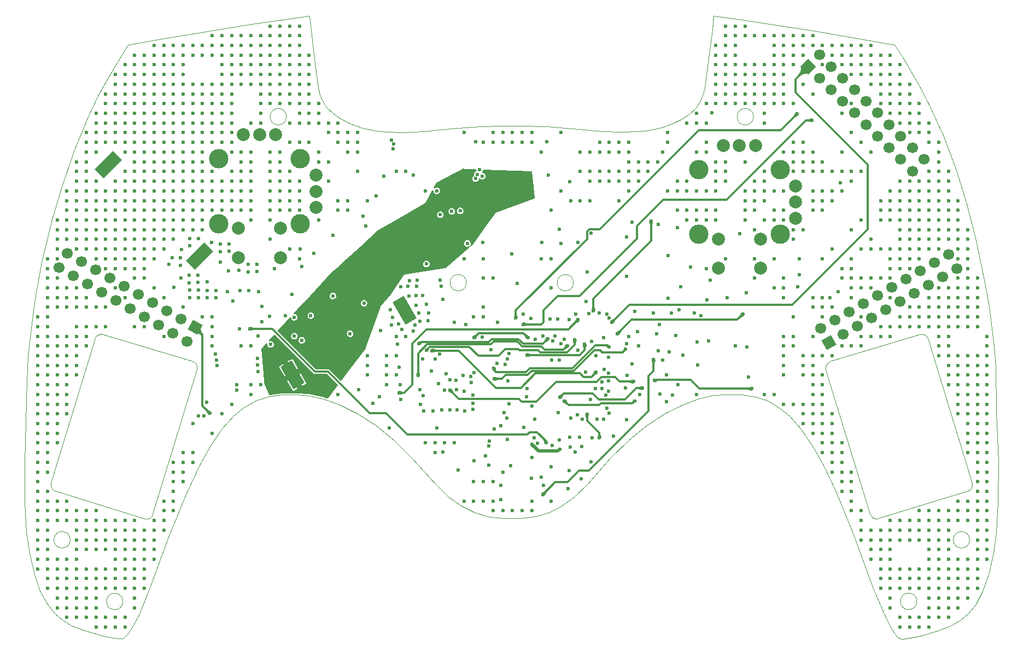
<source format=gbr>
%TF.GenerationSoftware,KiCad,Pcbnew,(6.0.9)*%
%TF.CreationDate,2022-11-22T19:39:31+02:00*%
%TF.ProjectId,PCB,5043422e-6b69-4636-9164-5f7063625858,rev?*%
%TF.SameCoordinates,Original*%
%TF.FileFunction,Copper,L5,Inr*%
%TF.FilePolarity,Positive*%
%FSLAX46Y46*%
G04 Gerber Fmt 4.6, Leading zero omitted, Abs format (unit mm)*
G04 Created by KiCad (PCBNEW (6.0.9)) date 2022-11-22 19:39:31*
%MOMM*%
%LPD*%
G01*
G04 APERTURE LIST*
G04 Aperture macros list*
%AMHorizOval*
0 Thick line with rounded ends*
0 $1 width*
0 $2 $3 position (X,Y) of the first rounded end (center of the circle)*
0 $4 $5 position (X,Y) of the second rounded end (center of the circle)*
0 Add line between two ends*
20,1,$1,$2,$3,$4,$5,0*
0 Add two circle primitives to create the rounded ends*
1,1,$1,$2,$3*
1,1,$1,$4,$5*%
%AMRotRect*
0 Rectangle, with rotation*
0 The origin of the aperture is its center*
0 $1 length*
0 $2 width*
0 $3 Rotation angle, in degrees counterclockwise*
0 Add horizontal line*
21,1,$1,$2,0,0,$3*%
G04 Aperture macros list end*
%TA.AperFunction,Profile*%
%ADD10C,0.100000*%
%TD*%
%TA.AperFunction,ComponentPad*%
%ADD11RotRect,1.700000X1.700000X120.000000*%
%TD*%
%TA.AperFunction,ComponentPad*%
%ADD12HorizOval,1.700000X0.000000X0.000000X0.000000X0.000000X0*%
%TD*%
%TA.AperFunction,ComponentPad*%
%ADD13C,2.000000*%
%TD*%
%TA.AperFunction,ComponentPad*%
%ADD14C,3.000000*%
%TD*%
%TA.AperFunction,ComponentPad*%
%ADD15RotRect,1.700000X1.700000X45.000000*%
%TD*%
%TA.AperFunction,ComponentPad*%
%ADD16HorizOval,1.700000X0.000000X0.000000X0.000000X0.000000X0*%
%TD*%
%TA.AperFunction,ComponentPad*%
%ADD17RotRect,1.700000X1.700000X240.000000*%
%TD*%
%TA.AperFunction,ComponentPad*%
%ADD18HorizOval,1.700000X0.000000X0.000000X0.000000X0.000000X0*%
%TD*%
%TA.AperFunction,ComponentPad*%
%ADD19RotRect,2.000000X4.000000X135.000000*%
%TD*%
%TA.AperFunction,ComponentPad*%
%ADD20RotRect,2.000000X4.000000X30.000000*%
%TD*%
%TA.AperFunction,ViaPad*%
%ADD21C,0.600000*%
%TD*%
%TA.AperFunction,Conductor*%
%ADD22C,0.320000*%
%TD*%
%TA.AperFunction,Conductor*%
%ADD23C,0.500000*%
%TD*%
G04 APERTURE END LIST*
D10*
X175615600Y-38887400D02*
X187248800Y-40665400D01*
X199390000Y-42799000D01*
X200710800Y-44831000D01*
X203250800Y-49199800D01*
X204622400Y-51892200D01*
X206857600Y-56769000D01*
X208889600Y-62204600D01*
X210515200Y-67437000D01*
X211988400Y-73025000D01*
X213360000Y-79629000D01*
X213969600Y-83235800D01*
X214731600Y-89433400D01*
X214985600Y-92532200D01*
X215138000Y-99491800D01*
X215442800Y-107365800D01*
X215392000Y-113614200D01*
X215138000Y-118237000D01*
X214680800Y-121386600D01*
X213918800Y-124739400D01*
X213004400Y-127330200D01*
X211937600Y-129311400D01*
X210769200Y-130784600D01*
X209600800Y-131800600D01*
X208127600Y-132664200D01*
X206197200Y-133375400D01*
X203047600Y-134289800D01*
X201523600Y-134594600D01*
X200558400Y-134747000D01*
X200304400Y-134696200D01*
X199948800Y-134543800D01*
X199491600Y-134035800D01*
X198780400Y-132969000D01*
X197815200Y-130987800D01*
X195986400Y-126669800D01*
X192989200Y-118541800D01*
X190398400Y-112141000D01*
X188264800Y-107670600D01*
X186639200Y-104825800D01*
X184810400Y-102133400D01*
X183083200Y-100203000D01*
X181559200Y-98983800D01*
X179679600Y-97866200D01*
X177800000Y-97256600D01*
X175666400Y-96901000D01*
X173126400Y-96901000D01*
X171450000Y-97002600D01*
X169113200Y-97510600D01*
X166522400Y-98475800D01*
X163880800Y-99796600D01*
X161036000Y-101625400D01*
X158242000Y-103962200D01*
X155346400Y-106756200D01*
X151790400Y-110769400D01*
X149758400Y-112750600D01*
X147878800Y-114071400D01*
X145897600Y-115087400D01*
X143713200Y-115747800D01*
X141325600Y-116052600D01*
X138734800Y-116052600D01*
X136398000Y-115747800D01*
X134213600Y-115087400D01*
X132181600Y-114122200D01*
X130302000Y-112750600D01*
X128320800Y-110769400D01*
X124714000Y-106807000D01*
X121818400Y-103911400D01*
X119024400Y-101676200D01*
X116230400Y-99847400D01*
X113538000Y-98475800D01*
X110998000Y-97561400D01*
X108610400Y-97053400D01*
X106934000Y-96901000D01*
X104394000Y-96901000D01*
X102311200Y-97256600D01*
X100431600Y-97866200D01*
X98552000Y-98933000D01*
X97028000Y-100203000D01*
X95250000Y-102133400D01*
X93421200Y-104775000D01*
X91795600Y-107619800D01*
X89712800Y-112141000D01*
X87122000Y-118491000D01*
X84124800Y-126568200D01*
X82346800Y-130987800D01*
X81280000Y-132969000D01*
X80568800Y-133985000D01*
X79959200Y-134543800D01*
X79552800Y-134696200D01*
X78536800Y-134594600D01*
X77063600Y-134289800D01*
X73863200Y-133375400D01*
X71882000Y-132664200D01*
X70459600Y-131800600D01*
X69291200Y-130784600D01*
X68122800Y-129260600D01*
X67056000Y-127330200D01*
X66141600Y-124790200D01*
X65379600Y-121437400D01*
X64922400Y-118237000D01*
X64668400Y-113563400D01*
X64668400Y-107365800D01*
X64973200Y-94665800D01*
X65176400Y-91059000D01*
X65633600Y-86537800D01*
X66344800Y-81457800D01*
X67310000Y-76377800D01*
X68884800Y-69824600D01*
X70307200Y-64998600D01*
X72186800Y-59461400D01*
X74269600Y-54330600D01*
X76098400Y-50520600D01*
X78079600Y-46964600D01*
X80670400Y-42799000D01*
X86360000Y-41783000D01*
X99822000Y-39547800D01*
X108762800Y-38328600D01*
X109575600Y-45745400D01*
X110083600Y-49453800D01*
X110337600Y-50469800D01*
X110794800Y-51485800D01*
X111455200Y-52501800D01*
X112369600Y-53416200D01*
X113334800Y-54076600D01*
X114858800Y-54940200D01*
X116941600Y-55651400D01*
X118973600Y-56057800D01*
X120751600Y-56261000D01*
X123342400Y-56311800D01*
X126390400Y-56159400D01*
X130606800Y-55753000D01*
X135280400Y-55397400D01*
X138836400Y-55295800D01*
X141681200Y-55295800D01*
X145491200Y-55448200D01*
X150418800Y-55854600D01*
X154076400Y-56159400D01*
X157073600Y-56261000D01*
X159715200Y-56210200D01*
X161340800Y-56007000D01*
X163271200Y-55600600D01*
X165303200Y-54838600D01*
X166370000Y-54330600D01*
X167538400Y-53517800D01*
X168605200Y-52501800D01*
X169214800Y-51587400D01*
X169621200Y-50571400D01*
X169976800Y-49453800D01*
X170332400Y-46710600D01*
X171145200Y-40360600D01*
X171297600Y-38328600D01*
X175615600Y-38887400D01*
X79886044Y-128933444D02*
G75*
G03*
X79886044Y-128933444I-1273044J0D01*
G01*
X177523644Y-53927244D02*
G75*
G03*
X177523644Y-53927244I-1273044J0D01*
G01*
X133073644Y-79606644D02*
G75*
G03*
X133073644Y-79606644I-1273044J0D01*
G01*
X202822044Y-128908044D02*
G75*
G03*
X202822044Y-128908044I-1273044J0D01*
G01*
X76758800Y-87553800D02*
X90627200Y-91770200D01*
X91033600Y-91973400D01*
X91236800Y-92227400D01*
X91287600Y-92481400D01*
X91338400Y-92684600D01*
X91338400Y-93040200D01*
X84480400Y-115392200D01*
X84429600Y-115544600D01*
X84277200Y-115798600D01*
X84023200Y-116001800D01*
X83667600Y-116103400D01*
X83261200Y-116103400D01*
X69392800Y-111836200D01*
X69138800Y-111683800D01*
X68986400Y-111531400D01*
X68783200Y-111277400D01*
X68681600Y-111023400D01*
X68681600Y-110566200D01*
X75539600Y-88214200D01*
X75590400Y-88011000D01*
X75742800Y-87858600D01*
X76047600Y-87655400D01*
X76403200Y-87503000D01*
X76758800Y-87553800D01*
X149659844Y-79606644D02*
G75*
G03*
X149659844Y-79606644I-1273044J0D01*
G01*
X203962000Y-87604600D02*
X204114400Y-87655400D01*
X204266800Y-87858600D01*
X204368400Y-88011000D01*
X204520800Y-88214200D01*
X211277200Y-110363000D01*
X211328000Y-110566200D01*
X211378800Y-110871000D01*
X211328000Y-111175800D01*
X211226400Y-111429800D01*
X211023200Y-111633000D01*
X210667600Y-111836200D01*
X196850000Y-116052600D01*
X196697600Y-116103400D01*
X196392800Y-116103400D01*
X195884800Y-115900200D01*
X195681600Y-115646200D01*
X195529200Y-115392200D01*
X188722000Y-93091000D01*
X188671200Y-92735400D01*
X188772800Y-92329000D01*
X188874400Y-92176600D01*
X189179200Y-91871800D01*
X189382400Y-91770200D01*
X203250800Y-87553800D01*
X203708000Y-87553800D01*
X203962000Y-87604600D01*
X211000844Y-119383044D02*
G75*
G03*
X211000844Y-119383044I-1273044J0D01*
G01*
X105209844Y-53927244D02*
G75*
G03*
X105209844Y-53927244I-1273044J0D01*
G01*
X71732644Y-119383044D02*
G75*
G03*
X71732644Y-119383044I-1273044J0D01*
G01*
D11*
%TO.N,/M_out2*%
%TO.C,J2*%
X189239773Y-88900000D03*
D12*
%TO.N,/M_out1*%
X187969773Y-86700295D03*
%TO.N,unconnected-(J2-Pad3)*%
X191439478Y-87630000D03*
%TO.N,unconnected-(J2-Pad4)*%
X190169478Y-85430295D03*
%TO.N,unconnected-(J2-Pad5)*%
X193639182Y-86360000D03*
%TO.N,unconnected-(J2-Pad6)*%
X192369182Y-84160295D03*
%TO.N,unconnected-(J2-Pad7)*%
X195838887Y-85090000D03*
%TO.N,unconnected-(J2-Pad8)*%
X194568887Y-82890295D03*
%TO.N,unconnected-(J2-Pad9)*%
X198038591Y-83820000D03*
%TO.N,unconnected-(J2-Pad10)*%
X196768591Y-81620295D03*
%TO.N,unconnected-(J2-Pad11)*%
X200238296Y-82550000D03*
%TO.N,unconnected-(J2-Pad12)*%
X198968296Y-80350295D03*
%TO.N,unconnected-(J2-Pad13)*%
X202438000Y-81280000D03*
%TO.N,unconnected-(J2-Pad14)*%
X201168000Y-79080295D03*
%TO.N,unconnected-(J2-Pad15)*%
X204637705Y-80010000D03*
%TO.N,unconnected-(J2-Pad16)*%
X203367705Y-77810295D03*
%TO.N,unconnected-(J2-Pad17)*%
X206837409Y-78740000D03*
%TO.N,unconnected-(J2-Pad18)*%
X205567409Y-76540295D03*
%TO.N,unconnected-(J2-Pad19)*%
X209037114Y-77470000D03*
%TO.N,unconnected-(J2-Pad20)*%
X207767114Y-75270295D03*
%TD*%
D13*
%TO.N,Net-(R27-Pad1)*%
%TO.C,U6*%
X103545000Y-56730000D03*
%TO.N,Net-(R29-Pad1)*%
X109775000Y-67960000D03*
%TO.N,JOY_Y_OUT1*%
X101045000Y-56730000D03*
%TO.N,JOY_X_OUT1*%
X109775000Y-65460000D03*
%TO.N,Net-(R28-Pad1)*%
X98545000Y-56730000D03*
%TO.N,Net-(R30-Pad1)*%
X109775000Y-62960000D03*
D14*
%TO.N,N/C*%
X94720000Y-60460000D03*
X107370000Y-60460000D03*
X107370000Y-70460000D03*
X94720000Y-70460000D03*
D13*
%TO.N,+3V3*%
X97795000Y-71210000D03*
X104295000Y-71210000D03*
%TO.N,Net-(R26-Pad1)*%
X97795000Y-75710000D03*
X104295000Y-75710000D03*
%TD*%
D15*
%TO.N,TCK*%
%TO.C,J1*%
X185964744Y-46162867D03*
D16*
%TO.N,unconnected-(J1-Pad2)*%
X187760795Y-44366816D03*
%TO.N,CLK_25MHZ*%
X187760795Y-47958918D03*
%TO.N,unconnected-(J1-Pad4)*%
X189556846Y-46162867D03*
%TO.N,DONE*%
X189556846Y-49754969D03*
%TO.N,unconnected-(J1-Pad6)*%
X191352898Y-47958918D03*
%TO.N,TMS*%
X191352898Y-51551021D03*
%TO.N,unconnected-(J1-Pad8)*%
X193148949Y-49754969D03*
%TO.N,PROG_B*%
X193148949Y-53347072D03*
%TO.N,unconnected-(J1-Pad10)*%
X194945000Y-51551021D03*
%TO.N,unconnected-(J1-Pad11)*%
X194945000Y-55143123D03*
%TO.N,unconnected-(J1-Pad12)*%
X196741051Y-53347072D03*
%TO.N,TDO*%
X196741051Y-56939174D03*
%TO.N,unconnected-(J1-Pad14)*%
X198537103Y-55143123D03*
%TO.N,TDI*%
X198537103Y-58735226D03*
%TO.N,unconnected-(J1-Pad16)*%
X200333154Y-56939174D03*
%TO.N,+3V3*%
X200333154Y-60531277D03*
X202129205Y-58735226D03*
%TO.N,Earth*%
X202129205Y-62327328D03*
X203925256Y-60531277D03*
%TD*%
D13*
%TO.N,Net-(R31-Pad1)*%
%TO.C,U7*%
X177845000Y-58380000D03*
%TO.N,Net-(R34-Pad1)*%
X184075000Y-69610000D03*
%TO.N,JOY_Y_OUT2*%
X175345000Y-58380000D03*
%TO.N,JOY_X_OUT2*%
X184075000Y-67110000D03*
%TO.N,Net-(R33-Pad1)*%
X172845000Y-58380000D03*
%TO.N,Net-(R35-Pad1)*%
X184075000Y-64610000D03*
D14*
%TO.N,N/C*%
X181670000Y-62110000D03*
X169020000Y-62110000D03*
X181670000Y-72110000D03*
X169020000Y-72110000D03*
D13*
%TO.N,+3V3*%
X172095000Y-72860000D03*
X178595000Y-72860000D03*
%TO.N,Net-(R32-Pad1)*%
X172095000Y-77360000D03*
X178595000Y-77360000D03*
%TD*%
D17*
%TO.N,/M_out4*%
%TO.C,J3*%
X91059000Y-86487000D03*
D18*
%TO.N,/M_out3*%
X89789000Y-88686705D03*
%TO.N,unconnected-(J3-Pad3)*%
X88859295Y-85217000D03*
%TO.N,unconnected-(J3-Pad4)*%
X87589295Y-87416705D03*
%TO.N,unconnected-(J3-Pad5)*%
X86659591Y-83947000D03*
%TO.N,unconnected-(J3-Pad6)*%
X85389591Y-86146705D03*
%TO.N,unconnected-(J3-Pad7)*%
X84459886Y-82677000D03*
%TO.N,unconnected-(J3-Pad8)*%
X83189886Y-84876705D03*
%TO.N,unconnected-(J3-Pad9)*%
X82260182Y-81407000D03*
%TO.N,unconnected-(J3-Pad10)*%
X80990182Y-83606705D03*
%TO.N,unconnected-(J3-Pad11)*%
X80060477Y-80137000D03*
%TO.N,unconnected-(J3-Pad12)*%
X78790477Y-82336705D03*
%TO.N,unconnected-(J3-Pad13)*%
X77860773Y-78867000D03*
%TO.N,unconnected-(J3-Pad14)*%
X76590773Y-81066705D03*
%TO.N,unconnected-(J3-Pad15)*%
X75661068Y-77597000D03*
%TO.N,unconnected-(J3-Pad16)*%
X74391068Y-79796705D03*
%TO.N,unconnected-(J3-Pad17)*%
X73461364Y-76327000D03*
%TO.N,unconnected-(J3-Pad18)*%
X72191364Y-78526705D03*
%TO.N,unconnected-(J3-Pad19)*%
X71261659Y-75057000D03*
%TO.N,unconnected-(J3-Pad20)*%
X69991659Y-77256705D03*
%TD*%
D19*
%TO.N,/RAW3*%
%TO.C,BT2*%
X91774812Y-75518812D03*
%TO.N,Earth*%
X77632676Y-61376676D03*
%TD*%
D20*
%TO.N,/RAW6*%
%TO.C,BT1*%
X106160841Y-93872000D03*
%TO.N,/RAW3*%
X123481349Y-83872000D03*
%TD*%
D21*
%TO.N,/RAW3*%
X92964000Y-79502000D03*
X88976200Y-74447400D03*
X88849200Y-78892400D03*
X87020400Y-76758800D03*
X124046521Y-80121500D03*
X125247400Y-81584800D03*
X117195600Y-82778600D03*
X125120400Y-86131400D03*
X122580400Y-85979000D03*
X106019600Y-81407000D03*
X121666000Y-84937600D03*
X125247400Y-83108800D03*
X98018600Y-80848200D03*
X99339400Y-80822800D03*
X96088200Y-81000600D03*
X100914200Y-81000600D03*
X99314000Y-77901800D03*
X100634800Y-77876400D03*
X99288600Y-76758800D03*
X100634800Y-76758800D03*
X97815400Y-77698600D03*
X96266000Y-77749400D03*
X94945200Y-76403200D03*
X103352600Y-77444600D03*
X94970600Y-74777600D03*
X96291400Y-74752200D03*
X94945200Y-73634600D03*
X96291400Y-73634600D03*
X90220800Y-73914000D03*
X93649800Y-73380600D03*
X90195400Y-72771000D03*
X91541600Y-72771000D03*
X87757000Y-80340200D03*
X88823800Y-76885800D03*
X87477600Y-75768200D03*
X88823800Y-75768200D03*
X92964000Y-81940400D03*
X94284800Y-81915000D03*
X92938600Y-80797400D03*
X94284800Y-80797400D03*
X90220800Y-81915000D03*
X91541600Y-81889600D03*
X90195400Y-80772000D03*
X91541600Y-80772000D03*
X91490800Y-79578200D03*
X90170000Y-79603600D03*
X91490800Y-78460600D03*
X90144600Y-78460600D03*
%TO.N,/RAW6*%
X117322600Y-89077800D03*
X104013000Y-88976200D03*
X111099600Y-94640400D03*
X113868200Y-86131400D03*
X113792000Y-83210400D03*
X113538000Y-84302600D03*
X114909600Y-82397600D03*
X123113800Y-86842600D03*
X121462800Y-86182200D03*
X121259600Y-83794600D03*
X127177800Y-85496400D03*
X125730000Y-84251800D03*
X125907800Y-85598000D03*
X127228600Y-84328000D03*
X126873000Y-82956400D03*
X124155200Y-81635600D03*
X126314200Y-81584800D03*
X124256800Y-79273400D03*
X120650000Y-77317600D03*
X120929400Y-79044800D03*
X122301000Y-79171800D03*
X118846600Y-82677000D03*
X116916200Y-77851000D03*
X110505421Y-80833619D03*
X119456200Y-77571600D03*
X117551200Y-87452200D03*
X114122200Y-76911200D03*
X115011200Y-77800200D03*
X116179600Y-77165200D03*
X112471200Y-84912200D03*
X110490000Y-83845400D03*
X110109000Y-84912200D03*
X112268000Y-82651600D03*
X112852200Y-87223600D03*
X109855000Y-86588600D03*
X110236000Y-87731600D03*
X111810800Y-86029800D03*
X112699800Y-89535000D03*
X111353600Y-88722200D03*
X110845600Y-89560400D03*
X112725200Y-88392000D03*
X116027200Y-88290400D03*
X114223800Y-87122000D03*
X114173000Y-88315800D03*
X116052600Y-87147400D03*
X115874800Y-90932000D03*
X114071400Y-89763600D03*
X114020600Y-90957400D03*
X115900200Y-89789000D03*
X105232200Y-91211400D03*
X103936800Y-90170000D03*
X103886000Y-91363800D03*
X105257600Y-90170000D03*
X108356400Y-96367600D03*
X102819200Y-93954600D03*
X103327200Y-93014800D03*
X108686600Y-95097600D03*
X109829600Y-93980000D03*
X107721400Y-92481400D03*
X108534200Y-93853000D03*
X108254800Y-86512400D03*
X111683800Y-96774000D03*
X109880400Y-95605600D03*
X109829600Y-96799400D03*
X111709200Y-95631000D03*
X104902000Y-95148400D03*
X103073200Y-95123000D03*
X104876600Y-96291400D03*
X103022400Y-96316800D03*
%TO.N,Net-(C22-Pad1)*%
X147701000Y-73533000D03*
X147447000Y-71374000D03*
%TO.N,Net-(C44-Pad1)*%
X159588200Y-87172800D03*
X162814000Y-90170000D03*
X151638000Y-82550000D03*
%TO.N,Net-(C48-Pad1)*%
X109474000Y-75057000D03*
%TO.N,Net-(C50-Pad1)*%
X144653000Y-109702600D03*
X167767000Y-77216000D03*
X168402000Y-84328000D03*
%TO.N,Net-(C52-Pad1)*%
X115062000Y-87503000D03*
%TO.N,Net-(C56-Pad1)*%
X162941000Y-86106000D03*
X122428000Y-89154000D03*
X164312600Y-81965800D03*
%TO.N,Net-(C58-Pad1)*%
X148844000Y-111506000D03*
%TO.N,Net-(C60-Pad1)*%
X119761000Y-86995000D03*
X119634000Y-97282000D03*
X150876000Y-109982000D03*
X118618000Y-98298000D03*
%TO.N,Net-(C62-Pad1)*%
X134239000Y-107188000D03*
%TO.N,Net-(C64-Pad1)*%
X105029000Y-84709000D03*
%TO.N,Net-(C66-Pad1)*%
X165989000Y-83794600D03*
X170815000Y-79248000D03*
X136514816Y-104825919D03*
%TO.N,/RAW6*%
X140462000Y-65278000D03*
%TO.N,/RR1*%
X133223000Y-73533000D03*
X130810000Y-68580000D03*
%TO.N,/RR2*%
X150368000Y-73406000D03*
%TO.N,ACCEL_INT2*%
X137795000Y-92075000D03*
%TO.N,ACCEL_INT1*%
X133731000Y-94107000D03*
%TO.N,ACCEL_CS*%
X137922000Y-85725000D03*
X149987000Y-84455000D03*
X135529550Y-88056950D03*
X129971800Y-93649800D03*
%TO.N,Earth*%
X74205800Y-69896200D03*
X171705800Y-62396200D03*
X71205800Y-66896200D03*
X84705800Y-47396200D03*
X72705800Y-125396200D03*
X198705800Y-128396200D03*
X96705800Y-63896200D03*
X171705800Y-50396200D03*
X212205800Y-96896200D03*
X98205800Y-42896200D03*
X144780000Y-73406000D03*
X174705800Y-89396200D03*
X77205800Y-74396200D03*
X86205800Y-54896200D03*
X104205800Y-59396200D03*
X78705800Y-72896200D03*
X98205800Y-44396200D03*
X212205800Y-108896200D03*
X87705800Y-110396200D03*
X96705800Y-62396200D03*
X81705800Y-68396200D03*
X212205800Y-113396200D03*
X81705800Y-54896200D03*
X143256000Y-98679000D03*
X102705800Y-62396200D03*
X204705800Y-66896200D03*
X81705800Y-62396200D03*
X177705800Y-41396200D03*
X158750000Y-70231000D03*
X177705800Y-68396200D03*
X123705800Y-62396200D03*
X173205800Y-51896200D03*
X146205800Y-75896200D03*
X210705800Y-75896200D03*
X86205800Y-51896200D03*
X197205800Y-78896200D03*
X173205800Y-47396200D03*
X167205800Y-63896200D03*
X66705800Y-123896200D03*
X201705800Y-51896200D03*
X87705800Y-50396200D03*
X210705800Y-126896200D03*
X206205800Y-126896200D03*
X206205800Y-74396200D03*
X101205800Y-95396200D03*
X75705800Y-116396200D03*
X204705800Y-132896200D03*
X66705800Y-113396200D03*
X212205800Y-95396200D03*
X163449000Y-59436000D03*
X212205800Y-93896200D03*
X189705800Y-65396200D03*
X107205800Y-41396200D03*
X212205800Y-126896200D03*
X105705800Y-51896200D03*
X86205800Y-59396200D03*
X213705800Y-98396200D03*
X168705800Y-65396200D03*
X66705800Y-108896200D03*
X104205800Y-44396200D03*
X87705800Y-107396200D03*
X105705800Y-50396200D03*
X204705800Y-114896200D03*
X200205800Y-84896200D03*
X198705800Y-116396200D03*
X207705800Y-122396200D03*
X104205800Y-39896200D03*
X108705800Y-50396200D03*
X183705800Y-98396200D03*
X74205800Y-62396200D03*
X86205800Y-42896200D03*
X186705800Y-96896200D03*
X83205800Y-69896200D03*
X96705800Y-51896200D03*
X126873000Y-76708000D03*
X195705800Y-42896200D03*
X83205800Y-47396200D03*
X153289000Y-100711000D03*
X203205800Y-86396200D03*
X135705800Y-57896200D03*
X98205800Y-89396200D03*
X74205800Y-65396200D03*
X66705800Y-95396200D03*
X189705800Y-90896200D03*
X207705800Y-66896200D03*
X212205800Y-78896200D03*
X194205800Y-47396200D03*
X112395000Y-72263000D03*
X92456000Y-100203000D03*
X77205800Y-126896200D03*
X191205800Y-78896200D03*
X201705800Y-71396200D03*
X86205800Y-74396200D03*
X72705800Y-129896200D03*
X189705800Y-74396200D03*
X179205800Y-47396200D03*
X171705800Y-48896200D03*
X93705800Y-42896200D03*
X210705800Y-77396200D03*
X105705800Y-57896200D03*
X78705800Y-50396200D03*
X111705800Y-54896200D03*
X210705800Y-128396200D03*
X96705800Y-42896200D03*
X204705800Y-122396200D03*
X151993481Y-84353338D03*
X182205800Y-81896200D03*
X78705800Y-53396200D03*
X152205800Y-62396200D03*
X99705800Y-95396200D03*
X212205800Y-111896200D03*
X72705800Y-68396200D03*
X74205800Y-120896200D03*
X153705800Y-59396200D03*
X83205800Y-117896200D03*
X68205800Y-101396200D03*
X209205800Y-83396200D03*
X74205800Y-114896200D03*
X89205800Y-68396200D03*
X207705800Y-95396200D03*
X198705800Y-69896200D03*
X74205800Y-68396200D03*
X84705800Y-44396200D03*
X188205800Y-105896200D03*
X77205800Y-65396200D03*
X207705800Y-117896200D03*
X201705800Y-126896200D03*
X213705800Y-117896200D03*
X198705800Y-81896200D03*
X80205800Y-62396200D03*
X105705800Y-65396200D03*
X190627000Y-81026000D03*
X209205800Y-128396200D03*
X206205800Y-125396200D03*
X191205800Y-45896200D03*
X192705800Y-113396200D03*
X212205800Y-125396200D03*
X80205800Y-50396200D03*
X146812000Y-87860100D03*
X153705800Y-57896200D03*
X87705800Y-113396200D03*
X71205800Y-89396200D03*
X66705800Y-92396200D03*
X189705800Y-42896200D03*
X203205800Y-75896200D03*
X84705800Y-45896200D03*
X164465000Y-90297000D03*
X74205800Y-128396200D03*
X188205800Y-101396200D03*
X90705800Y-51896200D03*
X165481000Y-87757000D03*
X194205800Y-78896200D03*
X71205800Y-125396200D03*
X99705800Y-69896200D03*
X212205800Y-104396200D03*
X75705800Y-125396200D03*
X192705800Y-44396200D03*
X212205800Y-101396200D03*
X145542000Y-57785000D03*
X185205800Y-48896200D03*
X207705800Y-114896200D03*
X80205800Y-54896200D03*
X75705800Y-53396200D03*
X212205800Y-116396200D03*
X92205800Y-50396200D03*
X92205800Y-62396200D03*
X206205800Y-86396200D03*
X206205800Y-123896200D03*
X155205800Y-62396200D03*
X182205800Y-48896200D03*
X182205800Y-93896200D03*
X99705800Y-96896200D03*
X207705800Y-65396200D03*
X134205800Y-113396200D03*
X192705800Y-77396200D03*
X198705800Y-122396200D03*
X74205800Y-125396200D03*
X83205800Y-74396200D03*
X83205800Y-44396200D03*
X84705800Y-68396200D03*
X176205800Y-48896200D03*
X183705800Y-87896200D03*
X182205800Y-45896200D03*
X188205800Y-102896200D03*
X213705800Y-120896200D03*
X201705800Y-53396200D03*
X144705800Y-59396200D03*
X80205800Y-77396200D03*
X188205800Y-45896200D03*
X137205800Y-57896200D03*
X145017610Y-110982616D03*
X189705800Y-102896200D03*
X195705800Y-48896200D03*
X98205800Y-68396200D03*
X81705800Y-57896200D03*
X155067000Y-94783500D03*
X78705800Y-66896200D03*
X78705800Y-51896200D03*
X207705800Y-116396200D03*
X81705800Y-86396200D03*
X138705800Y-108896200D03*
X69705800Y-87896200D03*
X135705800Y-113396200D03*
X189705800Y-104396200D03*
X207705800Y-84896200D03*
X179205800Y-69896200D03*
X210705800Y-84896200D03*
X177705800Y-78896200D03*
X105705800Y-44396200D03*
X180705800Y-42896200D03*
X114705800Y-68396200D03*
X68205800Y-123896200D03*
X89205800Y-110396200D03*
X84705800Y-60896200D03*
X122205800Y-93896200D03*
X117705800Y-66896200D03*
X68205800Y-117896200D03*
X69705800Y-123896200D03*
X209205800Y-71396200D03*
X201705800Y-125396200D03*
X150622000Y-103505000D03*
X92205800Y-69896200D03*
X173205800Y-75896200D03*
X155205800Y-57896200D03*
X113205800Y-68396200D03*
X174705800Y-47396200D03*
X93705800Y-41396200D03*
X203205800Y-68396200D03*
X104205800Y-48896200D03*
X77205800Y-56396200D03*
X95205800Y-65396200D03*
X186705800Y-83396200D03*
X194205800Y-42896200D03*
X80205800Y-59396200D03*
X74205800Y-116396200D03*
X81705800Y-69896200D03*
X87705800Y-53396200D03*
X68205800Y-78896200D03*
X74205800Y-89396200D03*
X204705800Y-120896200D03*
X86205800Y-53396200D03*
X96705800Y-47396200D03*
X86205800Y-117896200D03*
X68205800Y-83396200D03*
X198705800Y-74396200D03*
X96705800Y-57896200D03*
X209205800Y-116396200D03*
X194205800Y-80396200D03*
X204705800Y-56396200D03*
X68205800Y-104396200D03*
X210705800Y-125396200D03*
X80205800Y-65396200D03*
X71205800Y-123896200D03*
X167205800Y-65396200D03*
X209205800Y-69896200D03*
X75705800Y-59396200D03*
X186705800Y-102896200D03*
X141705800Y-56396200D03*
X195705800Y-80396200D03*
X198705800Y-65396200D03*
X78705800Y-75896200D03*
X96705800Y-44396200D03*
X90705800Y-53396200D03*
X89205800Y-60896200D03*
X98205800Y-63896200D03*
X69705800Y-113396200D03*
X81705800Y-59396200D03*
X68205800Y-98396200D03*
X198705800Y-53396200D03*
X72705800Y-66896200D03*
X206205800Y-63896200D03*
X207705800Y-123896200D03*
X179205800Y-50396200D03*
X182205800Y-44396200D03*
X98205800Y-65396200D03*
X200205800Y-86396200D03*
X111705800Y-63896200D03*
X183705800Y-51896200D03*
X71205800Y-69896200D03*
X69705800Y-101396200D03*
X186705800Y-59396200D03*
X206205800Y-131396200D03*
X83205800Y-60896200D03*
X143205800Y-113396200D03*
X71205800Y-68396200D03*
X96705800Y-66896200D03*
X203205800Y-66896200D03*
X213705800Y-102896200D03*
X107205800Y-63896200D03*
X77205800Y-125396200D03*
X179205800Y-96896200D03*
X75705800Y-123896200D03*
X201705800Y-77396200D03*
X107205800Y-39896200D03*
X143205800Y-56396200D03*
X68205800Y-102896200D03*
X120705800Y-92396200D03*
X83205800Y-59396200D03*
X89205800Y-107396200D03*
X102705800Y-41396200D03*
X165705800Y-68396200D03*
X198705800Y-120896200D03*
X206205800Y-71396200D03*
X183705800Y-72896200D03*
X148971000Y-108712000D03*
X75705800Y-114896200D03*
X81705800Y-74396200D03*
X203205800Y-63896200D03*
X198705800Y-75896200D03*
X110205800Y-60896200D03*
X69705800Y-116396200D03*
X209205800Y-126896200D03*
X197205800Y-74396200D03*
X96705800Y-98396200D03*
X173205800Y-50396200D03*
X209205800Y-96896200D03*
X120269000Y-63119000D03*
X125476000Y-79248000D03*
X213705800Y-107396200D03*
X123705800Y-87896200D03*
X173205800Y-45896200D03*
X141705800Y-114896200D03*
X210705800Y-74396200D03*
X188205800Y-66896200D03*
X135705800Y-84896200D03*
X207705800Y-83396200D03*
X87705800Y-48896200D03*
X186705800Y-98396200D03*
X135705800Y-83396200D03*
X77205800Y-123896200D03*
X116205800Y-57896200D03*
X132588000Y-93980000D03*
X191205800Y-89396200D03*
X207705800Y-72896200D03*
X66705800Y-89396200D03*
X132705800Y-113396200D03*
X77205800Y-120896200D03*
X143205800Y-57896200D03*
X86205800Y-47396200D03*
X207705800Y-63896200D03*
X206205800Y-66896200D03*
X101205800Y-53396200D03*
X84705800Y-62396200D03*
X81705800Y-51896200D03*
X159705800Y-63896200D03*
X170205800Y-51896200D03*
X185205800Y-71396200D03*
X201705800Y-83396200D03*
X180705800Y-50396200D03*
X125857000Y-96139000D03*
X102705800Y-44396200D03*
X168705800Y-96896200D03*
X90705800Y-56396200D03*
X69705800Y-128396200D03*
X96705800Y-41396200D03*
X107205800Y-45896200D03*
X71205800Y-95396200D03*
X102705800Y-60896200D03*
X72705800Y-93896200D03*
X108705800Y-45896200D03*
X92205800Y-42896200D03*
X87705800Y-114896200D03*
X195705800Y-44396200D03*
X93705800Y-62396200D03*
X86205800Y-60896200D03*
X140081000Y-75184000D03*
X176205800Y-51896200D03*
X203205800Y-117896200D03*
X69705800Y-102896200D03*
X78705800Y-74396200D03*
X92205800Y-65396200D03*
X101205800Y-48896200D03*
X177705800Y-65396200D03*
X80205800Y-57896200D03*
X75705800Y-54896200D03*
X168705800Y-53396200D03*
X93705800Y-84896200D03*
X89205800Y-45896200D03*
X213705800Y-92396200D03*
X81705800Y-72896200D03*
X66705800Y-96896200D03*
X105705800Y-62396200D03*
X192705800Y-108896200D03*
X105705800Y-66896200D03*
X74205800Y-119396200D03*
X201705800Y-50396200D03*
X71205800Y-87896200D03*
X94488000Y-92456000D03*
X203205800Y-51896200D03*
X89205800Y-57896200D03*
X209205800Y-81896200D03*
X66705800Y-116396200D03*
X203205800Y-72896200D03*
X83205800Y-63896200D03*
X80205800Y-122396200D03*
X213705800Y-95396200D03*
X210705800Y-113396200D03*
X84705800Y-65396200D03*
X209205800Y-75896200D03*
X95205800Y-42896200D03*
X107205800Y-66896200D03*
X182205800Y-51896200D03*
X200205800Y-125396200D03*
X210705800Y-95396200D03*
X210705800Y-102896200D03*
X188205800Y-99896200D03*
X87705800Y-54896200D03*
X191205800Y-53396200D03*
X182205800Y-42896200D03*
X71205800Y-114896200D03*
X105705800Y-74396200D03*
X210705800Y-114896200D03*
X192705800Y-89396200D03*
X114705800Y-56396200D03*
X171705800Y-45896200D03*
X209205800Y-78896200D03*
X170205800Y-65396200D03*
X117705800Y-92396200D03*
X212205800Y-114896200D03*
X86205800Y-66896200D03*
X84705800Y-75896200D03*
X192705800Y-63896200D03*
X96705800Y-48896200D03*
X107205800Y-65396200D03*
X72705800Y-72896200D03*
X198705800Y-51896200D03*
X68205800Y-77396200D03*
X152205800Y-66896200D03*
X176205800Y-69896200D03*
X191205800Y-111896200D03*
X75705800Y-74396200D03*
X89205800Y-69896200D03*
X78705800Y-117896200D03*
X159705800Y-60896200D03*
X86205800Y-114896200D03*
X168705800Y-68396200D03*
X128524000Y-102108000D03*
X209205800Y-86396200D03*
X66705800Y-84896200D03*
X198705800Y-45896200D03*
X200205800Y-116396200D03*
X78705800Y-123896200D03*
X84705800Y-51896200D03*
X174705800Y-39896200D03*
X170205800Y-69896200D03*
X180705800Y-68396200D03*
X170205800Y-77396200D03*
X209205800Y-92396200D03*
X191205800Y-77396200D03*
X129705800Y-104396200D03*
X144705800Y-75896200D03*
X207705800Y-80396200D03*
X191205800Y-44396200D03*
X71205800Y-80396200D03*
X188205800Y-65396200D03*
X212205800Y-80396200D03*
X134205800Y-110396200D03*
X192705800Y-75896200D03*
X80205800Y-132896200D03*
X188205800Y-93896200D03*
X213705800Y-113396200D03*
X140205800Y-114896200D03*
X189357000Y-81915000D03*
X80205800Y-126896200D03*
X188205800Y-81896200D03*
X120705800Y-95396200D03*
X68205800Y-89396200D03*
X71205800Y-113396200D03*
X87705800Y-51896200D03*
X171705800Y-51896200D03*
X197205800Y-69896200D03*
X185205800Y-92396200D03*
X95205800Y-63896200D03*
X206205800Y-81896200D03*
X77205800Y-132896200D03*
X78705800Y-116396200D03*
X95205800Y-99896200D03*
X179205800Y-48896200D03*
X203205800Y-125396200D03*
X198705800Y-87896200D03*
X206205800Y-120896200D03*
X89205800Y-56396200D03*
X69705800Y-122396200D03*
X161205800Y-62396200D03*
X77205800Y-119396200D03*
X95205800Y-50396200D03*
X171705800Y-47396200D03*
X184658000Y-78359000D03*
X182205800Y-65396200D03*
X176205800Y-47396200D03*
X84705800Y-66896200D03*
X195705800Y-87896200D03*
X69705800Y-114896200D03*
X87705800Y-72896200D03*
X197205800Y-87896200D03*
X183705800Y-84896200D03*
X86205800Y-48896200D03*
X128205800Y-104396200D03*
X204705800Y-65396200D03*
X156705800Y-62396200D03*
X207705800Y-120896200D03*
X191008000Y-64135000D03*
X129413000Y-82169000D03*
X213705800Y-108896200D03*
X213705800Y-104396200D03*
X206205800Y-62396200D03*
X203205800Y-56396200D03*
X102705800Y-68396200D03*
X210705800Y-90896200D03*
X168705800Y-69896200D03*
X68205800Y-80396200D03*
X77205800Y-83396200D03*
X74205800Y-117896200D03*
X92205800Y-51896200D03*
X86205800Y-50396200D03*
X203205800Y-54896200D03*
X162560000Y-87503000D03*
X164205800Y-65396200D03*
X197205800Y-117896200D03*
X189705800Y-66896200D03*
X192705800Y-51896200D03*
X213705800Y-116396200D03*
X107205800Y-68396200D03*
X201705800Y-63896200D03*
X78705800Y-69896200D03*
X186705800Y-92396200D03*
X77205800Y-69896200D03*
X177705800Y-47396200D03*
X78705800Y-120896200D03*
X173205800Y-48896200D03*
X83205800Y-66896200D03*
X96705800Y-54896200D03*
X83205800Y-56396200D03*
X96705800Y-53396200D03*
X186705800Y-87896200D03*
X90705800Y-63896200D03*
X69705800Y-81896200D03*
X80205800Y-72896200D03*
X96705800Y-65396200D03*
X89205800Y-42896200D03*
X200205800Y-47396200D03*
X182205800Y-68396200D03*
X83205800Y-86396200D03*
X104205800Y-62396200D03*
X206205800Y-90896200D03*
X195705800Y-45896200D03*
X80205800Y-45896200D03*
X71205800Y-71396200D03*
X186705800Y-99896200D03*
X207705800Y-69896200D03*
X183705800Y-41396200D03*
X80205800Y-56396200D03*
X210705800Y-81896200D03*
X200205800Y-50396200D03*
X195705800Y-122396200D03*
X135705800Y-110396200D03*
X89205800Y-71396200D03*
X69705800Y-80396200D03*
X77205800Y-77396200D03*
X92205800Y-54896200D03*
X200205800Y-71396200D03*
X198705800Y-50396200D03*
X177705800Y-66896200D03*
X101205800Y-51896200D03*
X183705800Y-89396200D03*
X83205800Y-125396200D03*
X92205800Y-66896200D03*
X182205800Y-59396200D03*
X71205800Y-72896200D03*
X138430000Y-113157000D03*
X195705800Y-47396200D03*
X197205800Y-50396200D03*
X74205800Y-74396200D03*
X90705800Y-42896200D03*
X66705800Y-114896200D03*
X77205800Y-131396200D03*
X107569000Y-77089000D03*
X104205800Y-60896200D03*
X84705800Y-54896200D03*
X71205800Y-81896200D03*
X81705800Y-122396200D03*
X75705800Y-68396200D03*
X80205800Y-66896200D03*
X194205800Y-116396200D03*
X192705800Y-111896200D03*
X206205800Y-119396200D03*
X159893000Y-96901000D03*
X185205800Y-62396200D03*
X186705800Y-41396200D03*
X207705800Y-128396200D03*
X89205800Y-47396200D03*
X97536000Y-95377000D03*
X86205800Y-113396200D03*
X207705800Y-92396200D03*
X80205800Y-120896200D03*
X101205800Y-45896200D03*
X203205800Y-84896200D03*
X129159000Y-80137000D03*
X210705800Y-92396200D03*
X183705800Y-71396200D03*
X197205800Y-45896200D03*
X68205800Y-95396200D03*
X189705800Y-83396200D03*
X99705800Y-44396200D03*
X71205800Y-90896200D03*
X204705800Y-125396200D03*
X72705800Y-81896200D03*
X105705800Y-42896200D03*
X201705800Y-69896200D03*
X210705800Y-98396200D03*
X182205800Y-80396200D03*
X69705800Y-93896200D03*
X156705800Y-59396200D03*
X197205800Y-68396200D03*
X89205800Y-54896200D03*
X142367000Y-97205900D03*
X74205800Y-59396200D03*
X159705800Y-62396200D03*
X72705800Y-116396200D03*
X198705800Y-48896200D03*
X207705800Y-125396200D03*
X108705800Y-44396200D03*
X200205800Y-45896200D03*
X95205800Y-44396200D03*
X72705800Y-122396200D03*
X183705800Y-62396200D03*
X204705800Y-84896200D03*
X71205800Y-122396200D03*
X212205800Y-123896200D03*
X204705800Y-62396200D03*
X72705800Y-71396200D03*
X198705800Y-123896200D03*
X74205800Y-87896200D03*
X204705800Y-71396200D03*
X213705800Y-87896200D03*
X212205800Y-120896200D03*
X158205800Y-59396200D03*
X74205800Y-63896200D03*
X116205800Y-56396200D03*
X102705800Y-69896200D03*
X201705800Y-86396200D03*
X77205800Y-66896200D03*
X213705800Y-96896200D03*
X191205800Y-107396200D03*
X206205800Y-80396200D03*
X69705800Y-78896200D03*
X201705800Y-131396200D03*
X185205800Y-59396200D03*
X198705800Y-47396200D03*
X89205800Y-83396200D03*
X186705800Y-62396200D03*
X188205800Y-104396200D03*
X113205800Y-56396200D03*
X99705800Y-59396200D03*
X78705800Y-132896200D03*
X209205800Y-84896200D03*
X84705800Y-120896200D03*
X95205800Y-47396200D03*
X186705800Y-90896200D03*
X213705800Y-89396200D03*
X92205800Y-44396200D03*
X72705800Y-90896200D03*
X80205800Y-47396200D03*
X207705800Y-68396200D03*
X139522200Y-94792800D03*
X81705800Y-77396200D03*
X84705800Y-57896200D03*
X180705800Y-44396200D03*
X68205800Y-107396200D03*
X212205800Y-119396200D03*
X204705800Y-74396200D03*
X111705800Y-56396200D03*
X185205800Y-41396200D03*
X204705800Y-123896200D03*
X89205800Y-108896200D03*
X158205800Y-57896200D03*
X201705800Y-84896200D03*
X75705800Y-69896200D03*
X203205800Y-71396200D03*
X173205800Y-41396200D03*
X201705800Y-75896200D03*
X185205800Y-57896200D03*
X206205800Y-59396200D03*
X170205800Y-59396200D03*
X77205800Y-86396200D03*
X101205800Y-44396200D03*
X84705800Y-71396200D03*
X86205800Y-71396200D03*
X107205800Y-44396200D03*
X213705800Y-114896200D03*
X120705800Y-93896200D03*
X131826000Y-108585000D03*
X105705800Y-41396200D03*
X191205800Y-42896200D03*
X93705800Y-50396200D03*
X94361000Y-91567000D03*
X101205800Y-42896200D03*
X74205800Y-123896200D03*
X206205800Y-83396200D03*
X206205800Y-84896200D03*
X183705800Y-57896200D03*
X77205800Y-57896200D03*
X189705800Y-105896200D03*
X105705800Y-48896200D03*
X87705800Y-45896200D03*
X180705800Y-96896200D03*
X168705800Y-54896200D03*
X68205800Y-126896200D03*
X69705800Y-104396200D03*
X102705800Y-50396200D03*
X122205800Y-62396200D03*
X97536000Y-96266000D03*
X104205800Y-45896200D03*
X78705800Y-65396200D03*
X206205800Y-114896200D03*
X210705800Y-96896200D03*
X174705800Y-45896200D03*
X113205800Y-54896200D03*
X197205800Y-120896200D03*
X201705800Y-54896200D03*
X167205800Y-54896200D03*
X93705800Y-53396200D03*
X200205800Y-51896200D03*
X176205800Y-41396200D03*
X128205800Y-105896200D03*
X72705800Y-86396200D03*
X194205800Y-62396200D03*
X185205800Y-93896200D03*
X213705800Y-99896200D03*
X68205800Y-108896200D03*
X200205800Y-53396200D03*
X72705800Y-80396200D03*
X92205800Y-68396200D03*
X188205800Y-42896200D03*
X135636000Y-73406000D03*
X96705800Y-45896200D03*
X80205800Y-123896200D03*
X210705800Y-86396200D03*
X99705800Y-42896200D03*
X93705800Y-102896200D03*
X176205800Y-50396200D03*
X167205800Y-69896200D03*
X176205800Y-65396200D03*
X87705800Y-62396200D03*
X122205800Y-87896200D03*
X180705800Y-65396200D03*
X203205800Y-83396200D03*
X207705800Y-126896200D03*
X74205800Y-60896200D03*
X177705800Y-50396200D03*
X98205800Y-41396200D03*
X171705800Y-65396200D03*
X138705800Y-57896200D03*
X198705800Y-126896200D03*
X99705800Y-54896200D03*
X206205800Y-117896200D03*
X212205800Y-117896200D03*
X204705800Y-83396200D03*
X189705800Y-108896200D03*
X210705800Y-123896200D03*
X213705800Y-90896200D03*
X68205800Y-86396200D03*
X146177000Y-108077000D03*
X75705800Y-75896200D03*
X194205800Y-45896200D03*
X87705800Y-65396200D03*
X77205800Y-53396200D03*
X210705800Y-104396200D03*
X179205800Y-65396200D03*
X77205800Y-72896200D03*
X204705800Y-126896200D03*
X191205800Y-62396200D03*
X197205800Y-48896200D03*
X176205800Y-60896200D03*
X113205800Y-96896200D03*
X107205800Y-42896200D03*
X71205800Y-131396200D03*
X81705800Y-60896200D03*
X69705800Y-126896200D03*
X197205800Y-44396200D03*
X177705800Y-48896200D03*
X102705800Y-63896200D03*
X78705800Y-68396200D03*
X84705800Y-72896200D03*
X77205800Y-75896200D03*
X72705800Y-89396200D03*
X210705800Y-71396200D03*
X84705800Y-56396200D03*
X83205800Y-119396200D03*
X66705800Y-102896200D03*
X165705800Y-63896200D03*
X66705800Y-107396200D03*
X174705800Y-48896200D03*
X179205800Y-54896200D03*
X75705800Y-119396200D03*
X152205800Y-63896200D03*
X207705800Y-90896200D03*
X90705800Y-66896200D03*
X90705800Y-62396200D03*
X104205800Y-63896200D03*
X134244312Y-93560867D03*
X99705800Y-48896200D03*
X105705800Y-63896200D03*
X198705800Y-117896200D03*
X117705800Y-90896200D03*
X75705800Y-132896200D03*
X78705800Y-125396200D03*
X194205800Y-117896200D03*
X66705800Y-122396200D03*
X192705800Y-71396200D03*
X191205800Y-110396200D03*
X186705800Y-93896200D03*
X74205800Y-66896200D03*
X204705800Y-81896200D03*
X171705800Y-69896200D03*
X198705800Y-66896200D03*
X87705800Y-71396200D03*
X207705800Y-81896200D03*
X69705800Y-75896200D03*
X206205800Y-69896200D03*
X197205800Y-126896200D03*
X113205800Y-66896200D03*
X71205800Y-93896200D03*
X179205800Y-62396200D03*
X99705800Y-41396200D03*
X206205800Y-72896200D03*
X171705800Y-42896200D03*
X90705800Y-68396200D03*
X95205800Y-51896200D03*
X66705800Y-117896200D03*
X146205800Y-80396200D03*
X204705800Y-69896200D03*
X177705800Y-63896200D03*
X90705800Y-59396200D03*
X194205800Y-74396200D03*
X69705800Y-72896200D03*
X104205800Y-65396200D03*
X200205800Y-69896200D03*
X182205800Y-69896200D03*
X89205800Y-48896200D03*
X96705800Y-56396200D03*
X83205800Y-122396200D03*
X198705800Y-68396200D03*
X174705800Y-51896200D03*
X71205800Y-98396200D03*
X176205800Y-45896200D03*
X84705800Y-74396200D03*
X210705800Y-122396200D03*
X90705800Y-50396200D03*
X69705800Y-99896200D03*
X147705800Y-65396200D03*
X66705800Y-86396200D03*
X87705800Y-44396200D03*
X80205800Y-117896200D03*
X69705800Y-129896200D03*
X204705800Y-68396200D03*
X198705800Y-44396200D03*
X171705800Y-68396200D03*
X204705800Y-63896200D03*
X159705800Y-89396200D03*
X96705800Y-68396200D03*
X191205800Y-65396200D03*
X170205800Y-68396200D03*
X180705800Y-47396200D03*
X80205800Y-116396200D03*
X191205800Y-108896200D03*
X75705800Y-57896200D03*
X75705800Y-65396200D03*
X80205800Y-74396200D03*
X132705800Y-56396200D03*
X74205800Y-57896200D03*
X81705800Y-129896200D03*
X179205800Y-53396200D03*
X102705800Y-45896200D03*
X83205800Y-65396200D03*
X86205800Y-56396200D03*
X137205800Y-78896200D03*
X86205800Y-65396200D03*
X204705800Y-131396200D03*
X81705800Y-75896200D03*
X207705800Y-131396200D03*
X102705800Y-42896200D03*
X182205800Y-41396200D03*
X153705800Y-63896200D03*
X81705800Y-117896200D03*
X192705800Y-47396200D03*
X86205800Y-57896200D03*
X77205800Y-71396200D03*
X183705800Y-60896200D03*
X90705800Y-101396200D03*
X203205800Y-65396200D03*
X186705800Y-81896200D03*
X201705800Y-132896200D03*
X87705800Y-57896200D03*
X150705800Y-62396200D03*
X92205800Y-63896200D03*
X101205800Y-50396200D03*
X72705800Y-63896200D03*
X68205800Y-116396200D03*
X204705800Y-129896200D03*
X200205800Y-54896200D03*
X204705800Y-86396200D03*
X111705800Y-60896200D03*
X194205800Y-114896200D03*
X74205800Y-71396200D03*
X194205800Y-119396200D03*
X207705800Y-89396200D03*
X204705800Y-117896200D03*
X90705800Y-48896200D03*
X78705800Y-54896200D03*
X89205800Y-66896200D03*
X75705800Y-66896200D03*
X140205800Y-56396200D03*
X101205800Y-47396200D03*
X210705800Y-72896200D03*
X81705800Y-47396200D03*
X90705800Y-105896200D03*
X203205800Y-131396200D03*
X212205800Y-92396200D03*
X200205800Y-63896200D03*
X83205800Y-75896200D03*
X114705800Y-66896200D03*
X75705800Y-129896200D03*
X200205800Y-65396200D03*
X84705800Y-80396200D03*
X108705800Y-48896200D03*
X102616000Y-84836000D03*
X74205800Y-83396200D03*
X78705800Y-56396200D03*
X71205800Y-65396200D03*
X200205800Y-126896200D03*
X213705800Y-122396200D03*
X197205800Y-66896200D03*
X155205800Y-59396200D03*
X71205800Y-96896200D03*
X81705800Y-66896200D03*
X69705800Y-95396200D03*
X68205800Y-105896200D03*
X197205800Y-51896200D03*
X81705800Y-78896200D03*
X210705800Y-83396200D03*
X157842000Y-78651800D03*
X110205800Y-69896200D03*
X99705800Y-68396200D03*
X140205800Y-57896200D03*
X83205800Y-126896200D03*
X84705800Y-48896200D03*
X83205800Y-45896200D03*
X72705800Y-131396200D03*
X194205800Y-57896200D03*
X104205800Y-41396200D03*
X66705800Y-119396200D03*
X150998483Y-100697889D03*
X68205800Y-99896200D03*
X212205800Y-86396200D03*
X155067000Y-96393000D03*
X206205800Y-128396200D03*
X206205800Y-122396200D03*
X84705800Y-53396200D03*
X87705800Y-68396200D03*
X89205800Y-65396200D03*
X107205800Y-51896200D03*
X90705800Y-44396200D03*
X81705800Y-123896200D03*
X195705800Y-120896200D03*
X203205800Y-132896200D03*
X203205800Y-123896200D03*
X143205800Y-114896200D03*
X84705800Y-119396200D03*
X171705800Y-60896200D03*
X80205800Y-81896200D03*
X96705800Y-50396200D03*
X200205800Y-77396200D03*
X156705800Y-66896200D03*
X75705800Y-120896200D03*
X192705800Y-114896200D03*
X203205800Y-74396200D03*
X81705800Y-116396200D03*
X102705800Y-66896200D03*
X201705800Y-56396200D03*
X212205800Y-107396200D03*
X209205800Y-125396200D03*
X197205800Y-122396200D03*
X107205800Y-53396200D03*
X87705800Y-108896200D03*
X71205800Y-128396200D03*
X114705800Y-59396200D03*
X72705800Y-60896200D03*
X206205800Y-116396200D03*
X204705800Y-72896200D03*
X203205800Y-126896200D03*
X204705800Y-128396200D03*
X209205800Y-68396200D03*
X204705800Y-119396200D03*
X191205800Y-104396200D03*
X186705800Y-66896200D03*
X90705800Y-71396200D03*
X78705800Y-71396200D03*
X148971003Y-85343980D03*
X207705800Y-62396200D03*
X197205800Y-125396200D03*
X206205800Y-87896200D03*
X92205800Y-56396200D03*
X210705800Y-93896200D03*
X105705800Y-54896200D03*
X93705800Y-63896200D03*
X90705800Y-57896200D03*
X192705800Y-56396200D03*
X138705800Y-56396200D03*
X90705800Y-54896200D03*
X195705800Y-74396200D03*
X90705800Y-107396200D03*
X213705800Y-93896200D03*
X99705800Y-60896200D03*
X99705800Y-63896200D03*
X102705800Y-65396200D03*
X84705800Y-59396200D03*
X74205800Y-126896200D03*
X207705800Y-86396200D03*
X71205800Y-116396200D03*
X209205800Y-113396200D03*
X192705800Y-42896200D03*
X72705800Y-126896200D03*
X207705800Y-87896200D03*
X105705800Y-39896200D03*
X146205800Y-68396200D03*
X78705800Y-48896200D03*
X72705800Y-69896200D03*
X80205800Y-53396200D03*
X137205800Y-110396200D03*
X180705800Y-80396200D03*
X194205800Y-69896200D03*
X203205800Y-69896200D03*
X68205800Y-96896200D03*
X66705800Y-99896200D03*
X206205800Y-129896200D03*
X176205800Y-39896200D03*
X92205800Y-60896200D03*
X72705800Y-65396200D03*
X186705800Y-60896200D03*
X74205800Y-72896200D03*
X89205800Y-44396200D03*
X80205800Y-125396200D03*
X158205800Y-65396200D03*
X150350128Y-90087628D03*
X92205800Y-48896200D03*
X188205800Y-95396200D03*
X186705800Y-42896200D03*
X212205800Y-83396200D03*
X68205800Y-93896200D03*
X93705800Y-86396200D03*
X183705800Y-42896200D03*
X102705800Y-72896200D03*
X170307000Y-82296000D03*
X198705800Y-125396200D03*
X207705800Y-93896200D03*
X80205800Y-119396200D03*
X173205800Y-62396200D03*
X69705800Y-69896200D03*
X101205800Y-41396200D03*
X209205800Y-98396200D03*
X114705800Y-57896200D03*
X93705800Y-56396200D03*
X92205800Y-57896200D03*
X102705800Y-47396200D03*
X80205800Y-71396200D03*
X98205800Y-59396200D03*
X194205800Y-87896200D03*
X180705800Y-48896200D03*
X75705800Y-63896200D03*
X167205800Y-68396200D03*
X158205800Y-60896200D03*
X189705800Y-62396200D03*
X177705800Y-75896200D03*
X203205800Y-116396200D03*
X72705800Y-119396200D03*
X108705800Y-54896200D03*
X66705800Y-120896200D03*
X75705800Y-131396200D03*
X158205800Y-63896200D03*
X68205800Y-122396200D03*
X81705800Y-44396200D03*
X89205800Y-62396200D03*
X200205800Y-131396200D03*
X75705800Y-56396200D03*
X96705800Y-59396200D03*
X99705800Y-45896200D03*
X86205800Y-62396200D03*
X188205800Y-62396200D03*
X164205800Y-56396200D03*
X72705800Y-74396200D03*
X195705800Y-78896200D03*
X86205800Y-45896200D03*
X81705800Y-45896200D03*
X71205800Y-83396200D03*
X182205800Y-90896200D03*
X134205800Y-84896200D03*
X180705800Y-51896200D03*
X183705800Y-45896200D03*
X107205800Y-54896200D03*
X81705800Y-53396200D03*
X212205800Y-84896200D03*
X66705800Y-93896200D03*
X192705800Y-80396200D03*
X213705800Y-105896200D03*
X198705800Y-86396200D03*
X81705800Y-63896200D03*
X102705800Y-48896200D03*
X68205800Y-114896200D03*
X98205800Y-48896200D03*
X201705800Y-116396200D03*
X83205800Y-50396200D03*
X72705800Y-114896200D03*
X176205800Y-66896200D03*
X77205800Y-117896200D03*
X75705800Y-117896200D03*
X92205800Y-71396200D03*
X210705800Y-99896200D03*
X213705800Y-101396200D03*
X192705800Y-81896200D03*
X95205800Y-53396200D03*
X71205800Y-92396200D03*
X81705800Y-128396200D03*
X99705800Y-65396200D03*
X195705800Y-117896200D03*
X71205800Y-126896200D03*
X86205800Y-87896200D03*
X158205800Y-87896200D03*
X89205800Y-51896200D03*
X69705800Y-74396200D03*
X72705800Y-128396200D03*
X209205800Y-72896200D03*
X68205800Y-119396200D03*
X83205800Y-48896200D03*
X99705800Y-47396200D03*
X207705800Y-119396200D03*
X116205800Y-62396200D03*
X84705800Y-50396200D03*
X78705800Y-63896200D03*
X93705800Y-66896200D03*
X132705800Y-75896200D03*
X99705800Y-66896200D03*
X207705800Y-71396200D03*
X95205800Y-56396200D03*
X186705800Y-65396200D03*
X132105530Y-68493663D03*
X83205800Y-120896200D03*
X207705800Y-129896200D03*
X151765000Y-77978000D03*
X75705800Y-86396200D03*
X173205800Y-44396200D03*
X87705800Y-59396200D03*
X72705800Y-117896200D03*
X83205800Y-68396200D03*
X182205800Y-78896200D03*
X83205800Y-72896200D03*
X201705800Y-119396200D03*
X93705800Y-68396200D03*
X84705800Y-117896200D03*
X177705800Y-45896200D03*
X201705800Y-74396200D03*
X194205800Y-89396200D03*
X78705800Y-47396200D03*
X105705800Y-45896200D03*
X110205800Y-53396200D03*
X68205800Y-90896200D03*
X200205800Y-119396200D03*
X184658000Y-75946000D03*
X126705800Y-104396200D03*
X185205800Y-90896200D03*
X180705800Y-75896200D03*
X96901000Y-82423000D03*
X206205800Y-60896200D03*
X93705800Y-48896200D03*
X173205800Y-39896200D03*
X68205800Y-120896200D03*
X212205800Y-105896200D03*
X157861000Y-72517000D03*
X101205800Y-54896200D03*
X189705800Y-99896200D03*
X158205800Y-62396200D03*
X66705800Y-90896200D03*
X182205800Y-47396200D03*
X77205800Y-51896200D03*
X98205800Y-45896200D03*
X180705800Y-45896200D03*
X204705800Y-54896200D03*
X98205800Y-60896200D03*
X131205800Y-104396200D03*
X149205800Y-66896200D03*
X135705800Y-75896200D03*
X68205800Y-125396200D03*
X68205800Y-111896200D03*
X122936000Y-80264000D03*
X66705800Y-101396200D03*
X86205800Y-63896200D03*
X102705800Y-59396200D03*
X213705800Y-110396200D03*
X69705800Y-89396200D03*
X110205800Y-54896200D03*
X212205800Y-98396200D03*
X177705800Y-71396200D03*
X173482000Y-81915000D03*
X74205800Y-56396200D03*
X171069000Y-53340000D03*
X179205800Y-63896200D03*
X87705800Y-60896200D03*
X80205800Y-131396200D03*
X68205800Y-113396200D03*
X104205800Y-66896200D03*
X203205800Y-114896200D03*
X188205800Y-83396200D03*
X191205800Y-59396200D03*
X138705800Y-114896200D03*
X174705800Y-50396200D03*
X198705800Y-119396200D03*
X200205800Y-123896200D03*
X83205800Y-123896200D03*
X87705800Y-111896200D03*
X72705800Y-92396200D03*
X81705800Y-56396200D03*
X198705800Y-78896200D03*
X200205800Y-75896200D03*
X209205800Y-99896200D03*
X87705800Y-69896200D03*
X95205800Y-45896200D03*
X77205800Y-68396200D03*
X80205800Y-63896200D03*
X66705800Y-105896200D03*
X194205800Y-84896200D03*
X93705800Y-57896200D03*
X209205800Y-74396200D03*
X90705800Y-69896200D03*
X209205800Y-114896200D03*
X182205800Y-92396200D03*
X93705800Y-44396200D03*
X78705800Y-119396200D03*
X116205800Y-59396200D03*
X87705800Y-56396200D03*
X80205800Y-69896200D03*
X75705800Y-83396200D03*
X104205800Y-68396200D03*
X192705800Y-45896200D03*
X156705800Y-57896200D03*
X137205800Y-114896200D03*
X185205800Y-60896200D03*
X210705800Y-80396200D03*
X105705800Y-68396200D03*
X93705800Y-51896200D03*
X107205800Y-48896200D03*
X185205800Y-42896200D03*
X87705800Y-63896200D03*
X179205800Y-41396200D03*
X78705800Y-126896200D03*
X69705800Y-96896200D03*
X146205800Y-113396200D03*
X180705800Y-41396200D03*
X83205800Y-54896200D03*
X107205800Y-50396200D03*
X102705800Y-39896200D03*
X75705800Y-128396200D03*
X110205800Y-51896200D03*
X108705800Y-53396200D03*
X89205800Y-53396200D03*
X195705800Y-72896200D03*
X104205800Y-51896200D03*
X107205800Y-75896200D03*
X206205800Y-57896200D03*
X134493000Y-57785000D03*
X95205800Y-48896200D03*
X129032000Y-79248000D03*
X102705800Y-51896200D03*
X69705800Y-83396200D03*
X201705800Y-48896200D03*
X171705800Y-63896200D03*
X75705800Y-126896200D03*
X201705800Y-117896200D03*
X135705800Y-78896200D03*
X84705800Y-42896200D03*
X92205800Y-53396200D03*
X113205800Y-57896200D03*
X66705800Y-111896200D03*
X107205800Y-47396200D03*
X89205800Y-63896200D03*
X174705800Y-41396200D03*
X209205800Y-95396200D03*
X144936733Y-87855604D03*
X74205800Y-86396200D03*
X104205800Y-42896200D03*
X66705800Y-98396200D03*
X93705800Y-87896200D03*
X203205800Y-53396200D03*
X200205800Y-132896200D03*
X97942400Y-86766400D03*
X84705800Y-122396200D03*
X176205800Y-68396200D03*
X182205800Y-50396200D03*
X98205800Y-47396200D03*
X75705800Y-71396200D03*
X212205800Y-122396200D03*
X66705800Y-87896200D03*
X201705800Y-123896200D03*
X74205800Y-81896200D03*
X155205800Y-63896200D03*
X110205800Y-59396200D03*
X68205800Y-92396200D03*
X201705800Y-72896200D03*
X206205800Y-68396200D03*
X89205800Y-105896200D03*
X189705800Y-107396200D03*
X69705800Y-125396200D03*
X188205800Y-68396200D03*
X212205800Y-90896200D03*
X72705800Y-83396200D03*
X84705800Y-69896200D03*
X74205800Y-131396200D03*
X89205800Y-59396200D03*
X117705800Y-93896200D03*
X68205800Y-75896200D03*
X98205800Y-66896200D03*
X104205800Y-47396200D03*
X200205800Y-66896200D03*
X108705800Y-51896200D03*
X186705800Y-68396200D03*
X81705800Y-125396200D03*
X81705800Y-50396200D03*
X200205800Y-72896200D03*
X170205800Y-54896200D03*
X209205800Y-122396200D03*
X192705800Y-78896200D03*
X210705800Y-116396200D03*
X93705800Y-54896200D03*
X188205800Y-84896200D03*
X86205800Y-116396200D03*
X77205800Y-116396200D03*
X162705800Y-60896200D03*
X83205800Y-62396200D03*
X182205800Y-87896200D03*
X186705800Y-101396200D03*
X209205800Y-80396200D03*
X192705800Y-110396200D03*
X68205800Y-81896200D03*
X188205800Y-60896200D03*
X94234000Y-90678000D03*
X66705800Y-104396200D03*
X154305000Y-88112600D03*
X203205800Y-119396200D03*
X195705800Y-119396200D03*
X98205800Y-62396200D03*
X210705800Y-78896200D03*
X92205800Y-84896200D03*
X152205800Y-59396200D03*
X161205800Y-60896200D03*
X72705800Y-87896200D03*
X157861000Y-89027000D03*
X80205800Y-51896200D03*
X209205800Y-123896200D03*
X174705800Y-44396200D03*
X95205800Y-66896200D03*
X106426000Y-84963000D03*
X77205800Y-50396200D03*
X165705800Y-65396200D03*
X83205800Y-51896200D03*
X99705800Y-89396200D03*
X210705800Y-105896200D03*
X105705800Y-47396200D03*
X200205800Y-117896200D03*
X186705800Y-50396200D03*
X189705800Y-44396200D03*
X204705800Y-116396200D03*
X209205800Y-66896200D03*
X93705800Y-65396200D03*
X164205800Y-57896200D03*
X188205800Y-90896200D03*
X86205800Y-72896200D03*
X212205800Y-110396200D03*
X104205800Y-50396200D03*
X137205800Y-113396200D03*
X68205800Y-84896200D03*
X212205800Y-99896200D03*
X156705800Y-63896200D03*
X173205800Y-42896200D03*
X201705800Y-68396200D03*
X92205800Y-59396200D03*
X173205800Y-60896200D03*
X198705800Y-77396200D03*
X78705800Y-80396200D03*
X80205800Y-75896200D03*
X170205800Y-57896200D03*
X206205800Y-65396200D03*
X86205800Y-68396200D03*
X191205800Y-105896200D03*
X81705800Y-65396200D03*
X83205800Y-57896200D03*
X83205800Y-53396200D03*
X91567000Y-100203000D03*
X83205800Y-78896200D03*
X74205800Y-129896200D03*
X204705800Y-57896200D03*
X183705800Y-59396200D03*
X90705800Y-65396200D03*
X77205800Y-54896200D03*
X197205800Y-123896200D03*
X89205800Y-50396200D03*
X200205800Y-48896200D03*
X87705800Y-66896200D03*
X83205800Y-71396200D03*
X197205800Y-47396200D03*
X179205800Y-45896200D03*
X212205800Y-102896200D03*
X78705800Y-131396200D03*
X95205800Y-57896200D03*
X212205800Y-81896200D03*
X209205800Y-90896200D03*
X137205800Y-56396200D03*
X78705800Y-57896200D03*
X165735000Y-71120000D03*
X90705800Y-60896200D03*
X188205800Y-75896200D03*
X141705800Y-57896200D03*
X150705800Y-59396200D03*
X173205800Y-63896200D03*
X125349000Y-80137000D03*
X209205800Y-93896200D03*
X198705800Y-129896200D03*
X108705800Y-57896200D03*
X153705800Y-62396200D03*
X185205800Y-99896200D03*
X112395000Y-81661000D03*
X197205800Y-86396200D03*
X72705800Y-120896200D03*
X80205800Y-48896200D03*
X78705800Y-122396200D03*
X200205800Y-74396200D03*
X195705800Y-59396200D03*
X210705800Y-101396200D03*
X87705800Y-47396200D03*
X177705800Y-51896200D03*
X168705800Y-59396200D03*
X83205800Y-77396200D03*
X122205800Y-90896200D03*
X69705800Y-98396200D03*
X81705800Y-126896200D03*
X213705800Y-119396200D03*
X188205800Y-96896200D03*
X69705800Y-92396200D03*
X86205800Y-44396200D03*
X166243000Y-80264000D03*
X179205800Y-66896200D03*
X186705800Y-95396200D03*
X188205800Y-98396200D03*
X185205800Y-101396200D03*
X72705800Y-62396200D03*
X192705800Y-62396200D03*
X86205800Y-69896200D03*
X201705800Y-65396200D03*
X72705800Y-123896200D03*
X93705800Y-89396200D03*
X81705800Y-119396200D03*
X95205800Y-54896200D03*
X189705800Y-101396200D03*
X182205800Y-98396200D03*
X87705800Y-42896200D03*
X201705800Y-66896200D03*
X68205800Y-87896200D03*
X84705800Y-63896200D03*
X86205800Y-81896200D03*
X213705800Y-111896200D03*
X209205800Y-129896200D03*
X66705800Y-110396200D03*
X69705800Y-71396200D03*
X200205800Y-68396200D03*
X183705800Y-44396200D03*
X81705800Y-48896200D03*
X171705800Y-44396200D03*
X180705800Y-69896200D03*
X147705800Y-56396200D03*
X71205800Y-129896200D03*
X78705800Y-77396200D03*
X108705800Y-47396200D03*
X197205800Y-119396200D03*
X81705800Y-120896200D03*
X174705800Y-42896200D03*
X206205800Y-89396200D03*
X150705800Y-66896200D03*
X120705800Y-90896200D03*
X71205800Y-99896200D03*
X107205800Y-57896200D03*
X80205800Y-68396200D03*
X194205800Y-44396200D03*
X99705800Y-62396200D03*
X95205800Y-68396200D03*
X152400000Y-107315000D03*
X95205800Y-41396200D03*
X81705800Y-71396200D03*
X75705800Y-72896200D03*
X182205800Y-89396200D03*
X143129000Y-109855000D03*
X179205800Y-51896200D03*
X185205800Y-44396200D03*
X84705800Y-116396200D03*
X185205800Y-98396200D03*
X139446000Y-103886000D03*
X69705800Y-90896200D03*
%TO.N,+3V3*%
X102743000Y-89154000D03*
X139065000Y-92287500D03*
X124841000Y-62992000D03*
X100711000Y-91313000D03*
X136017000Y-106426000D03*
X140970000Y-79756000D03*
X101371400Y-85648800D03*
X152273000Y-97663000D03*
X139701828Y-98389872D03*
X141986000Y-101981000D03*
X153670000Y-84328000D03*
X127635000Y-93243400D03*
X145796000Y-62992000D03*
X129032000Y-69088000D03*
X149936200Y-105791000D03*
X100711000Y-92329000D03*
X158750000Y-92202000D03*
X147243700Y-85217000D03*
X100838000Y-93345000D03*
X143205200Y-104622600D03*
X101371400Y-83312000D03*
X152527000Y-103632000D03*
X151511000Y-93472000D03*
X149098000Y-64008000D03*
X168783000Y-88773000D03*
X139954000Y-107950000D03*
X131191000Y-85725000D03*
X147548600Y-105359200D03*
%TO.N,+2V5*%
X152482305Y-88666814D03*
X161671000Y-70104000D03*
X152739500Y-83947000D03*
X149225000Y-100584000D03*
X154432000Y-92981500D03*
X142494000Y-96012000D03*
%TO.N,/M_out2*%
X184404000Y-80264000D03*
%TO.N,+6V*%
X135522770Y-63124944D03*
X121728559Y-58912046D03*
X135129253Y-62151789D03*
X121425445Y-57571963D03*
X134493000Y-63500000D03*
X134747000Y-62865000D03*
X121793000Y-58166000D03*
%TO.N,SDO*%
X128270000Y-91440000D03*
X147681932Y-89058223D03*
%TO.N,SDI*%
X141859000Y-84455000D03*
X128905000Y-90678000D03*
%TO.N,LED_L1*%
X150901400Y-104978200D03*
X176784000Y-94234000D03*
%TO.N,LED_L2*%
X154305000Y-100711000D03*
X165862000Y-95377000D03*
%TO.N,LED_L3*%
X176530000Y-89535000D03*
X155803600Y-103301800D03*
%TO.N,DPAD_OUT_01*%
X144094200Y-104470200D03*
X143256000Y-106680000D03*
%TO.N,DPAD_OUT_21*%
X99568000Y-86741000D03*
X145415000Y-104317800D03*
%TO.N,DPAD_OUT_41*%
X136525000Y-107823000D03*
X149174200Y-105029000D03*
%TO.N,JOY_BUTT_OUT1*%
X138938000Y-99695000D03*
X106426000Y-87884000D03*
%TO.N,JOY_BUTT_OUT2*%
X136652000Y-104140000D03*
X143560800Y-103606600D03*
%TO.N,DPAD_OUT_02*%
X146329400Y-104775000D03*
X166624000Y-90805000D03*
%TO.N,DPAD_OUT_12*%
X147444909Y-103972221D03*
X121107200Y-102082600D03*
X137414000Y-102235000D03*
X108973556Y-84701444D03*
%TO.N,LED_H1*%
X164084000Y-98044000D03*
X163004147Y-96839647D03*
%TO.N,LED_H2*%
X155194000Y-99822000D03*
X164084000Y-93853000D03*
%TO.N,LED_H3*%
X157861000Y-100773500D03*
X170561000Y-88646000D03*
%TO.N,MEM_D_7*%
X134112000Y-96986500D03*
X154101800Y-94970600D03*
%TO.N,MEM_D_6*%
X153009600Y-95986600D03*
X132764627Y-96409861D03*
%TO.N,MEM_D_5*%
X155067000Y-93599000D03*
X131521200Y-96164400D03*
%TO.N,MEM_D_4*%
X130530600Y-96215200D03*
X158996059Y-94913797D03*
%TO.N,MEM_D_3*%
X129667000Y-96215200D03*
X146050000Y-85217000D03*
%TO.N,MEM_D_2*%
X130535332Y-94584791D03*
X143764000Y-88339100D03*
%TO.N,MEM_D_1*%
X134264400Y-88112600D03*
X142595600Y-88138000D03*
X128727200Y-95224600D03*
%TO.N,MEM_D_0*%
X133807200Y-95021400D03*
X126365000Y-97113500D03*
X148209000Y-88392000D03*
%TO.N,Net-(R16-Pad1)*%
X117475000Y-70866000D03*
%TO.N,Net-(R17-Pad1)*%
X162814000Y-70612000D03*
X164947600Y-97028000D03*
X169418000Y-84709000D03*
X138430000Y-110998000D03*
%TO.N,Net-(R18-Pad1)*%
X117094000Y-69342000D03*
%TO.N,Net-(R19-Pad1)*%
X164338000Y-75438000D03*
%TO.N,DPAD_OUT_22*%
X147320000Y-99695000D03*
%TO.N,MEM_ADDR_15*%
X153167028Y-93426228D03*
X157734000Y-95885000D03*
X127762000Y-90103500D03*
%TO.N,MEM_ADDR_12*%
X124841000Y-87122000D03*
X154686000Y-97028000D03*
%TO.N,MEM_ADDR_7*%
X125730000Y-89027000D03*
X145669000Y-88265000D03*
%TO.N,MEM_ADDR_6*%
X126873000Y-90043000D03*
X149843128Y-88442122D03*
%TO.N,MEM_ADDR_5*%
X126302500Y-91440000D03*
X151384000Y-89157700D03*
X142494000Y-90805000D03*
%TO.N,MEM_ADDR_4*%
X146431000Y-88646000D03*
X122682000Y-92710000D03*
%TO.N,MEM_ADDR_3*%
X148717000Y-89343500D03*
X125603000Y-93980000D03*
%TO.N,MEM_ADDR_2*%
X122809000Y-95377000D03*
X155194000Y-85090000D03*
X134112000Y-98298000D03*
%TO.N,MEM_ADDR_1*%
X122682000Y-96647000D03*
X150368000Y-85344000D03*
%TO.N,MEM_ADDR_0*%
X122936000Y-97663000D03*
X154813000Y-84455000D03*
%TO.N,MEM_ADDR_11*%
X157734000Y-89916000D03*
X137388600Y-94488000D03*
%TO.N,MEM_ADDR_9*%
X137337800Y-92837000D03*
X155196932Y-89534135D03*
%TO.N,MEM_ADDR_8*%
X139446000Y-91440000D03*
X155117800Y-91109800D03*
%TO.N,MEM_ADDR_13*%
X146304000Y-91567000D03*
X157988000Y-93980000D03*
X139700000Y-90592500D03*
%TO.N,MEM_ADDR_14*%
X136880600Y-89992200D03*
X153162000Y-90932000D03*
%TO.N,MEM_WE*%
X154051000Y-96012000D03*
X132969000Y-86106000D03*
%TO.N,DPAD_OUT_32*%
X150241000Y-100076000D03*
X164846000Y-84328000D03*
%TO.N,TCK*%
X155575000Y-85725000D03*
%TO.N,DONE*%
X154813000Y-99060000D03*
X168910000Y-92329000D03*
%TO.N,TMS*%
X141884400Y-86055200D03*
X186563000Y-54483000D03*
%TO.N,PROG_B*%
X143052800Y-85140800D03*
%TO.N,TDO*%
X175895000Y-84455000D03*
X156464000Y-87503000D03*
%TO.N,TDI*%
X184277000Y-53467000D03*
X140716000Y-85090000D03*
%TO.N,Net-(R21-Pad1)*%
X100838000Y-87884000D03*
X159131000Y-84074000D03*
%TO.N,Net-(R23-Pad1)*%
X162052000Y-91490800D03*
X144907000Y-112395000D03*
%TO.N,Net-(R25-Pad1)*%
X162052000Y-84328000D03*
X129413000Y-105791000D03*
%TO.N,JOY_Y_OUT1*%
X139319000Y-100542500D03*
X107569000Y-88519000D03*
%TO.N,BUTT_OUT2*%
X138430000Y-101727000D03*
X119126000Y-66167000D03*
%TO.N,JOY_X_OUT1*%
X107315000Y-74422000D03*
X116417337Y-96180663D03*
X143637000Y-100740502D03*
%TO.N,JOY_Y_OUT2*%
X162179000Y-94742000D03*
X147533570Y-97356928D03*
X175387000Y-72009000D03*
X177292000Y-96012000D03*
X176403000Y-81153000D03*
X160324800Y-95910400D03*
%TO.N,JOY_X_OUT2*%
X163449000Y-91567000D03*
X148234400Y-97891600D03*
X159131000Y-97917000D03*
%TO.N,SCK*%
X149047200Y-103505000D03*
X131495800Y-94691200D03*
%TO.N,BUTT_OUT1*%
X147447000Y-91559944D03*
X151764100Y-99949000D03*
X153670000Y-103632000D03*
X152328944Y-71937944D03*
%TO.N,Net-(R8-Pad1)*%
X134112000Y-99187000D03*
%TO.N,Net-(R8-Pad2)*%
X132842000Y-99441000D03*
%TO.N,Net-(R8-Pad3)*%
X131624456Y-99269826D03*
%TO.N,Net-(R8-Pad4)*%
X130556000Y-99314000D03*
%TO.N,Net-(R8-Pad5)*%
X129286000Y-99314000D03*
%TO.N,Net-(R8-Pad6)*%
X127896464Y-99448464D03*
%TO.N,Net-(R8-Pad7)*%
X126492000Y-99441000D03*
%TO.N,Net-(R8-Pad8)*%
X125984000Y-98425000D03*
%TO.N,/M_out4*%
X93345000Y-99822000D03*
%TO.N,/M_out3*%
X92845338Y-98135500D03*
%TO.N,/P2*%
X128461500Y-65405000D03*
X126746000Y-65405000D03*
%TD*%
D22*
%TO.N,TCK*%
X184023000Y-48104611D02*
X185964744Y-46162867D01*
X184023000Y-50165000D02*
X184023000Y-48104611D01*
X195199000Y-61341000D02*
X184023000Y-50165000D01*
X158267400Y-83032600D02*
X183540400Y-83032600D01*
X183540400Y-83032600D02*
X195199000Y-71374000D01*
X195199000Y-71374000D02*
X195199000Y-61341000D01*
X155575000Y-85725000D02*
X158267400Y-83032600D01*
%TO.N,MEM_ADDR_9*%
X154943797Y-89281000D02*
X155196932Y-89534135D01*
X149479000Y-92837000D02*
X153035000Y-89281000D01*
X142925800Y-92837000D02*
X149479000Y-92837000D01*
X137718800Y-93472000D02*
X139007314Y-93472000D01*
X139007314Y-93472000D02*
X139039014Y-93440300D01*
X153035000Y-89281000D02*
X154943797Y-89281000D01*
X142322500Y-93440300D02*
X142925800Y-92837000D01*
X137337800Y-92837000D02*
X137337800Y-93091000D01*
X137337800Y-93091000D02*
X137718800Y-93472000D01*
X139039014Y-93440300D02*
X142322500Y-93440300D01*
%TO.N,MEM_ADDR_11*%
X157276800Y-90373200D02*
X157734000Y-89916000D01*
X154101800Y-90373200D02*
X157276800Y-90373200D01*
X153771600Y-90043000D02*
X154101800Y-90373200D01*
X149644685Y-93237000D02*
X152838686Y-90043000D01*
X143173400Y-93237000D02*
X149644685Y-93237000D01*
X139204700Y-93840300D02*
X139242800Y-93878400D01*
X142532000Y-93878400D02*
X143173400Y-93237000D01*
X138557000Y-94488000D02*
X139204700Y-93840300D01*
X139242800Y-93878400D02*
X142532000Y-93878400D01*
X137388600Y-94488000D02*
X138557000Y-94488000D01*
X152838686Y-90043000D02*
X153771600Y-90043000D01*
%TO.N,MEM_ADDR_15*%
X152421256Y-94172000D02*
X153167028Y-93426228D01*
X151221050Y-94172000D02*
X152421256Y-94172000D01*
X143726000Y-93637000D02*
X150686050Y-93637000D01*
X141503400Y-95859600D02*
X143726000Y-93637000D01*
X128664756Y-90098000D02*
X131881000Y-90098000D01*
X131881000Y-90098000D02*
X137642600Y-95859600D01*
X137642600Y-95859600D02*
X141503400Y-95859600D01*
X128659256Y-90103500D02*
X128664756Y-90098000D01*
X127762000Y-90103500D02*
X128659256Y-90103500D01*
X150686050Y-93637000D02*
X151221050Y-94172000D01*
%TO.N,MEM_ADDR_6*%
X127362000Y-89554000D02*
X126873000Y-90043000D01*
X133521400Y-89554000D02*
X127362000Y-89554000D01*
X134899400Y-90932000D02*
X133521400Y-89554000D01*
X141147800Y-89890600D02*
X139090400Y-89890600D01*
X144170400Y-90043000D02*
X141300200Y-90043000D01*
X149843128Y-89234372D02*
X148672500Y-90405000D01*
X144532400Y-90405000D02*
X144170400Y-90043000D01*
X138049000Y-90932000D02*
X134899400Y-90932000D01*
X149843128Y-88442122D02*
X149843128Y-89234372D01*
X141300200Y-90043000D02*
X141147800Y-89890600D01*
X148672500Y-90405000D02*
X144532400Y-90405000D01*
X139090400Y-89890600D02*
X138049000Y-90932000D01*
%TO.N,MEM_ADDR_3*%
X125603000Y-90521040D02*
X125603000Y-93980000D01*
X126970040Y-89154000D02*
X125603000Y-90521040D01*
X137337800Y-88722200D02*
X136906000Y-89154000D01*
X140970000Y-88722200D02*
X137337800Y-88722200D01*
X144659200Y-89452400D02*
X141700201Y-89452400D01*
X148055500Y-90005000D02*
X145211800Y-90005000D01*
X141700201Y-89452400D02*
X140970000Y-88722200D01*
X148717000Y-89343500D02*
X148055500Y-90005000D01*
X145211800Y-90005000D02*
X144659200Y-89452400D01*
X136906000Y-89154000D02*
X126970040Y-89154000D01*
%TO.N,MEM_ADDR_7*%
X141129286Y-88315800D02*
X141865886Y-89052400D01*
X136982200Y-88315800D02*
X141129286Y-88315800D01*
X141865886Y-89052400D02*
X144881600Y-89052400D01*
X136544000Y-88754000D02*
X136982200Y-88315800D01*
X144881600Y-89052400D02*
X145669000Y-88265000D01*
X125730000Y-89027000D02*
X126003000Y-88754000D01*
X126003000Y-88754000D02*
X136544000Y-88754000D01*
%TO.N,MEM_D_1*%
X141884400Y-87426800D02*
X142595600Y-88138000D01*
X134264400Y-88112600D02*
X134950200Y-87426800D01*
X134950200Y-87426800D02*
X141884400Y-87426800D01*
%TO.N,MEM_ADDR_1*%
X123444000Y-96647000D02*
X122682000Y-96647000D01*
X124714000Y-95377000D02*
X123444000Y-96647000D01*
X124714000Y-89027000D02*
X124714000Y-95377000D01*
X126898400Y-86842600D02*
X124714000Y-89027000D01*
X148869400Y-86842600D02*
X126898400Y-86842600D01*
X150368000Y-85344000D02*
X148869400Y-86842600D01*
%TO.N,TMS*%
X185674000Y-54483000D02*
X186563000Y-54483000D01*
X173355000Y-66802000D02*
X185674000Y-54483000D01*
X163576000Y-66802000D02*
X173355000Y-66802000D01*
X159512000Y-70866000D02*
X163576000Y-66802000D01*
X159512000Y-72771000D02*
X159512000Y-70866000D01*
X150622000Y-81661000D02*
X159512000Y-72771000D01*
X145029209Y-83840609D02*
X147208818Y-81661000D01*
X147208818Y-81661000D02*
X150622000Y-81661000D01*
X144678400Y-86055200D02*
X145029209Y-85704391D01*
X141884400Y-86055200D02*
X144678400Y-86055200D01*
X145029209Y-85704391D02*
X145029209Y-83840609D01*
D23*
%TO.N,+3V3*%
X147548600Y-105359200D02*
X147243800Y-105664000D01*
X147243800Y-105664000D02*
X144246600Y-105664000D01*
X144246600Y-105664000D02*
X143205200Y-104622600D01*
D22*
%TO.N,+2V5*%
X152739500Y-82083500D02*
X161671000Y-73152000D01*
X161671000Y-73152000D02*
X161671000Y-70104000D01*
X152739500Y-83947000D02*
X152739500Y-82083500D01*
%TO.N,DPAD_OUT_21*%
X142875000Y-102743000D02*
X142494000Y-103124000D01*
X145415000Y-104140000D02*
X144018000Y-102743000D01*
X120657909Y-99829909D02*
X118102091Y-99829909D01*
X118102091Y-99829909D02*
X111625091Y-93352909D01*
X109608909Y-93352909D02*
X102997000Y-86741000D01*
X145415000Y-104317800D02*
X145415000Y-104140000D01*
X144018000Y-102743000D02*
X142875000Y-102743000D01*
X123952000Y-103124000D02*
X120657909Y-99829909D01*
X142494000Y-103124000D02*
X123952000Y-103124000D01*
X102997000Y-86741000D02*
X99568000Y-86741000D01*
X111625091Y-93352909D02*
X109608909Y-93352909D01*
%TO.N,MEM_D_4*%
X156052500Y-94203500D02*
X156083000Y-94234000D01*
X141178300Y-97566500D02*
X141605000Y-97993200D01*
X143916400Y-97993200D02*
X146939000Y-94970600D01*
X130530600Y-96215200D02*
X131881900Y-97566500D01*
X156083000Y-94234000D02*
X156762797Y-94913797D01*
X152425400Y-94970600D02*
X153212800Y-94970600D01*
X153979900Y-94203500D02*
X156052500Y-94203500D01*
X153797000Y-94386400D02*
X153979900Y-94203500D01*
X141605000Y-97993200D02*
X143916400Y-97993200D01*
X153212800Y-94970600D02*
X153797000Y-94386400D01*
X146939000Y-94970600D02*
X152425400Y-94970600D01*
X156762797Y-94913797D02*
X158996059Y-94913797D01*
X131881900Y-97566500D02*
X141178300Y-97566500D01*
%TO.N,MEM_ADDR_5*%
X151384000Y-89157700D02*
X151384000Y-90043000D01*
X150622000Y-90805000D02*
X142494000Y-90805000D01*
X151384000Y-90043000D02*
X150622000Y-90805000D01*
%TO.N,TDO*%
X175006000Y-85344000D02*
X158623000Y-85344000D01*
X158623000Y-85344000D02*
X156464000Y-87503000D01*
X175895000Y-84455000D02*
X175006000Y-85344000D01*
%TO.N,TDI*%
X140716000Y-85090000D02*
X140716000Y-83890644D01*
X169062400Y-55981600D02*
X181762400Y-55981600D01*
X151748944Y-71697700D02*
X152088700Y-71357944D01*
X140716000Y-83890644D02*
X151748944Y-72857700D01*
X181762400Y-55981600D02*
X184277000Y-53467000D01*
X152088700Y-71357944D02*
X153686056Y-71357944D01*
X151748944Y-72857700D02*
X151748944Y-71697700D01*
X153686056Y-71357944D02*
X169062400Y-55981600D01*
%TO.N,Net-(R23-Pad1)*%
X152019000Y-108712000D02*
X150495000Y-108712000D01*
X150495000Y-108712000D02*
X148717000Y-110490000D01*
X146812000Y-110490000D02*
X144907000Y-112395000D01*
X162052000Y-93243400D02*
X161290000Y-94005400D01*
X161290000Y-94005400D02*
X161290000Y-99441000D01*
X162052000Y-91490800D02*
X162052000Y-93243400D01*
X161290000Y-99441000D02*
X152019000Y-108712000D01*
X148717000Y-110490000D02*
X146812000Y-110490000D01*
%TO.N,JOY_Y_OUT2*%
X162306000Y-94615000D02*
X162179000Y-94742000D01*
X167767000Y-94615000D02*
X162306000Y-94615000D01*
X157607000Y-97663000D02*
X153543000Y-97663000D01*
X159359600Y-95910400D02*
X157607000Y-97663000D01*
X169164000Y-96012000D02*
X167767000Y-94615000D01*
X153543000Y-97663000D02*
X152654000Y-96774000D01*
X152654000Y-96774000D02*
X148116498Y-96774000D01*
X177292000Y-96012000D02*
X169164000Y-96012000D01*
X160324800Y-95910400D02*
X159359600Y-95910400D01*
X148116498Y-96774000D02*
X147533570Y-97356928D01*
%TO.N,JOY_X_OUT2*%
X148894800Y-98552000D02*
X153670000Y-98552000D01*
X148234400Y-97891600D02*
X148894800Y-98552000D01*
X153670000Y-98552000D02*
X153924000Y-98298000D01*
X153924000Y-98298000D02*
X158750000Y-98298000D01*
X158750000Y-98298000D02*
X159131000Y-97917000D01*
%TO.N,BUTT_OUT1*%
X153670000Y-103632000D02*
X153670000Y-102870000D01*
X152527000Y-101727000D02*
X151764100Y-100964100D01*
X151764100Y-100964100D02*
X151764100Y-99949000D01*
X153670000Y-102870000D02*
X152527000Y-101727000D01*
%TO.N,/M_out4*%
X92202000Y-87630000D02*
X91059000Y-86487000D01*
X92202000Y-98679000D02*
X92202000Y-87630000D01*
X93345000Y-99822000D02*
X92202000Y-98679000D01*
%TD*%
%TA.AperFunction,Conductor*%
%TO.N,TCK*%
G36*
X185370853Y-45564210D02*
G01*
X186259714Y-45860497D01*
X186266479Y-45866365D01*
X186267114Y-45867897D01*
X186563401Y-46756758D01*
X186562766Y-46765690D01*
X186560259Y-46769034D01*
X186431093Y-46888891D01*
X186430357Y-46889520D01*
X186302990Y-46989450D01*
X186302131Y-46990063D01*
X186180858Y-47068559D01*
X186179900Y-47069117D01*
X186063733Y-47129538D01*
X186062751Y-47129992D01*
X185950712Y-47175664D01*
X185949803Y-47175992D01*
X185840838Y-47210240D01*
X185840110Y-47210443D01*
X185733203Y-47236551D01*
X185732768Y-47236647D01*
X185627005Y-47257875D01*
X185626849Y-47257906D01*
X185521245Y-47277542D01*
X185415140Y-47298837D01*
X185386610Y-47305804D01*
X185307851Y-47325038D01*
X185307840Y-47325041D01*
X185307656Y-47325086D01*
X185307478Y-47325142D01*
X185307467Y-47325145D01*
X185198092Y-47359523D01*
X185197876Y-47359591D01*
X185084879Y-47405654D01*
X185084644Y-47405776D01*
X185084638Y-47405779D01*
X184967994Y-47466448D01*
X184967986Y-47466453D01*
X184967747Y-47466577D01*
X184845561Y-47545663D01*
X184845355Y-47545825D01*
X184717586Y-47646070D01*
X184717577Y-47646078D01*
X184717402Y-47646215D01*
X184590612Y-47763868D01*
X184582218Y-47766984D01*
X184574382Y-47763565D01*
X184364046Y-47553229D01*
X184360619Y-47544956D01*
X184363743Y-47536999D01*
X184481395Y-47410208D01*
X184481532Y-47410033D01*
X184481540Y-47410024D01*
X184581785Y-47282255D01*
X184581947Y-47282049D01*
X184661033Y-47159863D01*
X184661157Y-47159624D01*
X184661162Y-47159616D01*
X184721831Y-47042972D01*
X184721834Y-47042966D01*
X184721956Y-47042731D01*
X184768019Y-46929734D01*
X184780659Y-46889520D01*
X184802465Y-46820143D01*
X184802468Y-46820132D01*
X184802524Y-46819954D01*
X184816212Y-46763907D01*
X184828746Y-46712580D01*
X184828773Y-46712470D01*
X184850068Y-46606365D01*
X184869712Y-46500720D01*
X184890963Y-46394842D01*
X184891063Y-46394388D01*
X184917166Y-46287504D01*
X184917370Y-46286772D01*
X184951618Y-46177807D01*
X184951946Y-46176898D01*
X184997618Y-46064859D01*
X184998072Y-46063877D01*
X185058493Y-45947710D01*
X185059051Y-45946752D01*
X185111083Y-45866365D01*
X185137547Y-45825479D01*
X185138160Y-45824620D01*
X185238090Y-45697253D01*
X185238719Y-45696517D01*
X185358577Y-45567352D01*
X185366716Y-45563618D01*
X185370853Y-45564210D01*
G37*
%TD.AperFunction*%
%TD*%
%TA.AperFunction,Conductor*%
%TO.N,TCK*%
G36*
X155993210Y-85096695D02*
G01*
X156203304Y-85306789D01*
X156206731Y-85315062D01*
X156203486Y-85323149D01*
X156168245Y-85359997D01*
X156168223Y-85360021D01*
X156168141Y-85360107D01*
X156131749Y-85402101D01*
X156101304Y-85441291D01*
X156101204Y-85441436D01*
X156101201Y-85441440D01*
X156081624Y-85469803D01*
X156075890Y-85478110D01*
X156054592Y-85512988D01*
X156036497Y-85546357D01*
X156020688Y-85578648D01*
X156020664Y-85578701D01*
X156006252Y-85610291D01*
X156006249Y-85610298D01*
X155992319Y-85641619D01*
X155992274Y-85641720D01*
X155977899Y-85673228D01*
X155977762Y-85673516D01*
X155962134Y-85705439D01*
X155961911Y-85705872D01*
X155944078Y-85738758D01*
X155943778Y-85739279D01*
X155922807Y-85773621D01*
X155922451Y-85774169D01*
X155897403Y-85810457D01*
X155897026Y-85810972D01*
X155866962Y-85849671D01*
X155866565Y-85850155D01*
X155830573Y-85891687D01*
X155830187Y-85892111D01*
X155792256Y-85931774D01*
X155784061Y-85935385D01*
X155780100Y-85934788D01*
X155474484Y-85832916D01*
X155467719Y-85827048D01*
X155467084Y-85825516D01*
X155416321Y-85673228D01*
X155365212Y-85519900D01*
X155365847Y-85510969D01*
X155368225Y-85507745D01*
X155407898Y-85469803D01*
X155408323Y-85469417D01*
X155440778Y-85441291D01*
X155449851Y-85433428D01*
X155450328Y-85433037D01*
X155489027Y-85402973D01*
X155489542Y-85402596D01*
X155525830Y-85377548D01*
X155526378Y-85377192D01*
X155554188Y-85360210D01*
X155560729Y-85356216D01*
X155561232Y-85355926D01*
X155594135Y-85338084D01*
X155594560Y-85337865D01*
X155626483Y-85322237D01*
X155626771Y-85322100D01*
X155658279Y-85307725D01*
X155658380Y-85307680D01*
X155660384Y-85306789D01*
X155689708Y-85293747D01*
X155721351Y-85279311D01*
X155753642Y-85263502D01*
X155787011Y-85245407D01*
X155821889Y-85224109D01*
X155822010Y-85224025D01*
X155822020Y-85224019D01*
X155858559Y-85198798D01*
X155858563Y-85198795D01*
X155858708Y-85198695D01*
X155897898Y-85168250D01*
X155939892Y-85131858D01*
X155976853Y-85096511D01*
X155985198Y-85093271D01*
X155993210Y-85096695D01*
G37*
%TD.AperFunction*%
%TD*%
%TA.AperFunction,Conductor*%
%TO.N,MEM_ADDR_9*%
G36*
X154605960Y-89122123D02*
G01*
X154606456Y-89122144D01*
X154640893Y-89124429D01*
X154654173Y-89125310D01*
X154654752Y-89125363D01*
X154686688Y-89129083D01*
X154697041Y-89130289D01*
X154697641Y-89130375D01*
X154707657Y-89132076D01*
X154735427Y-89136794D01*
X154736024Y-89136912D01*
X154770098Y-89144542D01*
X154770640Y-89144677D01*
X154801927Y-89153271D01*
X154802344Y-89153394D01*
X154831720Y-89162707D01*
X154831992Y-89162797D01*
X154860326Y-89172582D01*
X154888389Y-89182552D01*
X154916863Y-89192385D01*
X154916961Y-89192416D01*
X154946487Y-89201777D01*
X154946498Y-89201780D01*
X154946573Y-89201804D01*
X154978344Y-89210531D01*
X155012998Y-89218291D01*
X155013144Y-89218316D01*
X155013145Y-89218316D01*
X155051211Y-89224783D01*
X155051222Y-89224785D01*
X155051360Y-89224808D01*
X155094253Y-89229805D01*
X155094378Y-89229813D01*
X155094396Y-89229815D01*
X155126740Y-89231960D01*
X155142503Y-89233006D01*
X155152431Y-89233212D01*
X155188090Y-89233952D01*
X155196290Y-89237549D01*
X155199167Y-89242692D01*
X155299352Y-89626240D01*
X155300231Y-89629606D01*
X155299006Y-89638477D01*
X155292611Y-89643663D01*
X154991820Y-89743927D01*
X154982888Y-89743292D01*
X154979677Y-89740927D01*
X154953953Y-89714113D01*
X154953640Y-89713774D01*
X154926593Y-89683259D01*
X154926337Y-89682960D01*
X154902313Y-89653947D01*
X154902128Y-89653717D01*
X154880520Y-89626240D01*
X154880422Y-89626113D01*
X154860634Y-89600226D01*
X154842130Y-89576067D01*
X154842072Y-89575991D01*
X154842032Y-89575940D01*
X154824297Y-89553670D01*
X154824296Y-89553669D01*
X154824203Y-89553552D01*
X154806427Y-89532968D01*
X154788145Y-89514299D01*
X154768759Y-89497604D01*
X154747668Y-89482943D01*
X154747374Y-89482785D01*
X154724567Y-89470531D01*
X154724561Y-89470528D01*
X154724274Y-89470374D01*
X154723973Y-89470255D01*
X154723967Y-89470252D01*
X154698271Y-89460073D01*
X154698270Y-89460073D01*
X154697978Y-89459957D01*
X154690902Y-89458009D01*
X154668456Y-89451828D01*
X154668451Y-89451827D01*
X154668179Y-89451752D01*
X154634280Y-89445818D01*
X154634050Y-89445796D01*
X154634046Y-89445796D01*
X154595876Y-89442232D01*
X154595872Y-89442232D01*
X154595682Y-89442214D01*
X154563160Y-89441315D01*
X154554985Y-89437660D01*
X154551784Y-89429619D01*
X154551784Y-89132944D01*
X154555211Y-89124671D01*
X154563725Y-89121247D01*
X154605960Y-89122123D01*
G37*
%TD.AperFunction*%
%TD*%
%TA.AperFunction,Conductor*%
%TO.N,MEM_ADDR_9*%
G36*
X137469291Y-92737438D02*
G01*
X137626866Y-92786525D01*
X137633745Y-92792258D01*
X137634961Y-92795989D01*
X137641062Y-92837348D01*
X137641106Y-92837684D01*
X137646312Y-92881806D01*
X137646343Y-92882093D01*
X137650104Y-92922528D01*
X137650118Y-92922697D01*
X137652903Y-92959854D01*
X137655192Y-92994176D01*
X137657457Y-93026033D01*
X137660181Y-93055887D01*
X137663845Y-93084198D01*
X137663871Y-93084338D01*
X137663873Y-93084350D01*
X137665059Y-93090696D01*
X137668932Y-93111427D01*
X137675923Y-93138033D01*
X137685299Y-93164479D01*
X137697543Y-93191223D01*
X137713135Y-93218728D01*
X137713257Y-93218909D01*
X137713258Y-93218910D01*
X137715158Y-93221719D01*
X137732559Y-93247453D01*
X137756295Y-93277859D01*
X137784825Y-93310406D01*
X137810680Y-93337288D01*
X137813944Y-93345625D01*
X137810519Y-93353670D01*
X137600686Y-93563503D01*
X137592413Y-93566930D01*
X137584085Y-93563447D01*
X137551395Y-93530312D01*
X137515547Y-93492880D01*
X137515433Y-93492759D01*
X137484066Y-93458930D01*
X137483931Y-93458782D01*
X137456205Y-93427836D01*
X137431495Y-93399292D01*
X137431395Y-93399174D01*
X137409094Y-93372567D01*
X137408997Y-93372449D01*
X137393670Y-93353670D01*
X137388370Y-93347176D01*
X137368685Y-93322623D01*
X137349339Y-93298340D01*
X137329654Y-93273787D01*
X137308956Y-93248427D01*
X137286570Y-93221719D01*
X137261819Y-93193127D01*
X137236152Y-93164479D01*
X137234099Y-93162188D01*
X137234093Y-93162181D01*
X137234029Y-93162110D01*
X137202524Y-93128132D01*
X137186324Y-93111216D01*
X137166673Y-93090696D01*
X137166629Y-93090651D01*
X137131657Y-93055202D01*
X137128286Y-93046907D01*
X137129614Y-93041572D01*
X137309134Y-92697619D01*
X137316000Y-92691871D01*
X137322985Y-92691862D01*
X137469291Y-92737438D01*
G37*
%TD.AperFunction*%
%TD*%
%TA.AperFunction,Conductor*%
%TO.N,MEM_ADDR_11*%
G36*
X157529217Y-89706318D02*
G01*
X157829679Y-89806472D01*
X157836444Y-89812340D01*
X157837299Y-89820528D01*
X157737735Y-90201704D01*
X157736146Y-90207786D01*
X157730740Y-90214924D01*
X157725527Y-90216508D01*
X157681209Y-90219163D01*
X157655627Y-90224224D01*
X157636272Y-90228053D01*
X157636271Y-90228053D01*
X157635848Y-90228137D01*
X157635440Y-90228284D01*
X157635436Y-90228285D01*
X157619445Y-90234042D01*
X157596927Y-90242148D01*
X157563454Y-90260419D01*
X157534439Y-90282177D01*
X157508891Y-90306647D01*
X157485819Y-90333053D01*
X157464234Y-90360622D01*
X157443180Y-90388529D01*
X157443116Y-90388612D01*
X157431748Y-90403132D01*
X157421755Y-90415895D01*
X157421354Y-90416380D01*
X157398826Y-90442164D01*
X157398108Y-90442915D01*
X157373452Y-90466531D01*
X157372378Y-90467443D01*
X157344599Y-90488274D01*
X157343186Y-90489183D01*
X157311239Y-90506621D01*
X157309598Y-90507358D01*
X157272361Y-90520763D01*
X157270675Y-90521231D01*
X157226939Y-90529884D01*
X157225377Y-90530083D01*
X157185779Y-90532457D01*
X157177316Y-90529531D01*
X157173379Y-90520778D01*
X157173379Y-90224224D01*
X157176806Y-90215951D01*
X157184383Y-90212545D01*
X157222958Y-90210251D01*
X157263509Y-90201704D01*
X157268229Y-90199720D01*
X157295512Y-90188252D01*
X157295517Y-90188249D01*
X157296110Y-90188000D01*
X157321840Y-90169587D01*
X157341777Y-90146908D01*
X157357000Y-90120407D01*
X157368588Y-90090530D01*
X157377620Y-90057721D01*
X157385175Y-90022424D01*
X157392330Y-89985085D01*
X157400124Y-89946359D01*
X157400213Y-89945951D01*
X157409678Y-89906400D01*
X157409865Y-89905713D01*
X157422050Y-89865724D01*
X157422372Y-89864806D01*
X157438319Y-89824751D01*
X157438817Y-89823665D01*
X157459566Y-89783918D01*
X157460268Y-89782746D01*
X157486886Y-89743662D01*
X157487782Y-89742508D01*
X157516743Y-89709678D01*
X157524786Y-89705741D01*
X157529217Y-89706318D01*
G37*
%TD.AperFunction*%
%TD*%
%TA.AperFunction,Conductor*%
%TO.N,MEM_ADDR_11*%
G36*
X137424363Y-94188798D02*
G01*
X137450881Y-94189390D01*
X137451454Y-94189417D01*
X137498162Y-94192755D01*
X137506273Y-94193334D01*
X137506893Y-94193395D01*
X137555523Y-94199501D01*
X137556159Y-94199600D01*
X137599530Y-94207549D01*
X137600146Y-94207679D01*
X137639273Y-94217139D01*
X137639841Y-94217291D01*
X137655478Y-94221932D01*
X137675711Y-94227937D01*
X137676174Y-94228085D01*
X137709798Y-94239606D01*
X137710090Y-94239710D01*
X137742546Y-94251830D01*
X137774653Y-94264169D01*
X137807237Y-94276337D01*
X137841248Y-94287991D01*
X137877639Y-94298791D01*
X137877770Y-94298823D01*
X137877786Y-94298827D01*
X137917202Y-94308356D01*
X137917216Y-94308359D01*
X137917361Y-94308394D01*
X137929887Y-94310690D01*
X137961184Y-94316426D01*
X137961197Y-94316428D01*
X137961366Y-94316459D01*
X137961530Y-94316480D01*
X137961539Y-94316481D01*
X137991587Y-94320254D01*
X138010607Y-94322642D01*
X138066034Y-94326603D01*
X138087767Y-94327088D01*
X138117161Y-94327745D01*
X138125356Y-94331356D01*
X138128600Y-94339442D01*
X138128600Y-94636558D01*
X138125173Y-94644831D01*
X138117161Y-94648255D01*
X138095024Y-94648749D01*
X138066034Y-94649396D01*
X138010607Y-94653357D01*
X137991587Y-94655745D01*
X137961539Y-94659518D01*
X137961530Y-94659519D01*
X137961366Y-94659540D01*
X137961197Y-94659571D01*
X137961184Y-94659573D01*
X137929887Y-94665309D01*
X137917361Y-94667605D01*
X137917216Y-94667640D01*
X137917202Y-94667643D01*
X137877786Y-94677172D01*
X137877770Y-94677176D01*
X137877639Y-94677208D01*
X137841248Y-94688008D01*
X137807237Y-94699662D01*
X137807188Y-94699680D01*
X137807186Y-94699681D01*
X137774653Y-94711830D01*
X137742650Y-94724129D01*
X137742546Y-94724169D01*
X137710099Y-94736286D01*
X137709798Y-94736393D01*
X137676174Y-94747914D01*
X137675711Y-94748062D01*
X137655478Y-94754067D01*
X137639841Y-94758708D01*
X137639273Y-94758860D01*
X137600146Y-94768320D01*
X137599530Y-94768450D01*
X137556159Y-94776399D01*
X137555523Y-94776498D01*
X137506895Y-94782604D01*
X137506273Y-94782665D01*
X137498162Y-94783244D01*
X137451454Y-94786582D01*
X137450881Y-94786609D01*
X137428037Y-94787119D01*
X137396010Y-94787835D01*
X137387664Y-94784594D01*
X137385285Y-94781370D01*
X137241216Y-94493232D01*
X137240581Y-94484300D01*
X137241216Y-94482768D01*
X137385285Y-94194630D01*
X137392050Y-94188762D01*
X137396009Y-94188165D01*
X137424363Y-94188798D01*
G37*
%TD.AperFunction*%
%TD*%
%TA.AperFunction,Conductor*%
%TO.N,MEM_ADDR_15*%
G36*
X152961927Y-93216440D02*
G01*
X153215824Y-93301072D01*
X153267544Y-93318312D01*
X153274309Y-93324180D01*
X153274944Y-93325712D01*
X153376816Y-93631328D01*
X153376181Y-93640260D01*
X153373802Y-93643484D01*
X153334139Y-93681415D01*
X153333715Y-93681801D01*
X153301095Y-93710070D01*
X153292183Y-93717793D01*
X153291699Y-93718190D01*
X153253000Y-93748254D01*
X153252485Y-93748631D01*
X153216939Y-93773167D01*
X153216197Y-93773679D01*
X153215650Y-93774035D01*
X153181298Y-93795011D01*
X153180795Y-93795301D01*
X153147900Y-93813139D01*
X153147467Y-93813362D01*
X153115544Y-93828990D01*
X153115256Y-93829126D01*
X153083755Y-93843498D01*
X153083653Y-93843544D01*
X153081643Y-93844438D01*
X153052319Y-93857480D01*
X153020676Y-93871916D01*
X152988385Y-93887725D01*
X152955016Y-93905820D01*
X152920138Y-93927118D01*
X152920017Y-93927202D01*
X152920007Y-93927208D01*
X152883468Y-93952429D01*
X152883319Y-93952532D01*
X152844129Y-93982977D01*
X152802135Y-94019369D01*
X152802049Y-94019451D01*
X152802025Y-94019473D01*
X152765177Y-94054714D01*
X152756829Y-94057956D01*
X152748817Y-94054532D01*
X152538723Y-93844438D01*
X152535296Y-93836165D01*
X152538539Y-93828081D01*
X152573886Y-93791120D01*
X152610278Y-93749126D01*
X152640723Y-93709936D01*
X152660273Y-93681613D01*
X152666047Y-93673248D01*
X152666053Y-93673238D01*
X152666137Y-93673117D01*
X152687435Y-93638239D01*
X152705530Y-93604870D01*
X152721339Y-93572579D01*
X152735775Y-93540936D01*
X152749753Y-93509507D01*
X152764128Y-93477999D01*
X152764265Y-93477711D01*
X152779893Y-93445788D01*
X152780116Y-93445355D01*
X152797949Y-93412469D01*
X152798249Y-93411948D01*
X152819220Y-93377606D01*
X152819576Y-93377058D01*
X152820088Y-93376316D01*
X152844624Y-93340770D01*
X152845001Y-93340255D01*
X152875065Y-93301556D01*
X152875462Y-93301072D01*
X152911445Y-93259551D01*
X152911831Y-93259126D01*
X152949773Y-93219453D01*
X152957968Y-93215843D01*
X152961927Y-93216440D01*
G37*
%TD.AperFunction*%
%TD*%
%TA.AperFunction,Conductor*%
%TO.N,MEM_ADDR_15*%
G36*
X127797763Y-89804298D02*
G01*
X127824281Y-89804890D01*
X127824854Y-89804917D01*
X127871562Y-89808255D01*
X127879673Y-89808834D01*
X127880293Y-89808895D01*
X127928923Y-89815001D01*
X127929559Y-89815100D01*
X127972930Y-89823049D01*
X127973546Y-89823179D01*
X128012673Y-89832639D01*
X128013241Y-89832791D01*
X128028878Y-89837432D01*
X128049111Y-89843437D01*
X128049574Y-89843585D01*
X128083198Y-89855106D01*
X128083490Y-89855210D01*
X128115946Y-89867330D01*
X128148053Y-89879669D01*
X128180637Y-89891837D01*
X128214648Y-89903491D01*
X128251039Y-89914291D01*
X128251170Y-89914323D01*
X128251186Y-89914327D01*
X128290602Y-89923856D01*
X128290616Y-89923859D01*
X128290761Y-89923894D01*
X128303287Y-89926190D01*
X128334584Y-89931926D01*
X128334597Y-89931928D01*
X128334766Y-89931959D01*
X128334930Y-89931980D01*
X128334939Y-89931981D01*
X128364987Y-89935754D01*
X128384007Y-89938142D01*
X128439434Y-89942103D01*
X128461167Y-89942588D01*
X128490561Y-89943245D01*
X128498756Y-89946856D01*
X128502000Y-89954942D01*
X128502000Y-90252058D01*
X128498573Y-90260331D01*
X128490561Y-90263755D01*
X128468424Y-90264249D01*
X128439434Y-90264896D01*
X128384007Y-90268857D01*
X128364987Y-90271245D01*
X128334939Y-90275018D01*
X128334930Y-90275019D01*
X128334766Y-90275040D01*
X128334597Y-90275071D01*
X128334584Y-90275073D01*
X128303287Y-90280809D01*
X128290761Y-90283105D01*
X128290616Y-90283140D01*
X128290602Y-90283143D01*
X128251186Y-90292672D01*
X128251170Y-90292676D01*
X128251039Y-90292708D01*
X128214648Y-90303508D01*
X128180637Y-90315162D01*
X128180588Y-90315180D01*
X128180586Y-90315181D01*
X128148053Y-90327330D01*
X128116050Y-90339629D01*
X128115946Y-90339669D01*
X128083499Y-90351786D01*
X128083198Y-90351893D01*
X128049574Y-90363414D01*
X128049111Y-90363562D01*
X128028878Y-90369567D01*
X128013241Y-90374208D01*
X128012673Y-90374360D01*
X127973546Y-90383820D01*
X127972930Y-90383950D01*
X127929559Y-90391899D01*
X127928923Y-90391998D01*
X127880295Y-90398104D01*
X127879673Y-90398165D01*
X127871562Y-90398744D01*
X127824854Y-90402082D01*
X127824281Y-90402109D01*
X127801437Y-90402619D01*
X127769410Y-90403335D01*
X127761064Y-90400094D01*
X127758685Y-90396870D01*
X127614616Y-90108732D01*
X127613981Y-90099800D01*
X127614616Y-90098268D01*
X127758685Y-89810130D01*
X127765450Y-89804262D01*
X127769409Y-89803665D01*
X127797763Y-89804298D01*
G37*
%TD.AperFunction*%
%TD*%
%TA.AperFunction,Conductor*%
%TO.N,MEM_ADDR_6*%
G36*
X127416463Y-89397696D02*
G01*
X127420449Y-89406493D01*
X127420449Y-89703012D01*
X127417022Y-89711285D01*
X127409483Y-89714689D01*
X127369546Y-89717198D01*
X127354860Y-89720504D01*
X127328989Y-89726327D01*
X127328985Y-89726328D01*
X127328400Y-89726460D01*
X127327857Y-89726707D01*
X127327855Y-89726708D01*
X127321805Y-89729464D01*
X127295839Y-89741291D01*
X127295286Y-89741729D01*
X127295282Y-89741731D01*
X127271248Y-89760748D01*
X127271245Y-89760751D01*
X127270689Y-89761191D01*
X127251781Y-89785665D01*
X127237941Y-89814216D01*
X127237809Y-89814644D01*
X127228081Y-89846078D01*
X127228078Y-89846090D01*
X127227999Y-89846345D01*
X127220782Y-89881557D01*
X127220764Y-89881676D01*
X127220762Y-89881688D01*
X127215119Y-89919354D01*
X127215105Y-89919456D01*
X127209849Y-89959147D01*
X127209827Y-89959306D01*
X127203799Y-90000485D01*
X127203719Y-90000959D01*
X127195805Y-90042901D01*
X127195635Y-90043662D01*
X127184701Y-90085930D01*
X127184391Y-90086940D01*
X127169313Y-90129102D01*
X127168808Y-90130299D01*
X127148470Y-90171918D01*
X127147742Y-90173195D01*
X127128682Y-90202183D01*
X127120986Y-90213886D01*
X127120025Y-90215151D01*
X127090256Y-90249261D01*
X127082234Y-90253241D01*
X127077741Y-90252668D01*
X126777321Y-90152528D01*
X126770556Y-90146660D01*
X126769701Y-90138471D01*
X126772149Y-90129102D01*
X126870867Y-89751164D01*
X126876273Y-89744027D01*
X126881420Y-89742447D01*
X126926032Y-89739519D01*
X126948817Y-89734544D01*
X126970779Y-89729749D01*
X126970785Y-89729747D01*
X126971253Y-89729645D01*
X127009705Y-89714230D01*
X127010129Y-89713969D01*
X127010134Y-89713967D01*
X127042042Y-89694365D01*
X127042044Y-89694363D01*
X127042429Y-89694127D01*
X127042769Y-89693836D01*
X127042774Y-89693833D01*
X127070185Y-89670428D01*
X127070186Y-89670427D01*
X127070466Y-89670188D01*
X127094857Y-89643265D01*
X127095006Y-89643066D01*
X127095012Y-89643059D01*
X127105814Y-89628654D01*
X127116646Y-89614211D01*
X127136871Y-89583879D01*
X127156544Y-89553172D01*
X127156662Y-89552993D01*
X127176620Y-89523061D01*
X127176994Y-89522532D01*
X127198267Y-89494166D01*
X127198956Y-89493331D01*
X127222478Y-89467367D01*
X127223552Y-89466324D01*
X127250329Y-89443461D01*
X127251794Y-89442396D01*
X127282895Y-89423290D01*
X127284663Y-89422400D01*
X127321291Y-89407716D01*
X127323146Y-89407146D01*
X127331757Y-89405266D01*
X127366562Y-89397667D01*
X127368292Y-89397423D01*
X127407983Y-89394818D01*
X127416463Y-89397696D01*
G37*
%TD.AperFunction*%
%TD*%
%TA.AperFunction,Conductor*%
%TO.N,MEM_ADDR_6*%
G36*
X149848360Y-88294738D02*
G01*
X150136498Y-88438807D01*
X150142366Y-88445572D01*
X150142963Y-88449533D01*
X150141737Y-88504403D01*
X150141710Y-88504976D01*
X150137793Y-88559793D01*
X150137732Y-88560417D01*
X150131627Y-88609038D01*
X150131526Y-88609689D01*
X150123581Y-88653040D01*
X150123445Y-88653680D01*
X150113990Y-88692789D01*
X150113834Y-88693369D01*
X150103190Y-88729233D01*
X150103042Y-88729696D01*
X150091521Y-88763320D01*
X150091417Y-88763612D01*
X150079297Y-88796068D01*
X150066958Y-88828175D01*
X150054790Y-88860759D01*
X150043136Y-88894770D01*
X150032336Y-88931161D01*
X150022733Y-88970883D01*
X150014668Y-89014888D01*
X150008485Y-89064129D01*
X150004524Y-89119556D01*
X150004521Y-89119704D01*
X150003383Y-89170683D01*
X149999773Y-89178878D01*
X149991686Y-89182122D01*
X149694570Y-89182122D01*
X149686297Y-89178695D01*
X149682873Y-89170683D01*
X149681734Y-89119704D01*
X149681731Y-89119556D01*
X149677770Y-89064129D01*
X149671587Y-89014888D01*
X149663522Y-88970883D01*
X149653919Y-88931161D01*
X149643119Y-88894770D01*
X149631465Y-88860759D01*
X149619297Y-88828175D01*
X149606958Y-88796068D01*
X149594838Y-88763612D01*
X149594734Y-88763320D01*
X149583213Y-88729696D01*
X149583065Y-88729233D01*
X149572421Y-88693369D01*
X149572265Y-88692789D01*
X149562810Y-88653680D01*
X149562674Y-88653040D01*
X149554729Y-88609689D01*
X149554628Y-88609038D01*
X149548523Y-88560417D01*
X149548462Y-88559793D01*
X149544545Y-88504976D01*
X149544518Y-88504403D01*
X149543293Y-88449533D01*
X149546534Y-88441186D01*
X149549758Y-88438807D01*
X149837896Y-88294738D01*
X149846828Y-88294103D01*
X149848360Y-88294738D01*
G37*
%TD.AperFunction*%
%TD*%
%TA.AperFunction,Conductor*%
%TO.N,MEM_ADDR_3*%
G36*
X125759831Y-93243427D02*
G01*
X125763255Y-93251439D01*
X125764396Y-93302565D01*
X125768357Y-93357992D01*
X125774540Y-93407233D01*
X125782605Y-93451238D01*
X125792208Y-93490960D01*
X125803008Y-93527351D01*
X125814662Y-93561362D01*
X125814680Y-93561411D01*
X125814681Y-93561413D01*
X125826825Y-93593932D01*
X125826829Y-93593943D01*
X125826830Y-93593946D01*
X125839129Y-93625949D01*
X125839169Y-93626053D01*
X125851286Y-93658500D01*
X125851393Y-93658801D01*
X125862914Y-93692425D01*
X125863062Y-93692888D01*
X125873706Y-93728752D01*
X125873862Y-93729332D01*
X125883317Y-93768441D01*
X125883453Y-93769081D01*
X125891398Y-93812432D01*
X125891499Y-93813083D01*
X125897604Y-93861704D01*
X125897665Y-93862328D01*
X125901582Y-93917145D01*
X125901609Y-93917718D01*
X125902835Y-93972589D01*
X125899594Y-93980936D01*
X125896370Y-93983315D01*
X125608232Y-94127384D01*
X125599300Y-94128019D01*
X125597768Y-94127384D01*
X125309630Y-93983315D01*
X125303762Y-93976550D01*
X125303165Y-93972589D01*
X125304390Y-93917718D01*
X125304417Y-93917145D01*
X125308334Y-93862328D01*
X125308395Y-93861704D01*
X125314500Y-93813083D01*
X125314601Y-93812432D01*
X125322546Y-93769081D01*
X125322682Y-93768441D01*
X125332137Y-93729332D01*
X125332293Y-93728752D01*
X125342937Y-93692888D01*
X125343085Y-93692425D01*
X125354606Y-93658801D01*
X125354713Y-93658500D01*
X125366830Y-93626053D01*
X125366870Y-93625949D01*
X125379169Y-93593946D01*
X125379170Y-93593943D01*
X125379174Y-93593932D01*
X125391318Y-93561413D01*
X125391319Y-93561411D01*
X125391337Y-93561362D01*
X125402991Y-93527351D01*
X125413791Y-93490960D01*
X125423394Y-93451238D01*
X125431459Y-93407233D01*
X125437642Y-93357992D01*
X125441603Y-93302565D01*
X125442745Y-93251439D01*
X125446356Y-93243244D01*
X125454442Y-93240000D01*
X125751558Y-93240000D01*
X125759831Y-93243427D01*
G37*
%TD.AperFunction*%
%TD*%
%TA.AperFunction,Conductor*%
%TO.N,MEM_ADDR_3*%
G36*
X148511899Y-89133712D02*
G01*
X148765796Y-89218344D01*
X148817516Y-89235584D01*
X148824281Y-89241452D01*
X148824916Y-89242984D01*
X148926788Y-89548600D01*
X148926153Y-89557532D01*
X148923774Y-89560756D01*
X148884111Y-89598687D01*
X148883687Y-89599073D01*
X148851067Y-89627342D01*
X148842155Y-89635065D01*
X148841671Y-89635462D01*
X148802972Y-89665526D01*
X148802457Y-89665903D01*
X148766911Y-89690439D01*
X148766169Y-89690951D01*
X148765622Y-89691307D01*
X148731270Y-89712283D01*
X148730767Y-89712573D01*
X148697872Y-89730411D01*
X148697439Y-89730634D01*
X148665516Y-89746262D01*
X148665228Y-89746398D01*
X148633727Y-89760770D01*
X148633625Y-89760816D01*
X148631615Y-89761710D01*
X148602291Y-89774752D01*
X148570648Y-89789188D01*
X148538357Y-89804997D01*
X148504988Y-89823092D01*
X148470110Y-89844390D01*
X148469989Y-89844474D01*
X148469979Y-89844480D01*
X148433440Y-89869701D01*
X148433291Y-89869804D01*
X148394101Y-89900249D01*
X148352107Y-89936641D01*
X148352021Y-89936723D01*
X148351997Y-89936745D01*
X148315149Y-89971986D01*
X148306801Y-89975228D01*
X148298789Y-89971804D01*
X148088695Y-89761710D01*
X148085268Y-89753437D01*
X148088511Y-89745353D01*
X148123858Y-89708392D01*
X148160250Y-89666398D01*
X148190695Y-89627208D01*
X148210245Y-89598885D01*
X148216019Y-89590520D01*
X148216025Y-89590510D01*
X148216109Y-89590389D01*
X148237407Y-89555511D01*
X148255502Y-89522142D01*
X148271311Y-89489851D01*
X148285747Y-89458208D01*
X148299725Y-89426779D01*
X148314100Y-89395271D01*
X148314237Y-89394983D01*
X148329865Y-89363060D01*
X148330088Y-89362627D01*
X148347921Y-89329741D01*
X148348221Y-89329220D01*
X148369192Y-89294878D01*
X148369548Y-89294330D01*
X148370060Y-89293588D01*
X148394596Y-89258042D01*
X148394973Y-89257527D01*
X148425037Y-89218828D01*
X148425434Y-89218344D01*
X148461417Y-89176823D01*
X148461803Y-89176398D01*
X148499745Y-89136725D01*
X148507940Y-89133115D01*
X148511899Y-89133712D01*
G37*
%TD.AperFunction*%
%TD*%
%TA.AperFunction,Conductor*%
%TO.N,MEM_ADDR_7*%
G36*
X145463899Y-88055212D02*
G01*
X145717796Y-88139844D01*
X145769516Y-88157084D01*
X145776281Y-88162952D01*
X145776916Y-88164484D01*
X145878788Y-88470100D01*
X145878153Y-88479032D01*
X145875774Y-88482256D01*
X145836111Y-88520187D01*
X145835687Y-88520573D01*
X145803067Y-88548842D01*
X145794155Y-88556565D01*
X145793671Y-88556962D01*
X145754972Y-88587026D01*
X145754457Y-88587403D01*
X145718911Y-88611939D01*
X145718169Y-88612451D01*
X145717622Y-88612807D01*
X145683270Y-88633783D01*
X145682767Y-88634073D01*
X145649872Y-88651911D01*
X145649439Y-88652134D01*
X145617516Y-88667762D01*
X145617228Y-88667898D01*
X145585727Y-88682270D01*
X145585625Y-88682316D01*
X145583615Y-88683210D01*
X145554291Y-88696252D01*
X145522648Y-88710688D01*
X145490357Y-88726497D01*
X145456988Y-88744592D01*
X145422110Y-88765890D01*
X145421989Y-88765974D01*
X145421979Y-88765980D01*
X145385440Y-88791201D01*
X145385291Y-88791304D01*
X145346101Y-88821749D01*
X145304107Y-88858141D01*
X145304021Y-88858223D01*
X145303997Y-88858245D01*
X145267149Y-88893486D01*
X145258801Y-88896728D01*
X145250789Y-88893304D01*
X145040695Y-88683210D01*
X145037268Y-88674937D01*
X145040511Y-88666853D01*
X145075858Y-88629892D01*
X145112250Y-88587898D01*
X145142695Y-88548708D01*
X145162245Y-88520385D01*
X145168019Y-88512020D01*
X145168025Y-88512010D01*
X145168109Y-88511889D01*
X145189407Y-88477011D01*
X145207502Y-88443642D01*
X145223311Y-88411351D01*
X145237747Y-88379708D01*
X145251725Y-88348279D01*
X145266100Y-88316771D01*
X145266237Y-88316483D01*
X145281865Y-88284560D01*
X145282088Y-88284127D01*
X145299921Y-88251241D01*
X145300221Y-88250720D01*
X145321192Y-88216378D01*
X145321548Y-88215830D01*
X145322060Y-88215088D01*
X145346596Y-88179542D01*
X145346973Y-88179027D01*
X145377037Y-88140328D01*
X145377434Y-88139844D01*
X145413417Y-88098323D01*
X145413803Y-88097898D01*
X145451745Y-88058225D01*
X145459940Y-88054615D01*
X145463899Y-88055212D01*
G37*
%TD.AperFunction*%
%TD*%
%TA.AperFunction,Conductor*%
%TO.N,MEM_ADDR_7*%
G36*
X126363287Y-88597516D02*
G01*
X126366919Y-88605990D01*
X126366919Y-88902663D01*
X126363492Y-88910936D01*
X126355588Y-88914357D01*
X126322932Y-88915387D01*
X126322925Y-88915388D01*
X126322719Y-88915394D01*
X126284098Y-88919512D01*
X126283843Y-88919563D01*
X126250717Y-88926190D01*
X126250710Y-88926192D01*
X126250419Y-88926250D01*
X126221048Y-88935509D01*
X126195349Y-88947186D01*
X126195045Y-88947374D01*
X126172976Y-88961002D01*
X126172970Y-88961006D01*
X126172687Y-88961181D01*
X126172422Y-88961393D01*
X126152669Y-88977197D01*
X126152663Y-88977202D01*
X126152426Y-88977392D01*
X126133931Y-88995718D01*
X126116568Y-89016058D01*
X126116483Y-89016170D01*
X126116475Y-89016180D01*
X126109859Y-89024909D01*
X126099699Y-89038311D01*
X126082691Y-89062375D01*
X126082658Y-89062423D01*
X126064957Y-89088078D01*
X126064908Y-89088149D01*
X126045798Y-89115414D01*
X126045656Y-89115613D01*
X126024593Y-89144265D01*
X126024349Y-89144585D01*
X126000713Y-89174522D01*
X126000393Y-89174910D01*
X125973504Y-89206109D01*
X125973121Y-89206532D01*
X125947256Y-89233741D01*
X125939072Y-89237376D01*
X125935076Y-89236780D01*
X125634321Y-89136528D01*
X125627556Y-89130660D01*
X125626701Y-89122471D01*
X125628489Y-89115629D01*
X125727774Y-88735523D01*
X125733180Y-88728385D01*
X125738807Y-88726784D01*
X125763705Y-88726172D01*
X125784029Y-88725673D01*
X125806808Y-88723880D01*
X125831661Y-88721925D01*
X125831673Y-88721924D01*
X125831847Y-88721910D01*
X125832038Y-88721884D01*
X125832043Y-88721883D01*
X125841709Y-88720545D01*
X125874282Y-88716036D01*
X125874460Y-88716000D01*
X125911974Y-88708413D01*
X125911979Y-88708412D01*
X125912161Y-88708375D01*
X125946315Y-88699252D01*
X125946461Y-88699204D01*
X125946468Y-88699202D01*
X125954949Y-88696418D01*
X125977569Y-88688992D01*
X125987607Y-88685184D01*
X126006670Y-88677952D01*
X126006700Y-88677940D01*
X126006753Y-88677920D01*
X126006805Y-88677899D01*
X126006834Y-88677887D01*
X126022227Y-88671518D01*
X126034695Y-88666360D01*
X126062223Y-88654639D01*
X126080971Y-88646883D01*
X126090006Y-88643145D01*
X126090329Y-88643017D01*
X126119104Y-88632100D01*
X126119605Y-88631923D01*
X126150281Y-88621853D01*
X126150910Y-88621665D01*
X126151098Y-88621615D01*
X126184431Y-88612711D01*
X126185098Y-88612555D01*
X126209024Y-88607716D01*
X126222291Y-88605033D01*
X126223006Y-88604912D01*
X126264719Y-88599138D01*
X126265405Y-88599063D01*
X126312584Y-88595350D01*
X126313215Y-88595318D01*
X126313366Y-88595314D01*
X126354932Y-88594294D01*
X126363287Y-88597516D01*
G37*
%TD.AperFunction*%
%TD*%
%TA.AperFunction,Conductor*%
%TO.N,MEM_D_1*%
G36*
X142193749Y-87509513D02*
G01*
X142230707Y-87544858D01*
X142272701Y-87581250D01*
X142311891Y-87611695D01*
X142312036Y-87611795D01*
X142312040Y-87611798D01*
X142348579Y-87637019D01*
X142348589Y-87637025D01*
X142348710Y-87637109D01*
X142383588Y-87658407D01*
X142416957Y-87676502D01*
X142449248Y-87692311D01*
X142480891Y-87706747D01*
X142510216Y-87719789D01*
X142512219Y-87720680D01*
X142512320Y-87720725D01*
X142543828Y-87735100D01*
X142544116Y-87735237D01*
X142576039Y-87750865D01*
X142576464Y-87751084D01*
X142609367Y-87768926D01*
X142609870Y-87769216D01*
X142616411Y-87773210D01*
X142644221Y-87790192D01*
X142644769Y-87790548D01*
X142681057Y-87815596D01*
X142681572Y-87815973D01*
X142720271Y-87846037D01*
X142720748Y-87846428D01*
X142729821Y-87854291D01*
X142762276Y-87882417D01*
X142762701Y-87882803D01*
X142802375Y-87920745D01*
X142805985Y-87928940D01*
X142805388Y-87932899D01*
X142754279Y-88086228D01*
X142703516Y-88238516D01*
X142697648Y-88245281D01*
X142696116Y-88245916D01*
X142390500Y-88347788D01*
X142381569Y-88347153D01*
X142378345Y-88344775D01*
X142340403Y-88305101D01*
X142340017Y-88304676D01*
X142304034Y-88263155D01*
X142303637Y-88262671D01*
X142273573Y-88223972D01*
X142273196Y-88223457D01*
X142248148Y-88187169D01*
X142247792Y-88186621D01*
X142226821Y-88152279D01*
X142226521Y-88151758D01*
X142208688Y-88118872D01*
X142208465Y-88118439D01*
X142192837Y-88086516D01*
X142192700Y-88086228D01*
X142178325Y-88054720D01*
X142178280Y-88054619D01*
X142164347Y-88023291D01*
X142149935Y-87991701D01*
X142149911Y-87991648D01*
X142134102Y-87959357D01*
X142116007Y-87925988D01*
X142094709Y-87891110D01*
X142088976Y-87882803D01*
X142069398Y-87854440D01*
X142069395Y-87854436D01*
X142069295Y-87854291D01*
X142038850Y-87815101D01*
X142002458Y-87773107D01*
X141998593Y-87769065D01*
X141967113Y-87736149D01*
X141963872Y-87727801D01*
X141967296Y-87719789D01*
X142177389Y-87509696D01*
X142185662Y-87506269D01*
X142193749Y-87509513D01*
G37*
%TD.AperFunction*%
%TD*%
%TA.AperFunction,Conductor*%
%TO.N,MEM_D_1*%
G36*
X134682610Y-87484295D02*
G01*
X134892704Y-87694389D01*
X134896131Y-87702662D01*
X134892886Y-87710749D01*
X134857645Y-87747597D01*
X134857623Y-87747621D01*
X134857541Y-87747707D01*
X134821149Y-87789701D01*
X134790704Y-87828891D01*
X134790604Y-87829036D01*
X134790601Y-87829040D01*
X134771024Y-87857403D01*
X134765290Y-87865710D01*
X134743992Y-87900588D01*
X134725897Y-87933957D01*
X134710088Y-87966248D01*
X134710064Y-87966301D01*
X134695652Y-87997891D01*
X134695649Y-87997898D01*
X134681719Y-88029219D01*
X134681674Y-88029320D01*
X134667299Y-88060828D01*
X134667162Y-88061116D01*
X134651534Y-88093039D01*
X134651311Y-88093472D01*
X134633478Y-88126358D01*
X134633178Y-88126879D01*
X134612207Y-88161221D01*
X134611851Y-88161769D01*
X134586803Y-88198057D01*
X134586426Y-88198572D01*
X134556362Y-88237271D01*
X134555965Y-88237755D01*
X134519973Y-88279287D01*
X134519587Y-88279711D01*
X134481656Y-88319374D01*
X134473461Y-88322985D01*
X134469500Y-88322388D01*
X134163884Y-88220516D01*
X134157119Y-88214648D01*
X134156484Y-88213116D01*
X134105721Y-88060828D01*
X134054612Y-87907500D01*
X134055247Y-87898569D01*
X134057625Y-87895345D01*
X134097298Y-87857403D01*
X134097723Y-87857017D01*
X134130178Y-87828891D01*
X134139251Y-87821028D01*
X134139728Y-87820637D01*
X134178427Y-87790573D01*
X134178942Y-87790196D01*
X134215230Y-87765148D01*
X134215778Y-87764792D01*
X134243588Y-87747810D01*
X134250129Y-87743816D01*
X134250632Y-87743526D01*
X134283535Y-87725684D01*
X134283960Y-87725465D01*
X134315883Y-87709837D01*
X134316171Y-87709700D01*
X134347679Y-87695325D01*
X134347780Y-87695280D01*
X134349784Y-87694389D01*
X134379108Y-87681347D01*
X134410751Y-87666911D01*
X134443042Y-87651102D01*
X134476411Y-87633007D01*
X134511289Y-87611709D01*
X134511410Y-87611625D01*
X134511420Y-87611619D01*
X134547959Y-87586398D01*
X134547963Y-87586395D01*
X134548108Y-87586295D01*
X134587298Y-87555850D01*
X134629292Y-87519458D01*
X134666253Y-87484111D01*
X134674598Y-87480871D01*
X134682610Y-87484295D01*
G37*
%TD.AperFunction*%
%TD*%
%TA.AperFunction,Conductor*%
%TO.N,MEM_ADDR_1*%
G36*
X122717763Y-96347798D02*
G01*
X122744281Y-96348390D01*
X122744854Y-96348417D01*
X122791562Y-96351755D01*
X122799673Y-96352334D01*
X122800293Y-96352395D01*
X122848923Y-96358501D01*
X122849559Y-96358600D01*
X122892930Y-96366549D01*
X122893546Y-96366679D01*
X122932673Y-96376139D01*
X122933241Y-96376291D01*
X122948878Y-96380932D01*
X122969111Y-96386937D01*
X122969574Y-96387085D01*
X123003198Y-96398606D01*
X123003490Y-96398710D01*
X123035946Y-96410830D01*
X123068053Y-96423169D01*
X123100637Y-96435337D01*
X123134648Y-96446991D01*
X123171039Y-96457791D01*
X123171170Y-96457823D01*
X123171186Y-96457827D01*
X123210602Y-96467356D01*
X123210616Y-96467359D01*
X123210761Y-96467394D01*
X123223287Y-96469690D01*
X123254584Y-96475426D01*
X123254597Y-96475428D01*
X123254766Y-96475459D01*
X123254930Y-96475480D01*
X123254939Y-96475481D01*
X123284987Y-96479254D01*
X123304007Y-96481642D01*
X123359434Y-96485603D01*
X123381167Y-96486088D01*
X123410561Y-96486745D01*
X123418756Y-96490356D01*
X123422000Y-96498442D01*
X123422000Y-96795558D01*
X123418573Y-96803831D01*
X123410561Y-96807255D01*
X123388424Y-96807749D01*
X123359434Y-96808396D01*
X123304007Y-96812357D01*
X123284987Y-96814745D01*
X123254939Y-96818518D01*
X123254930Y-96818519D01*
X123254766Y-96818540D01*
X123254597Y-96818571D01*
X123254584Y-96818573D01*
X123223287Y-96824309D01*
X123210761Y-96826605D01*
X123210616Y-96826640D01*
X123210602Y-96826643D01*
X123171186Y-96836172D01*
X123171170Y-96836176D01*
X123171039Y-96836208D01*
X123134648Y-96847008D01*
X123100637Y-96858662D01*
X123100588Y-96858680D01*
X123100586Y-96858681D01*
X123068053Y-96870830D01*
X123036050Y-96883129D01*
X123035946Y-96883169D01*
X123003499Y-96895286D01*
X123003198Y-96895393D01*
X122969574Y-96906914D01*
X122969111Y-96907062D01*
X122948878Y-96913067D01*
X122933241Y-96917708D01*
X122932673Y-96917860D01*
X122893546Y-96927320D01*
X122892930Y-96927450D01*
X122849559Y-96935399D01*
X122848923Y-96935498D01*
X122800295Y-96941604D01*
X122799673Y-96941665D01*
X122791562Y-96942244D01*
X122744854Y-96945582D01*
X122744281Y-96945609D01*
X122721437Y-96946119D01*
X122689410Y-96946835D01*
X122681064Y-96943594D01*
X122678685Y-96940370D01*
X122534616Y-96652232D01*
X122533981Y-96643300D01*
X122534616Y-96641768D01*
X122678685Y-96353630D01*
X122685450Y-96347762D01*
X122689409Y-96347165D01*
X122717763Y-96347798D01*
G37*
%TD.AperFunction*%
%TD*%
%TA.AperFunction,Conductor*%
%TO.N,MEM_ADDR_1*%
G36*
X150162899Y-85134212D02*
G01*
X150416796Y-85218844D01*
X150468516Y-85236084D01*
X150475281Y-85241952D01*
X150475916Y-85243484D01*
X150577788Y-85549100D01*
X150577153Y-85558032D01*
X150574774Y-85561256D01*
X150535111Y-85599187D01*
X150534687Y-85599573D01*
X150502067Y-85627842D01*
X150493155Y-85635565D01*
X150492671Y-85635962D01*
X150453972Y-85666026D01*
X150453457Y-85666403D01*
X150417911Y-85690939D01*
X150417169Y-85691451D01*
X150416622Y-85691807D01*
X150382270Y-85712783D01*
X150381767Y-85713073D01*
X150348872Y-85730911D01*
X150348439Y-85731134D01*
X150316516Y-85746762D01*
X150316228Y-85746898D01*
X150284727Y-85761270D01*
X150284625Y-85761316D01*
X150282615Y-85762210D01*
X150253291Y-85775252D01*
X150221648Y-85789688D01*
X150189357Y-85805497D01*
X150155988Y-85823592D01*
X150121110Y-85844890D01*
X150120989Y-85844974D01*
X150120979Y-85844980D01*
X150084440Y-85870201D01*
X150084291Y-85870304D01*
X150045101Y-85900749D01*
X150003107Y-85937141D01*
X150003021Y-85937223D01*
X150002997Y-85937245D01*
X149966149Y-85972486D01*
X149957801Y-85975728D01*
X149949789Y-85972304D01*
X149739695Y-85762210D01*
X149736268Y-85753937D01*
X149739511Y-85745853D01*
X149774858Y-85708892D01*
X149811250Y-85666898D01*
X149841695Y-85627708D01*
X149861245Y-85599385D01*
X149867019Y-85591020D01*
X149867025Y-85591010D01*
X149867109Y-85590889D01*
X149888407Y-85556011D01*
X149906502Y-85522642D01*
X149922311Y-85490351D01*
X149936747Y-85458708D01*
X149950725Y-85427279D01*
X149965100Y-85395771D01*
X149965237Y-85395483D01*
X149980865Y-85363560D01*
X149981088Y-85363127D01*
X149998921Y-85330241D01*
X149999221Y-85329720D01*
X150020192Y-85295378D01*
X150020548Y-85294830D01*
X150021060Y-85294088D01*
X150045596Y-85258542D01*
X150045973Y-85258027D01*
X150076037Y-85219328D01*
X150076434Y-85218844D01*
X150112417Y-85177323D01*
X150112803Y-85176898D01*
X150150745Y-85137225D01*
X150158940Y-85133615D01*
X150162899Y-85134212D01*
G37*
%TD.AperFunction*%
%TD*%
%TA.AperFunction,Conductor*%
%TO.N,TMS*%
G36*
X186563936Y-54186406D02*
G01*
X186566315Y-54189630D01*
X186710384Y-54477768D01*
X186711019Y-54486700D01*
X186710384Y-54488232D01*
X186566315Y-54776370D01*
X186559550Y-54782238D01*
X186555592Y-54782835D01*
X186523633Y-54782121D01*
X186500718Y-54781609D01*
X186500145Y-54781582D01*
X186453437Y-54778244D01*
X186445326Y-54777665D01*
X186444704Y-54777604D01*
X186396076Y-54771498D01*
X186395440Y-54771399D01*
X186352069Y-54763450D01*
X186351453Y-54763320D01*
X186312326Y-54753860D01*
X186311758Y-54753708D01*
X186296121Y-54749067D01*
X186275888Y-54743062D01*
X186275425Y-54742914D01*
X186241801Y-54731393D01*
X186241500Y-54731286D01*
X186209053Y-54719169D01*
X186208949Y-54719129D01*
X186176946Y-54706830D01*
X186176943Y-54706829D01*
X186144362Y-54694662D01*
X186110351Y-54683008D01*
X186073960Y-54672208D01*
X186073829Y-54672176D01*
X186073813Y-54672172D01*
X186034397Y-54662643D01*
X186034383Y-54662640D01*
X186034238Y-54662605D01*
X186021712Y-54660309D01*
X185990415Y-54654573D01*
X185990402Y-54654571D01*
X185990233Y-54654540D01*
X185990069Y-54654519D01*
X185990060Y-54654518D01*
X185960012Y-54650745D01*
X185940992Y-54648357D01*
X185885565Y-54644396D01*
X185856792Y-54643754D01*
X185834439Y-54643255D01*
X185826244Y-54639645D01*
X185823000Y-54631558D01*
X185823000Y-54334442D01*
X185826427Y-54326169D01*
X185834439Y-54322745D01*
X185863952Y-54322086D01*
X185885565Y-54321603D01*
X185940992Y-54317642D01*
X185960012Y-54315254D01*
X185990060Y-54311481D01*
X185990069Y-54311480D01*
X185990233Y-54311459D01*
X185990402Y-54311428D01*
X185990415Y-54311426D01*
X186021712Y-54305690D01*
X186034238Y-54303394D01*
X186034383Y-54303359D01*
X186034397Y-54303356D01*
X186073813Y-54293827D01*
X186073829Y-54293823D01*
X186073960Y-54293791D01*
X186110351Y-54282991D01*
X186144362Y-54271337D01*
X186176946Y-54259169D01*
X186209053Y-54246830D01*
X186241509Y-54234710D01*
X186241801Y-54234606D01*
X186275425Y-54223085D01*
X186275888Y-54222937D01*
X186296121Y-54216932D01*
X186311758Y-54212291D01*
X186312326Y-54212139D01*
X186351453Y-54202679D01*
X186352069Y-54202549D01*
X186395440Y-54194600D01*
X186396076Y-54194501D01*
X186444706Y-54188395D01*
X186445326Y-54188334D01*
X186453437Y-54187755D01*
X186500145Y-54184417D01*
X186500718Y-54184390D01*
X186527334Y-54183796D01*
X186555590Y-54183165D01*
X186563936Y-54186406D01*
G37*
%TD.AperFunction*%
%TD*%
%TA.AperFunction,Conductor*%
%TO.N,TMS*%
G36*
X141920163Y-85755998D02*
G01*
X141946681Y-85756590D01*
X141947254Y-85756617D01*
X141993962Y-85759955D01*
X142002073Y-85760534D01*
X142002693Y-85760595D01*
X142051323Y-85766701D01*
X142051959Y-85766800D01*
X142095330Y-85774749D01*
X142095946Y-85774879D01*
X142135073Y-85784339D01*
X142135641Y-85784491D01*
X142151278Y-85789132D01*
X142171511Y-85795137D01*
X142171974Y-85795285D01*
X142205598Y-85806806D01*
X142205890Y-85806910D01*
X142238346Y-85819030D01*
X142270453Y-85831369D01*
X142303037Y-85843537D01*
X142337048Y-85855191D01*
X142373439Y-85865991D01*
X142373570Y-85866023D01*
X142373586Y-85866027D01*
X142413002Y-85875556D01*
X142413016Y-85875559D01*
X142413161Y-85875594D01*
X142425687Y-85877890D01*
X142456984Y-85883626D01*
X142456997Y-85883628D01*
X142457166Y-85883659D01*
X142457330Y-85883680D01*
X142457339Y-85883681D01*
X142487387Y-85887454D01*
X142506407Y-85889842D01*
X142561834Y-85893803D01*
X142583567Y-85894288D01*
X142612961Y-85894945D01*
X142621156Y-85898556D01*
X142624400Y-85906642D01*
X142624400Y-86203758D01*
X142620973Y-86212031D01*
X142612961Y-86215455D01*
X142590824Y-86215949D01*
X142561834Y-86216596D01*
X142506407Y-86220557D01*
X142487387Y-86222945D01*
X142457339Y-86226718D01*
X142457330Y-86226719D01*
X142457166Y-86226740D01*
X142456997Y-86226771D01*
X142456984Y-86226773D01*
X142425687Y-86232509D01*
X142413161Y-86234805D01*
X142413016Y-86234840D01*
X142413002Y-86234843D01*
X142373586Y-86244372D01*
X142373570Y-86244376D01*
X142373439Y-86244408D01*
X142337048Y-86255208D01*
X142303037Y-86266862D01*
X142302988Y-86266880D01*
X142302986Y-86266881D01*
X142270453Y-86279030D01*
X142238450Y-86291329D01*
X142238346Y-86291369D01*
X142205899Y-86303486D01*
X142205598Y-86303593D01*
X142171974Y-86315114D01*
X142171511Y-86315262D01*
X142151278Y-86321267D01*
X142135641Y-86325908D01*
X142135073Y-86326060D01*
X142095946Y-86335520D01*
X142095330Y-86335650D01*
X142051959Y-86343599D01*
X142051323Y-86343698D01*
X142002695Y-86349804D01*
X142002073Y-86349865D01*
X141993962Y-86350444D01*
X141947254Y-86353782D01*
X141946681Y-86353809D01*
X141923837Y-86354319D01*
X141891810Y-86355035D01*
X141883464Y-86351794D01*
X141881085Y-86348570D01*
X141737016Y-86060432D01*
X141736381Y-86051500D01*
X141737016Y-86049968D01*
X141881085Y-85761830D01*
X141887850Y-85755962D01*
X141891809Y-85755365D01*
X141920163Y-85755998D01*
G37*
%TD.AperFunction*%
%TD*%
%TA.AperFunction,Conductor*%
%TO.N,+3V3*%
G36*
X147343451Y-105149396D02*
G01*
X147425376Y-105176704D01*
X147644279Y-105249672D01*
X147651044Y-105255540D01*
X147651899Y-105263728D01*
X147612718Y-105413729D01*
X147550778Y-105650862D01*
X147545372Y-105658000D01*
X147539992Y-105659593D01*
X147503036Y-105661283D01*
X147493007Y-105661741D01*
X147492727Y-105661783D01*
X147492723Y-105661783D01*
X147467920Y-105665470D01*
X147444503Y-105668950D01*
X147402141Y-105680204D01*
X147401827Y-105680328D01*
X147365281Y-105694761D01*
X147365276Y-105694763D01*
X147364978Y-105694881D01*
X147332067Y-105712358D01*
X147302464Y-105732014D01*
X147275224Y-105753226D01*
X147249401Y-105775371D01*
X147249364Y-105775404D01*
X147249344Y-105775421D01*
X147224094Y-105797790D01*
X147223952Y-105797913D01*
X147198440Y-105819791D01*
X147198027Y-105820129D01*
X147171319Y-105840928D01*
X147170637Y-105841418D01*
X147141858Y-105860527D01*
X147140873Y-105861113D01*
X147109058Y-105878008D01*
X147107869Y-105878557D01*
X147071947Y-105892744D01*
X147070656Y-105893169D01*
X147029576Y-105904082D01*
X147028306Y-105904345D01*
X146994813Y-105909322D01*
X146981036Y-105911370D01*
X146979851Y-105911485D01*
X146968710Y-105911995D01*
X146937087Y-105913441D01*
X146928667Y-105910396D01*
X146924853Y-105901753D01*
X146924853Y-105425426D01*
X146928280Y-105417153D01*
X146936275Y-105413729D01*
X146951232Y-105413373D01*
X146965608Y-105413032D01*
X146984259Y-105411535D01*
X147001466Y-105410155D01*
X147001470Y-105410154D01*
X147001651Y-105410140D01*
X147001832Y-105410113D01*
X147001847Y-105410111D01*
X147027580Y-105406234D01*
X147033511Y-105405340D01*
X147061717Y-105398649D01*
X147061978Y-105398560D01*
X147086506Y-105390183D01*
X147086511Y-105390181D01*
X147086798Y-105390083D01*
X147088536Y-105389277D01*
X147109005Y-105379788D01*
X147109014Y-105379783D01*
X147109282Y-105379659D01*
X147109545Y-105379501D01*
X147129449Y-105367543D01*
X147129455Y-105367539D01*
X147129698Y-105367393D01*
X147148575Y-105353302D01*
X147148752Y-105353145D01*
X147148760Y-105353138D01*
X147157788Y-105345103D01*
X147166442Y-105337402D01*
X147166577Y-105337265D01*
X147183748Y-105319792D01*
X147183758Y-105319781D01*
X147183828Y-105319710D01*
X147201261Y-105300242D01*
X147219270Y-105279015D01*
X147238384Y-105256045D01*
X147238420Y-105256003D01*
X147259065Y-105231429D01*
X147259186Y-105231287D01*
X147281940Y-105205062D01*
X147282128Y-105204850D01*
X147307537Y-105176962D01*
X147307762Y-105176722D01*
X147331348Y-105152357D01*
X147339563Y-105148798D01*
X147343451Y-105149396D01*
G37*
%TD.AperFunction*%
%TD*%
%TA.AperFunction,Conductor*%
%TO.N,+3V3*%
G36*
X143419342Y-104413410D02*
G01*
X143422449Y-104415668D01*
X143460627Y-104454468D01*
X143493737Y-104489329D01*
X143498390Y-104494229D01*
X143498543Y-104494394D01*
X143531433Y-104530389D01*
X143531592Y-104530566D01*
X143560526Y-104563556D01*
X143560681Y-104563737D01*
X143586306Y-104594183D01*
X143586447Y-104594354D01*
X143609517Y-104622841D01*
X143609631Y-104622984D01*
X143631003Y-104650233D01*
X143651311Y-104676686D01*
X143671254Y-104702862D01*
X143691562Y-104729315D01*
X143712965Y-104756604D01*
X143736191Y-104785286D01*
X143761973Y-104815917D01*
X143791038Y-104849056D01*
X143791105Y-104849129D01*
X143817510Y-104878027D01*
X143824116Y-104885257D01*
X143861938Y-104925080D01*
X143861967Y-104925109D01*
X143897094Y-104960809D01*
X143900454Y-104969110D01*
X143897027Y-104977288D01*
X143559888Y-105314427D01*
X143551615Y-105317854D01*
X143543409Y-105314494D01*
X143507709Y-105279367D01*
X143507680Y-105279338D01*
X143467857Y-105241516D01*
X143431656Y-105208438D01*
X143398517Y-105179373D01*
X143367886Y-105153591D01*
X143339204Y-105130365D01*
X143311915Y-105108962D01*
X143285462Y-105088654D01*
X143259286Y-105068711D01*
X143232833Y-105048403D01*
X143232738Y-105048328D01*
X143205584Y-105027031D01*
X143205474Y-105026943D01*
X143192634Y-105016545D01*
X143176954Y-105003847D01*
X143176783Y-105003706D01*
X143146337Y-104978081D01*
X143146156Y-104977926D01*
X143113166Y-104948992D01*
X143112989Y-104948833D01*
X143076994Y-104915943D01*
X143076829Y-104915790D01*
X143071929Y-104911137D01*
X143037068Y-104878027D01*
X142998269Y-104839849D01*
X142994775Y-104831604D01*
X142995375Y-104827810D01*
X142999340Y-104815917D01*
X143097284Y-104522084D01*
X143103152Y-104515319D01*
X143104684Y-104514684D01*
X143410411Y-104412775D01*
X143419342Y-104413410D01*
G37*
%TD.AperFunction*%
%TD*%
%TA.AperFunction,Conductor*%
%TO.N,+2V5*%
G36*
X161676232Y-69956616D02*
G01*
X161964370Y-70100685D01*
X161970238Y-70107450D01*
X161970835Y-70111411D01*
X161969609Y-70166281D01*
X161969582Y-70166854D01*
X161965665Y-70221671D01*
X161965604Y-70222295D01*
X161959499Y-70270916D01*
X161959398Y-70271567D01*
X161951453Y-70314918D01*
X161951317Y-70315558D01*
X161941862Y-70354667D01*
X161941706Y-70355247D01*
X161931062Y-70391111D01*
X161930914Y-70391574D01*
X161919393Y-70425198D01*
X161919289Y-70425490D01*
X161907169Y-70457946D01*
X161894830Y-70490053D01*
X161882662Y-70522637D01*
X161871008Y-70556648D01*
X161860208Y-70593039D01*
X161850605Y-70632761D01*
X161842540Y-70676766D01*
X161836357Y-70726007D01*
X161832396Y-70781434D01*
X161832393Y-70781582D01*
X161831255Y-70832561D01*
X161827645Y-70840756D01*
X161819558Y-70844000D01*
X161522442Y-70844000D01*
X161514169Y-70840573D01*
X161510745Y-70832561D01*
X161509606Y-70781582D01*
X161509603Y-70781434D01*
X161505642Y-70726007D01*
X161499459Y-70676766D01*
X161491394Y-70632761D01*
X161481791Y-70593039D01*
X161470991Y-70556648D01*
X161459337Y-70522637D01*
X161447169Y-70490053D01*
X161434830Y-70457946D01*
X161422710Y-70425490D01*
X161422606Y-70425198D01*
X161411085Y-70391574D01*
X161410937Y-70391111D01*
X161400293Y-70355247D01*
X161400137Y-70354667D01*
X161390682Y-70315558D01*
X161390546Y-70314918D01*
X161382601Y-70271567D01*
X161382500Y-70270916D01*
X161376395Y-70222295D01*
X161376334Y-70221671D01*
X161372417Y-70166854D01*
X161372390Y-70166281D01*
X161371165Y-70111411D01*
X161374406Y-70103064D01*
X161377630Y-70100685D01*
X161665768Y-69956616D01*
X161674700Y-69955981D01*
X161676232Y-69956616D01*
G37*
%TD.AperFunction*%
%TD*%
%TA.AperFunction,Conductor*%
%TO.N,+2V5*%
G36*
X152896331Y-83210427D02*
G01*
X152899755Y-83218439D01*
X152900896Y-83269565D01*
X152904857Y-83324992D01*
X152911040Y-83374233D01*
X152919105Y-83418238D01*
X152928708Y-83457960D01*
X152939508Y-83494351D01*
X152951162Y-83528362D01*
X152951180Y-83528411D01*
X152951181Y-83528413D01*
X152963325Y-83560932D01*
X152963329Y-83560943D01*
X152963330Y-83560946D01*
X152975629Y-83592949D01*
X152975669Y-83593053D01*
X152987786Y-83625500D01*
X152987893Y-83625801D01*
X152999414Y-83659425D01*
X152999562Y-83659888D01*
X153010206Y-83695752D01*
X153010362Y-83696332D01*
X153019817Y-83735441D01*
X153019953Y-83736081D01*
X153027898Y-83779432D01*
X153027999Y-83780083D01*
X153034104Y-83828704D01*
X153034165Y-83829328D01*
X153038082Y-83884145D01*
X153038109Y-83884718D01*
X153039335Y-83939589D01*
X153036094Y-83947936D01*
X153032870Y-83950315D01*
X152744732Y-84094384D01*
X152735800Y-84095019D01*
X152734268Y-84094384D01*
X152446130Y-83950315D01*
X152440262Y-83943550D01*
X152439665Y-83939589D01*
X152440890Y-83884718D01*
X152440917Y-83884145D01*
X152444834Y-83829328D01*
X152444895Y-83828704D01*
X152451000Y-83780083D01*
X152451101Y-83779432D01*
X152459046Y-83736081D01*
X152459182Y-83735441D01*
X152468637Y-83696332D01*
X152468793Y-83695752D01*
X152479437Y-83659888D01*
X152479585Y-83659425D01*
X152491106Y-83625801D01*
X152491213Y-83625500D01*
X152503330Y-83593053D01*
X152503370Y-83592949D01*
X152515669Y-83560946D01*
X152515670Y-83560943D01*
X152515674Y-83560932D01*
X152527818Y-83528413D01*
X152527819Y-83528411D01*
X152527837Y-83528362D01*
X152539491Y-83494351D01*
X152550291Y-83457960D01*
X152559894Y-83418238D01*
X152567959Y-83374233D01*
X152574142Y-83324992D01*
X152578103Y-83269565D01*
X152579245Y-83218439D01*
X152582856Y-83210244D01*
X152590942Y-83207000D01*
X152888058Y-83207000D01*
X152896331Y-83210427D01*
G37*
%TD.AperFunction*%
%TD*%
%TA.AperFunction,Conductor*%
%TO.N,DPAD_OUT_21*%
G36*
X145112147Y-103610833D02*
G01*
X145146702Y-103645225D01*
X145185012Y-103682964D01*
X145219406Y-103716467D01*
X145250487Y-103746385D01*
X145278857Y-103773370D01*
X145305119Y-103798075D01*
X145329875Y-103821150D01*
X145353727Y-103843247D01*
X145377278Y-103865019D01*
X145401130Y-103887116D01*
X145425886Y-103910191D01*
X145452148Y-103934896D01*
X145480518Y-103961881D01*
X145511549Y-103991751D01*
X145511599Y-103991799D01*
X145545946Y-104025256D01*
X145545993Y-104025302D01*
X145584260Y-104062999D01*
X145584303Y-104063041D01*
X145621380Y-104099943D01*
X145624826Y-104108208D01*
X145623785Y-104113061D01*
X145596173Y-104174059D01*
X145470988Y-104450608D01*
X145464455Y-104456731D01*
X145459093Y-104457416D01*
X145265073Y-104436760D01*
X145141315Y-104423584D01*
X145133451Y-104419301D01*
X145131521Y-104415844D01*
X145116027Y-104371948D01*
X145115891Y-104371538D01*
X145101501Y-104325405D01*
X145101385Y-104325010D01*
X145089839Y-104282825D01*
X145089749Y-104282475D01*
X145080428Y-104243760D01*
X145080366Y-104243490D01*
X145072613Y-104207579D01*
X145072583Y-104207431D01*
X145065828Y-104174059D01*
X145059410Y-104142554D01*
X145052760Y-104112688D01*
X145052733Y-104112565D01*
X145045170Y-104083597D01*
X145036095Y-104055150D01*
X145024881Y-104026729D01*
X145024169Y-104025256D01*
X145010999Y-103998036D01*
X145010902Y-103997835D01*
X144993531Y-103967972D01*
X144989339Y-103961832D01*
X144972254Y-103936804D01*
X144972244Y-103936790D01*
X144972142Y-103936641D01*
X144946108Y-103903346D01*
X144943142Y-103899958D01*
X144914891Y-103867690D01*
X144914879Y-103867677D01*
X144914802Y-103867589D01*
X144912333Y-103865019D01*
X144885546Y-103837144D01*
X144882284Y-103828804D01*
X144885709Y-103820764D01*
X145095620Y-103610853D01*
X145103893Y-103607426D01*
X145112147Y-103610833D01*
G37*
%TD.AperFunction*%
%TD*%
%TA.AperFunction,Conductor*%
%TO.N,DPAD_OUT_21*%
G36*
X99603763Y-86441798D02*
G01*
X99630281Y-86442390D01*
X99630854Y-86442417D01*
X99677562Y-86445755D01*
X99685673Y-86446334D01*
X99686293Y-86446395D01*
X99734923Y-86452501D01*
X99735559Y-86452600D01*
X99778930Y-86460549D01*
X99779546Y-86460679D01*
X99818673Y-86470139D01*
X99819241Y-86470291D01*
X99834878Y-86474932D01*
X99855111Y-86480937D01*
X99855574Y-86481085D01*
X99889198Y-86492606D01*
X99889490Y-86492710D01*
X99921946Y-86504830D01*
X99954053Y-86517169D01*
X99986637Y-86529337D01*
X100020648Y-86540991D01*
X100057039Y-86551791D01*
X100057170Y-86551823D01*
X100057186Y-86551827D01*
X100096602Y-86561356D01*
X100096616Y-86561359D01*
X100096761Y-86561394D01*
X100109287Y-86563690D01*
X100140584Y-86569426D01*
X100140597Y-86569428D01*
X100140766Y-86569459D01*
X100140930Y-86569480D01*
X100140939Y-86569481D01*
X100170987Y-86573254D01*
X100190007Y-86575642D01*
X100245434Y-86579603D01*
X100267167Y-86580088D01*
X100296561Y-86580745D01*
X100304756Y-86584356D01*
X100308000Y-86592442D01*
X100308000Y-86889558D01*
X100304573Y-86897831D01*
X100296561Y-86901255D01*
X100274424Y-86901749D01*
X100245434Y-86902396D01*
X100190007Y-86906357D01*
X100170987Y-86908745D01*
X100140939Y-86912518D01*
X100140930Y-86912519D01*
X100140766Y-86912540D01*
X100140597Y-86912571D01*
X100140584Y-86912573D01*
X100109287Y-86918309D01*
X100096761Y-86920605D01*
X100096616Y-86920640D01*
X100096602Y-86920643D01*
X100057186Y-86930172D01*
X100057170Y-86930176D01*
X100057039Y-86930208D01*
X100020648Y-86941008D01*
X99986637Y-86952662D01*
X99986588Y-86952680D01*
X99986586Y-86952681D01*
X99954053Y-86964830D01*
X99922050Y-86977129D01*
X99921946Y-86977169D01*
X99889499Y-86989286D01*
X99889198Y-86989393D01*
X99855574Y-87000914D01*
X99855111Y-87001062D01*
X99834878Y-87007067D01*
X99819241Y-87011708D01*
X99818673Y-87011860D01*
X99779546Y-87021320D01*
X99778930Y-87021450D01*
X99735559Y-87029399D01*
X99734923Y-87029498D01*
X99686295Y-87035604D01*
X99685673Y-87035665D01*
X99677562Y-87036244D01*
X99630854Y-87039582D01*
X99630281Y-87039609D01*
X99607437Y-87040119D01*
X99575410Y-87040835D01*
X99567064Y-87037594D01*
X99564685Y-87034370D01*
X99420616Y-86746232D01*
X99419981Y-86737300D01*
X99420616Y-86735768D01*
X99564685Y-86447630D01*
X99571450Y-86441762D01*
X99575409Y-86441165D01*
X99603763Y-86441798D01*
G37*
%TD.AperFunction*%
%TD*%
%TA.AperFunction,Conductor*%
%TO.N,MEM_D_4*%
G36*
X130744631Y-96006047D02*
G01*
X130747855Y-96008425D01*
X130785796Y-96048098D01*
X130786182Y-96048523D01*
X130822165Y-96090044D01*
X130822562Y-96090528D01*
X130852626Y-96129227D01*
X130853003Y-96129742D01*
X130877539Y-96165288D01*
X130878051Y-96166030D01*
X130878407Y-96166578D01*
X130899378Y-96200920D01*
X130899678Y-96201441D01*
X130917511Y-96234327D01*
X130917734Y-96234760D01*
X130933362Y-96266683D01*
X130933499Y-96266971D01*
X130947874Y-96298479D01*
X130961852Y-96329908D01*
X130976288Y-96361551D01*
X130992097Y-96393842D01*
X131010192Y-96427211D01*
X131031490Y-96462089D01*
X131031574Y-96462210D01*
X131031580Y-96462220D01*
X131037354Y-96470585D01*
X131056904Y-96498908D01*
X131087349Y-96538098D01*
X131123741Y-96580092D01*
X131123824Y-96580179D01*
X131123826Y-96580181D01*
X131159087Y-96617051D01*
X131162328Y-96625399D01*
X131158904Y-96633411D01*
X130948811Y-96843504D01*
X130940538Y-96846931D01*
X130932451Y-96843687D01*
X130895581Y-96808426D01*
X130895579Y-96808424D01*
X130895492Y-96808341D01*
X130853498Y-96771949D01*
X130814308Y-96741504D01*
X130814159Y-96741401D01*
X130777620Y-96716180D01*
X130777610Y-96716174D01*
X130777489Y-96716090D01*
X130742611Y-96694792D01*
X130709242Y-96676697D01*
X130676951Y-96660888D01*
X130645308Y-96646452D01*
X130615986Y-96633411D01*
X130613974Y-96632516D01*
X130613872Y-96632470D01*
X130582371Y-96618098D01*
X130582083Y-96617962D01*
X130550160Y-96602334D01*
X130549727Y-96602111D01*
X130516832Y-96584273D01*
X130516329Y-96583983D01*
X130481977Y-96563007D01*
X130481430Y-96562651D01*
X130480688Y-96562139D01*
X130445142Y-96537603D01*
X130444627Y-96537226D01*
X130405928Y-96507162D01*
X130405444Y-96506765D01*
X130396533Y-96499042D01*
X130390849Y-96494116D01*
X130363923Y-96470782D01*
X130363498Y-96470396D01*
X130323825Y-96432455D01*
X130320215Y-96424260D01*
X130320812Y-96420299D01*
X130340375Y-96361612D01*
X130422684Y-96114684D01*
X130428552Y-96107919D01*
X130430084Y-96107284D01*
X130735700Y-96005412D01*
X130744631Y-96006047D01*
G37*
%TD.AperFunction*%
%TD*%
%TA.AperFunction,Conductor*%
%TO.N,MEM_D_4*%
G36*
X158996995Y-94617203D02*
G01*
X158999374Y-94620427D01*
X159143443Y-94908565D01*
X159144078Y-94917497D01*
X159143443Y-94919029D01*
X158999374Y-95207167D01*
X158992609Y-95213035D01*
X158988651Y-95213632D01*
X158956692Y-95212918D01*
X158933777Y-95212406D01*
X158933204Y-95212379D01*
X158886496Y-95209041D01*
X158878385Y-95208462D01*
X158877763Y-95208401D01*
X158829135Y-95202295D01*
X158828499Y-95202196D01*
X158785128Y-95194247D01*
X158784512Y-95194117D01*
X158745385Y-95184657D01*
X158744817Y-95184505D01*
X158729180Y-95179864D01*
X158708947Y-95173859D01*
X158708484Y-95173711D01*
X158674860Y-95162190D01*
X158674559Y-95162083D01*
X158642112Y-95149966D01*
X158642008Y-95149926D01*
X158610005Y-95137627D01*
X158610002Y-95137626D01*
X158577421Y-95125459D01*
X158543410Y-95113805D01*
X158507019Y-95103005D01*
X158506888Y-95102973D01*
X158506872Y-95102969D01*
X158467456Y-95093440D01*
X158467442Y-95093437D01*
X158467297Y-95093402D01*
X158454771Y-95091106D01*
X158423474Y-95085370D01*
X158423461Y-95085368D01*
X158423292Y-95085337D01*
X158423128Y-95085316D01*
X158423119Y-95085315D01*
X158393071Y-95081542D01*
X158374051Y-95079154D01*
X158318624Y-95075193D01*
X158289851Y-95074551D01*
X158267498Y-95074052D01*
X158259303Y-95070442D01*
X158256059Y-95062355D01*
X158256059Y-94765239D01*
X158259486Y-94756966D01*
X158267498Y-94753542D01*
X158297011Y-94752883D01*
X158318624Y-94752400D01*
X158374051Y-94748439D01*
X158393071Y-94746051D01*
X158423119Y-94742278D01*
X158423128Y-94742277D01*
X158423292Y-94742256D01*
X158423461Y-94742225D01*
X158423474Y-94742223D01*
X158454771Y-94736487D01*
X158467297Y-94734191D01*
X158467442Y-94734156D01*
X158467456Y-94734153D01*
X158506872Y-94724624D01*
X158506888Y-94724620D01*
X158507019Y-94724588D01*
X158543410Y-94713788D01*
X158577421Y-94702134D01*
X158610005Y-94689966D01*
X158642112Y-94677627D01*
X158674568Y-94665507D01*
X158674860Y-94665403D01*
X158708484Y-94653882D01*
X158708947Y-94653734D01*
X158729180Y-94647729D01*
X158744817Y-94643088D01*
X158745385Y-94642936D01*
X158784512Y-94633476D01*
X158785128Y-94633346D01*
X158828499Y-94625397D01*
X158829135Y-94625298D01*
X158877765Y-94619192D01*
X158878385Y-94619131D01*
X158886496Y-94618552D01*
X158933204Y-94615214D01*
X158933777Y-94615187D01*
X158960393Y-94614593D01*
X158988649Y-94613962D01*
X158996995Y-94617203D01*
G37*
%TD.AperFunction*%
%TD*%
%TA.AperFunction,Conductor*%
%TO.N,MEM_ADDR_5*%
G36*
X151389232Y-89010316D02*
G01*
X151677370Y-89154385D01*
X151683238Y-89161150D01*
X151683835Y-89165111D01*
X151682609Y-89219981D01*
X151682582Y-89220554D01*
X151678665Y-89275371D01*
X151678604Y-89275995D01*
X151672499Y-89324616D01*
X151672398Y-89325267D01*
X151664453Y-89368618D01*
X151664317Y-89369258D01*
X151654862Y-89408367D01*
X151654706Y-89408947D01*
X151644062Y-89444811D01*
X151643914Y-89445274D01*
X151632393Y-89478898D01*
X151632289Y-89479190D01*
X151620169Y-89511646D01*
X151607830Y-89543753D01*
X151595662Y-89576337D01*
X151584008Y-89610348D01*
X151573208Y-89646739D01*
X151563605Y-89686461D01*
X151555540Y-89730466D01*
X151549357Y-89779707D01*
X151545396Y-89835134D01*
X151545393Y-89835282D01*
X151544255Y-89886261D01*
X151540645Y-89894456D01*
X151532558Y-89897700D01*
X151235442Y-89897700D01*
X151227169Y-89894273D01*
X151223745Y-89886261D01*
X151222606Y-89835282D01*
X151222603Y-89835134D01*
X151218642Y-89779707D01*
X151212459Y-89730466D01*
X151204394Y-89686461D01*
X151194791Y-89646739D01*
X151183991Y-89610348D01*
X151172337Y-89576337D01*
X151160169Y-89543753D01*
X151147830Y-89511646D01*
X151135710Y-89479190D01*
X151135606Y-89478898D01*
X151124085Y-89445274D01*
X151123937Y-89444811D01*
X151113293Y-89408947D01*
X151113137Y-89408367D01*
X151103682Y-89369258D01*
X151103546Y-89368618D01*
X151095601Y-89325267D01*
X151095500Y-89324616D01*
X151089395Y-89275995D01*
X151089334Y-89275371D01*
X151085417Y-89220554D01*
X151085390Y-89219981D01*
X151084165Y-89165111D01*
X151087406Y-89156764D01*
X151090630Y-89154385D01*
X151378768Y-89010316D01*
X151387700Y-89009681D01*
X151389232Y-89010316D01*
G37*
%TD.AperFunction*%
%TD*%
%TA.AperFunction,Conductor*%
%TO.N,MEM_ADDR_5*%
G36*
X142529763Y-90505798D02*
G01*
X142556281Y-90506390D01*
X142556854Y-90506417D01*
X142603562Y-90509755D01*
X142611673Y-90510334D01*
X142612293Y-90510395D01*
X142660923Y-90516501D01*
X142661559Y-90516600D01*
X142704930Y-90524549D01*
X142705546Y-90524679D01*
X142744673Y-90534139D01*
X142745241Y-90534291D01*
X142760878Y-90538932D01*
X142781111Y-90544937D01*
X142781574Y-90545085D01*
X142815198Y-90556606D01*
X142815490Y-90556710D01*
X142847946Y-90568830D01*
X142880053Y-90581169D01*
X142912637Y-90593337D01*
X142946648Y-90604991D01*
X142983039Y-90615791D01*
X142983170Y-90615823D01*
X142983186Y-90615827D01*
X143022602Y-90625356D01*
X143022616Y-90625359D01*
X143022761Y-90625394D01*
X143035287Y-90627690D01*
X143066584Y-90633426D01*
X143066597Y-90633428D01*
X143066766Y-90633459D01*
X143066930Y-90633480D01*
X143066939Y-90633481D01*
X143096987Y-90637254D01*
X143116007Y-90639642D01*
X143171434Y-90643603D01*
X143193167Y-90644088D01*
X143222561Y-90644745D01*
X143230756Y-90648356D01*
X143234000Y-90656442D01*
X143234000Y-90953558D01*
X143230573Y-90961831D01*
X143222561Y-90965255D01*
X143200424Y-90965749D01*
X143171434Y-90966396D01*
X143116007Y-90970357D01*
X143096987Y-90972745D01*
X143066939Y-90976518D01*
X143066930Y-90976519D01*
X143066766Y-90976540D01*
X143066597Y-90976571D01*
X143066584Y-90976573D01*
X143035287Y-90982309D01*
X143022761Y-90984605D01*
X143022616Y-90984640D01*
X143022602Y-90984643D01*
X142983186Y-90994172D01*
X142983170Y-90994176D01*
X142983039Y-90994208D01*
X142946648Y-91005008D01*
X142912637Y-91016662D01*
X142912588Y-91016680D01*
X142912586Y-91016681D01*
X142880053Y-91028830D01*
X142848050Y-91041129D01*
X142847946Y-91041169D01*
X142815499Y-91053286D01*
X142815198Y-91053393D01*
X142781574Y-91064914D01*
X142781111Y-91065062D01*
X142760878Y-91071067D01*
X142745241Y-91075708D01*
X142744673Y-91075860D01*
X142705546Y-91085320D01*
X142704930Y-91085450D01*
X142661559Y-91093399D01*
X142660923Y-91093498D01*
X142612295Y-91099604D01*
X142611673Y-91099665D01*
X142603562Y-91100244D01*
X142556854Y-91103582D01*
X142556281Y-91103609D01*
X142533437Y-91104119D01*
X142501410Y-91104835D01*
X142493064Y-91101594D01*
X142490685Y-91098370D01*
X142346616Y-90810232D01*
X142345981Y-90801300D01*
X142346616Y-90799768D01*
X142490685Y-90511630D01*
X142497450Y-90505762D01*
X142501409Y-90505165D01*
X142529763Y-90505798D01*
G37*
%TD.AperFunction*%
%TD*%
%TA.AperFunction,Conductor*%
%TO.N,TDO*%
G36*
X156882210Y-86874695D02*
G01*
X157092304Y-87084789D01*
X157095731Y-87093062D01*
X157092486Y-87101149D01*
X157057245Y-87137997D01*
X157057223Y-87138021D01*
X157057141Y-87138107D01*
X157020749Y-87180101D01*
X156990304Y-87219291D01*
X156990204Y-87219436D01*
X156990201Y-87219440D01*
X156970624Y-87247803D01*
X156964890Y-87256110D01*
X156943592Y-87290988D01*
X156925497Y-87324357D01*
X156909688Y-87356648D01*
X156909664Y-87356701D01*
X156895252Y-87388291D01*
X156895249Y-87388298D01*
X156881319Y-87419619D01*
X156881274Y-87419720D01*
X156866899Y-87451228D01*
X156866762Y-87451516D01*
X156851134Y-87483439D01*
X156850911Y-87483872D01*
X156833078Y-87516758D01*
X156832778Y-87517279D01*
X156811807Y-87551621D01*
X156811451Y-87552169D01*
X156786403Y-87588457D01*
X156786026Y-87588972D01*
X156755962Y-87627671D01*
X156755565Y-87628155D01*
X156719573Y-87669687D01*
X156719187Y-87670111D01*
X156681256Y-87709774D01*
X156673061Y-87713385D01*
X156669100Y-87712788D01*
X156363484Y-87610916D01*
X156356719Y-87605048D01*
X156356084Y-87603516D01*
X156305321Y-87451228D01*
X156254212Y-87297900D01*
X156254847Y-87288969D01*
X156257225Y-87285745D01*
X156296898Y-87247803D01*
X156297323Y-87247417D01*
X156329778Y-87219291D01*
X156338851Y-87211428D01*
X156339328Y-87211037D01*
X156378027Y-87180973D01*
X156378542Y-87180596D01*
X156414830Y-87155548D01*
X156415378Y-87155192D01*
X156443188Y-87138210D01*
X156449729Y-87134216D01*
X156450232Y-87133926D01*
X156483135Y-87116084D01*
X156483560Y-87115865D01*
X156515483Y-87100237D01*
X156515771Y-87100100D01*
X156547279Y-87085725D01*
X156547380Y-87085680D01*
X156549384Y-87084789D01*
X156578708Y-87071747D01*
X156610351Y-87057311D01*
X156642642Y-87041502D01*
X156676011Y-87023407D01*
X156710889Y-87002109D01*
X156711010Y-87002025D01*
X156711020Y-87002019D01*
X156747559Y-86976798D01*
X156747563Y-86976795D01*
X156747708Y-86976695D01*
X156786898Y-86946250D01*
X156828892Y-86909858D01*
X156865853Y-86874511D01*
X156874198Y-86871271D01*
X156882210Y-86874695D01*
G37*
%TD.AperFunction*%
%TD*%
%TA.AperFunction,Conductor*%
%TO.N,TDO*%
G36*
X175689899Y-84245212D02*
G01*
X175943796Y-84329844D01*
X175995516Y-84347084D01*
X176002281Y-84352952D01*
X176002916Y-84354484D01*
X176104788Y-84660100D01*
X176104153Y-84669032D01*
X176101774Y-84672256D01*
X176062111Y-84710187D01*
X176061687Y-84710573D01*
X176029067Y-84738842D01*
X176020155Y-84746565D01*
X176019671Y-84746962D01*
X175980972Y-84777026D01*
X175980457Y-84777403D01*
X175944911Y-84801939D01*
X175944169Y-84802451D01*
X175943622Y-84802807D01*
X175909270Y-84823783D01*
X175908767Y-84824073D01*
X175875872Y-84841911D01*
X175875439Y-84842134D01*
X175843516Y-84857762D01*
X175843228Y-84857898D01*
X175811727Y-84872270D01*
X175811625Y-84872316D01*
X175809615Y-84873210D01*
X175780291Y-84886252D01*
X175748648Y-84900688D01*
X175716357Y-84916497D01*
X175682988Y-84934592D01*
X175648110Y-84955890D01*
X175647989Y-84955974D01*
X175647979Y-84955980D01*
X175611440Y-84981201D01*
X175611291Y-84981304D01*
X175572101Y-85011749D01*
X175530107Y-85048141D01*
X175530021Y-85048223D01*
X175529997Y-85048245D01*
X175493149Y-85083486D01*
X175484801Y-85086728D01*
X175476789Y-85083304D01*
X175266695Y-84873210D01*
X175263268Y-84864937D01*
X175266511Y-84856853D01*
X175301858Y-84819892D01*
X175338250Y-84777898D01*
X175368695Y-84738708D01*
X175388245Y-84710385D01*
X175394019Y-84702020D01*
X175394025Y-84702010D01*
X175394109Y-84701889D01*
X175415407Y-84667011D01*
X175433502Y-84633642D01*
X175449311Y-84601351D01*
X175463747Y-84569708D01*
X175477725Y-84538279D01*
X175492100Y-84506771D01*
X175492237Y-84506483D01*
X175507865Y-84474560D01*
X175508088Y-84474127D01*
X175525921Y-84441241D01*
X175526221Y-84440720D01*
X175547192Y-84406378D01*
X175547548Y-84405830D01*
X175548060Y-84405088D01*
X175572596Y-84369542D01*
X175572973Y-84369027D01*
X175603037Y-84330328D01*
X175603434Y-84329844D01*
X175639417Y-84288323D01*
X175639803Y-84287898D01*
X175677745Y-84248225D01*
X175685940Y-84244615D01*
X175689899Y-84245212D01*
G37*
%TD.AperFunction*%
%TD*%
%TA.AperFunction,Conductor*%
%TO.N,TDI*%
G36*
X140872831Y-84353427D02*
G01*
X140876255Y-84361439D01*
X140877396Y-84412565D01*
X140881357Y-84467992D01*
X140887540Y-84517233D01*
X140895605Y-84561238D01*
X140905208Y-84600960D01*
X140916008Y-84637351D01*
X140927662Y-84671362D01*
X140927680Y-84671411D01*
X140927681Y-84671413D01*
X140939825Y-84703932D01*
X140939829Y-84703943D01*
X140939830Y-84703946D01*
X140952129Y-84735949D01*
X140952169Y-84736053D01*
X140964286Y-84768500D01*
X140964393Y-84768801D01*
X140975914Y-84802425D01*
X140976062Y-84802888D01*
X140986706Y-84838752D01*
X140986862Y-84839332D01*
X140996317Y-84878441D01*
X140996453Y-84879081D01*
X141004398Y-84922432D01*
X141004499Y-84923083D01*
X141010604Y-84971704D01*
X141010665Y-84972328D01*
X141014582Y-85027145D01*
X141014609Y-85027718D01*
X141015835Y-85082589D01*
X141012594Y-85090936D01*
X141009370Y-85093315D01*
X140721232Y-85237384D01*
X140712300Y-85238019D01*
X140710768Y-85237384D01*
X140422630Y-85093315D01*
X140416762Y-85086550D01*
X140416165Y-85082589D01*
X140417390Y-85027718D01*
X140417417Y-85027145D01*
X140421334Y-84972328D01*
X140421395Y-84971704D01*
X140427500Y-84923083D01*
X140427601Y-84922432D01*
X140435546Y-84879081D01*
X140435682Y-84878441D01*
X140445137Y-84839332D01*
X140445293Y-84838752D01*
X140455937Y-84802888D01*
X140456085Y-84802425D01*
X140467606Y-84768801D01*
X140467713Y-84768500D01*
X140479830Y-84736053D01*
X140479870Y-84735949D01*
X140492169Y-84703946D01*
X140492170Y-84703943D01*
X140492174Y-84703932D01*
X140504318Y-84671413D01*
X140504319Y-84671411D01*
X140504337Y-84671362D01*
X140515991Y-84637351D01*
X140526791Y-84600960D01*
X140536394Y-84561238D01*
X140544459Y-84517233D01*
X140550642Y-84467992D01*
X140554603Y-84412565D01*
X140555745Y-84361439D01*
X140559356Y-84353244D01*
X140567442Y-84350000D01*
X140864558Y-84350000D01*
X140872831Y-84353427D01*
G37*
%TD.AperFunction*%
%TD*%
%TA.AperFunction,Conductor*%
%TO.N,TDI*%
G36*
X184071899Y-53257212D02*
G01*
X184325796Y-53341844D01*
X184377516Y-53359084D01*
X184384281Y-53364952D01*
X184384916Y-53366484D01*
X184486788Y-53672100D01*
X184486153Y-53681032D01*
X184483774Y-53684256D01*
X184444111Y-53722187D01*
X184443687Y-53722573D01*
X184411067Y-53750842D01*
X184402155Y-53758565D01*
X184401671Y-53758962D01*
X184362972Y-53789026D01*
X184362457Y-53789403D01*
X184326911Y-53813939D01*
X184326169Y-53814451D01*
X184325622Y-53814807D01*
X184291270Y-53835783D01*
X184290767Y-53836073D01*
X184257872Y-53853911D01*
X184257439Y-53854134D01*
X184225516Y-53869762D01*
X184225228Y-53869898D01*
X184193727Y-53884270D01*
X184193625Y-53884316D01*
X184191615Y-53885210D01*
X184162291Y-53898252D01*
X184130648Y-53912688D01*
X184098357Y-53928497D01*
X184064988Y-53946592D01*
X184030110Y-53967890D01*
X184029989Y-53967974D01*
X184029979Y-53967980D01*
X183993440Y-53993201D01*
X183993291Y-53993304D01*
X183954101Y-54023749D01*
X183912107Y-54060141D01*
X183912021Y-54060223D01*
X183911997Y-54060245D01*
X183875149Y-54095486D01*
X183866801Y-54098728D01*
X183858789Y-54095304D01*
X183648695Y-53885210D01*
X183645268Y-53876937D01*
X183648511Y-53868853D01*
X183683858Y-53831892D01*
X183720250Y-53789898D01*
X183750695Y-53750708D01*
X183770245Y-53722385D01*
X183776019Y-53714020D01*
X183776025Y-53714010D01*
X183776109Y-53713889D01*
X183797407Y-53679011D01*
X183815502Y-53645642D01*
X183831311Y-53613351D01*
X183845747Y-53581708D01*
X183859725Y-53550279D01*
X183874100Y-53518771D01*
X183874237Y-53518483D01*
X183889865Y-53486560D01*
X183890088Y-53486127D01*
X183907921Y-53453241D01*
X183908221Y-53452720D01*
X183929192Y-53418378D01*
X183929548Y-53417830D01*
X183930060Y-53417088D01*
X183954596Y-53381542D01*
X183954973Y-53381027D01*
X183985037Y-53342328D01*
X183985434Y-53341844D01*
X184021417Y-53300323D01*
X184021803Y-53299898D01*
X184059745Y-53260225D01*
X184067940Y-53256615D01*
X184071899Y-53257212D01*
G37*
%TD.AperFunction*%
%TD*%
%TA.AperFunction,Conductor*%
%TO.N,Net-(R23-Pad1)*%
G36*
X145325210Y-111766695D02*
G01*
X145535304Y-111976789D01*
X145538731Y-111985062D01*
X145535486Y-111993149D01*
X145500245Y-112029997D01*
X145500223Y-112030021D01*
X145500141Y-112030107D01*
X145463749Y-112072101D01*
X145433304Y-112111291D01*
X145433204Y-112111436D01*
X145433201Y-112111440D01*
X145413624Y-112139803D01*
X145407890Y-112148110D01*
X145386592Y-112182988D01*
X145368497Y-112216357D01*
X145352688Y-112248648D01*
X145352664Y-112248701D01*
X145338252Y-112280291D01*
X145338249Y-112280298D01*
X145324319Y-112311619D01*
X145324274Y-112311720D01*
X145309899Y-112343228D01*
X145309762Y-112343516D01*
X145294134Y-112375439D01*
X145293911Y-112375872D01*
X145276078Y-112408758D01*
X145275778Y-112409279D01*
X145254807Y-112443621D01*
X145254451Y-112444169D01*
X145229403Y-112480457D01*
X145229026Y-112480972D01*
X145198962Y-112519671D01*
X145198565Y-112520155D01*
X145162573Y-112561687D01*
X145162187Y-112562111D01*
X145124256Y-112601774D01*
X145116061Y-112605385D01*
X145112100Y-112604788D01*
X144806484Y-112502916D01*
X144799719Y-112497048D01*
X144799084Y-112495516D01*
X144748321Y-112343228D01*
X144697212Y-112189900D01*
X144697847Y-112180969D01*
X144700225Y-112177745D01*
X144739898Y-112139803D01*
X144740323Y-112139417D01*
X144772778Y-112111291D01*
X144781851Y-112103428D01*
X144782328Y-112103037D01*
X144821027Y-112072973D01*
X144821542Y-112072596D01*
X144857830Y-112047548D01*
X144858378Y-112047192D01*
X144886188Y-112030210D01*
X144892729Y-112026216D01*
X144893232Y-112025926D01*
X144926135Y-112008084D01*
X144926560Y-112007865D01*
X144958483Y-111992237D01*
X144958771Y-111992100D01*
X144990279Y-111977725D01*
X144990380Y-111977680D01*
X144992384Y-111976789D01*
X145021708Y-111963747D01*
X145053351Y-111949311D01*
X145085642Y-111933502D01*
X145119011Y-111915407D01*
X145153889Y-111894109D01*
X145154010Y-111894025D01*
X145154020Y-111894019D01*
X145190559Y-111868798D01*
X145190563Y-111868795D01*
X145190708Y-111868695D01*
X145229898Y-111838250D01*
X145271892Y-111801858D01*
X145308853Y-111766511D01*
X145317198Y-111763271D01*
X145325210Y-111766695D01*
G37*
%TD.AperFunction*%
%TD*%
%TA.AperFunction,Conductor*%
%TO.N,Net-(R23-Pad1)*%
G36*
X162057232Y-91343416D02*
G01*
X162345370Y-91487485D01*
X162351238Y-91494250D01*
X162351835Y-91498211D01*
X162350609Y-91553081D01*
X162350582Y-91553654D01*
X162346665Y-91608471D01*
X162346604Y-91609095D01*
X162340499Y-91657716D01*
X162340398Y-91658367D01*
X162332453Y-91701718D01*
X162332317Y-91702358D01*
X162322862Y-91741467D01*
X162322706Y-91742047D01*
X162312062Y-91777911D01*
X162311914Y-91778374D01*
X162300393Y-91811998D01*
X162300289Y-91812290D01*
X162288169Y-91844746D01*
X162275830Y-91876853D01*
X162263662Y-91909437D01*
X162252008Y-91943448D01*
X162241208Y-91979839D01*
X162231605Y-92019561D01*
X162223540Y-92063566D01*
X162217357Y-92112807D01*
X162213396Y-92168234D01*
X162213393Y-92168382D01*
X162212255Y-92219361D01*
X162208645Y-92227556D01*
X162200558Y-92230800D01*
X161903442Y-92230800D01*
X161895169Y-92227373D01*
X161891745Y-92219361D01*
X161890606Y-92168382D01*
X161890603Y-92168234D01*
X161886642Y-92112807D01*
X161880459Y-92063566D01*
X161872394Y-92019561D01*
X161862791Y-91979839D01*
X161851991Y-91943448D01*
X161840337Y-91909437D01*
X161828169Y-91876853D01*
X161815830Y-91844746D01*
X161803710Y-91812290D01*
X161803606Y-91811998D01*
X161792085Y-91778374D01*
X161791937Y-91777911D01*
X161781293Y-91742047D01*
X161781137Y-91741467D01*
X161771682Y-91702358D01*
X161771546Y-91701718D01*
X161763601Y-91658367D01*
X161763500Y-91657716D01*
X161757395Y-91609095D01*
X161757334Y-91608471D01*
X161753417Y-91553654D01*
X161753390Y-91553081D01*
X161752165Y-91498211D01*
X161755406Y-91489864D01*
X161758630Y-91487485D01*
X162046768Y-91343416D01*
X162055700Y-91342781D01*
X162057232Y-91343416D01*
G37*
%TD.AperFunction*%
%TD*%
%TA.AperFunction,Conductor*%
%TO.N,JOY_Y_OUT2*%
G36*
X162224796Y-94442098D02*
G01*
X162239475Y-94442129D01*
X162239530Y-94442129D01*
X162293398Y-94442497D01*
X162293458Y-94442498D01*
X162341475Y-94443071D01*
X162341538Y-94443072D01*
X162384638Y-94443819D01*
X162384701Y-94443820D01*
X162423913Y-94444712D01*
X162423972Y-94444714D01*
X162459967Y-94445714D01*
X162460015Y-94445715D01*
X162493864Y-94446796D01*
X162493897Y-94446797D01*
X162526436Y-94447927D01*
X162526447Y-94447927D01*
X162558552Y-94449072D01*
X162591102Y-94450202D01*
X162624984Y-94451284D01*
X162661086Y-94452287D01*
X162700298Y-94453179D01*
X162743490Y-94453928D01*
X162743507Y-94453928D01*
X162743553Y-94453929D01*
X162791601Y-94454502D01*
X162845469Y-94454870D01*
X162894325Y-94454975D01*
X162902591Y-94458420D01*
X162906000Y-94466675D01*
X162906000Y-94763530D01*
X162902573Y-94771803D01*
X162894533Y-94775228D01*
X162852379Y-94776068D01*
X162852378Y-94776068D01*
X162852230Y-94776071D01*
X162841396Y-94776790D01*
X162804893Y-94779214D01*
X162804880Y-94779215D01*
X162804733Y-94779225D01*
X162804587Y-94779243D01*
X162804575Y-94779244D01*
X162762914Y-94784346D01*
X162762899Y-94784348D01*
X162762714Y-94784371D01*
X162725376Y-94791418D01*
X162708650Y-94795847D01*
X162692142Y-94800217D01*
X162692135Y-94800219D01*
X162691924Y-94800275D01*
X162691727Y-94800344D01*
X162691716Y-94800347D01*
X162664514Y-94809823D01*
X162661563Y-94810851D01*
X162633497Y-94823056D01*
X162606930Y-94836799D01*
X162606836Y-94836854D01*
X162606820Y-94836863D01*
X162590032Y-94846723D01*
X162581067Y-94851989D01*
X162555112Y-94868535D01*
X162528270Y-94886346D01*
X162499745Y-94905332D01*
X162468813Y-94925355D01*
X162468669Y-94925446D01*
X162439498Y-94943370D01*
X162434593Y-94946384D01*
X162434283Y-94946567D01*
X162396296Y-94968326D01*
X162395936Y-94968524D01*
X162353117Y-94991093D01*
X162352732Y-94991288D01*
X162310681Y-95011505D01*
X162301740Y-95012001D01*
X162298279Y-95010078D01*
X162049250Y-94809823D01*
X162044950Y-94801968D01*
X162045631Y-94796586D01*
X162047591Y-94791377D01*
X162176142Y-94449598D01*
X162182262Y-94443061D01*
X162187117Y-94442017D01*
X162224796Y-94442098D01*
G37*
%TD.AperFunction*%
%TD*%
%TA.AperFunction,Conductor*%
%TO.N,JOY_Y_OUT2*%
G36*
X177292936Y-95715406D02*
G01*
X177295315Y-95718630D01*
X177439384Y-96006768D01*
X177440019Y-96015700D01*
X177439384Y-96017232D01*
X177295315Y-96305370D01*
X177288550Y-96311238D01*
X177284592Y-96311835D01*
X177252633Y-96311121D01*
X177229718Y-96310609D01*
X177229145Y-96310582D01*
X177182437Y-96307244D01*
X177174326Y-96306665D01*
X177173704Y-96306604D01*
X177125076Y-96300498D01*
X177124440Y-96300399D01*
X177081069Y-96292450D01*
X177080453Y-96292320D01*
X177041326Y-96282860D01*
X177040758Y-96282708D01*
X177025121Y-96278067D01*
X177004888Y-96272062D01*
X177004425Y-96271914D01*
X176970801Y-96260393D01*
X176970500Y-96260286D01*
X176938053Y-96248169D01*
X176937949Y-96248129D01*
X176905946Y-96235830D01*
X176905943Y-96235829D01*
X176873362Y-96223662D01*
X176839351Y-96212008D01*
X176802960Y-96201208D01*
X176802829Y-96201176D01*
X176802813Y-96201172D01*
X176763397Y-96191643D01*
X176763383Y-96191640D01*
X176763238Y-96191605D01*
X176750712Y-96189309D01*
X176719415Y-96183573D01*
X176719402Y-96183571D01*
X176719233Y-96183540D01*
X176719069Y-96183519D01*
X176719060Y-96183518D01*
X176689012Y-96179745D01*
X176669992Y-96177357D01*
X176614565Y-96173396D01*
X176585792Y-96172754D01*
X176563439Y-96172255D01*
X176555244Y-96168645D01*
X176552000Y-96160558D01*
X176552000Y-95863442D01*
X176555427Y-95855169D01*
X176563439Y-95851745D01*
X176592952Y-95851086D01*
X176614565Y-95850603D01*
X176669992Y-95846642D01*
X176689012Y-95844254D01*
X176719060Y-95840481D01*
X176719069Y-95840480D01*
X176719233Y-95840459D01*
X176719402Y-95840428D01*
X176719415Y-95840426D01*
X176750712Y-95834690D01*
X176763238Y-95832394D01*
X176763383Y-95832359D01*
X176763397Y-95832356D01*
X176802813Y-95822827D01*
X176802829Y-95822823D01*
X176802960Y-95822791D01*
X176839351Y-95811991D01*
X176873362Y-95800337D01*
X176905946Y-95788169D01*
X176938053Y-95775830D01*
X176970509Y-95763710D01*
X176970801Y-95763606D01*
X177004425Y-95752085D01*
X177004888Y-95751937D01*
X177025121Y-95745932D01*
X177040758Y-95741291D01*
X177041326Y-95741139D01*
X177080453Y-95731679D01*
X177081069Y-95731549D01*
X177124440Y-95723600D01*
X177125076Y-95723501D01*
X177173706Y-95717395D01*
X177174326Y-95717334D01*
X177182437Y-95716755D01*
X177229145Y-95713417D01*
X177229718Y-95713390D01*
X177256334Y-95712796D01*
X177284590Y-95712165D01*
X177292936Y-95715406D01*
G37*
%TD.AperFunction*%
%TD*%
%TA.AperFunction,Conductor*%
%TO.N,JOY_Y_OUT2*%
G36*
X160325736Y-95613806D02*
G01*
X160328115Y-95617030D01*
X160472184Y-95905168D01*
X160472819Y-95914100D01*
X160472184Y-95915632D01*
X160328115Y-96203770D01*
X160321350Y-96209638D01*
X160317392Y-96210235D01*
X160285433Y-96209521D01*
X160262518Y-96209009D01*
X160261945Y-96208982D01*
X160215237Y-96205644D01*
X160207126Y-96205065D01*
X160206504Y-96205004D01*
X160157876Y-96198898D01*
X160157240Y-96198799D01*
X160113869Y-96190850D01*
X160113253Y-96190720D01*
X160074126Y-96181260D01*
X160073558Y-96181108D01*
X160057921Y-96176467D01*
X160037688Y-96170462D01*
X160037225Y-96170314D01*
X160003601Y-96158793D01*
X160003300Y-96158686D01*
X159970853Y-96146569D01*
X159970749Y-96146529D01*
X159938746Y-96134230D01*
X159938743Y-96134229D01*
X159906162Y-96122062D01*
X159872151Y-96110408D01*
X159835760Y-96099608D01*
X159835629Y-96099576D01*
X159835613Y-96099572D01*
X159796197Y-96090043D01*
X159796183Y-96090040D01*
X159796038Y-96090005D01*
X159783512Y-96087709D01*
X159752215Y-96081973D01*
X159752202Y-96081971D01*
X159752033Y-96081940D01*
X159751869Y-96081919D01*
X159751860Y-96081918D01*
X159721812Y-96078145D01*
X159702792Y-96075757D01*
X159647365Y-96071796D01*
X159618592Y-96071154D01*
X159596239Y-96070655D01*
X159588044Y-96067045D01*
X159584800Y-96058958D01*
X159584800Y-95761842D01*
X159588227Y-95753569D01*
X159596239Y-95750145D01*
X159625752Y-95749486D01*
X159647365Y-95749003D01*
X159702792Y-95745042D01*
X159721812Y-95742654D01*
X159751860Y-95738881D01*
X159751869Y-95738880D01*
X159752033Y-95738859D01*
X159752202Y-95738828D01*
X159752215Y-95738826D01*
X159783512Y-95733090D01*
X159796038Y-95730794D01*
X159796183Y-95730759D01*
X159796197Y-95730756D01*
X159835613Y-95721227D01*
X159835629Y-95721223D01*
X159835760Y-95721191D01*
X159872151Y-95710391D01*
X159906162Y-95698737D01*
X159938746Y-95686569D01*
X159970853Y-95674230D01*
X160003309Y-95662110D01*
X160003601Y-95662006D01*
X160037225Y-95650485D01*
X160037688Y-95650337D01*
X160057921Y-95644332D01*
X160073558Y-95639691D01*
X160074126Y-95639539D01*
X160113253Y-95630079D01*
X160113869Y-95629949D01*
X160157240Y-95622000D01*
X160157876Y-95621901D01*
X160206506Y-95615795D01*
X160207126Y-95615734D01*
X160215237Y-95615155D01*
X160261945Y-95611817D01*
X160262518Y-95611790D01*
X160289134Y-95611196D01*
X160317390Y-95610565D01*
X160325736Y-95613806D01*
G37*
%TD.AperFunction*%
%TD*%
%TA.AperFunction,Conductor*%
%TO.N,JOY_Y_OUT2*%
G36*
X147951780Y-96728623D02*
G01*
X148161874Y-96938717D01*
X148165301Y-96946990D01*
X148162056Y-96955077D01*
X148126815Y-96991925D01*
X148126793Y-96991949D01*
X148126711Y-96992035D01*
X148090319Y-97034029D01*
X148059874Y-97073219D01*
X148059774Y-97073364D01*
X148059771Y-97073368D01*
X148040194Y-97101731D01*
X148034460Y-97110038D01*
X148013162Y-97144916D01*
X147995067Y-97178285D01*
X147979258Y-97210576D01*
X147979234Y-97210629D01*
X147964822Y-97242219D01*
X147964819Y-97242226D01*
X147950889Y-97273547D01*
X147950844Y-97273648D01*
X147936469Y-97305156D01*
X147936332Y-97305444D01*
X147920704Y-97337367D01*
X147920481Y-97337800D01*
X147902648Y-97370686D01*
X147902348Y-97371207D01*
X147881377Y-97405549D01*
X147881021Y-97406097D01*
X147855973Y-97442385D01*
X147855596Y-97442900D01*
X147825532Y-97481599D01*
X147825135Y-97482083D01*
X147789143Y-97523615D01*
X147788757Y-97524039D01*
X147750826Y-97563702D01*
X147742631Y-97567313D01*
X147738670Y-97566716D01*
X147433054Y-97464844D01*
X147426289Y-97458976D01*
X147425654Y-97457444D01*
X147374891Y-97305156D01*
X147323782Y-97151828D01*
X147324417Y-97142897D01*
X147326795Y-97139673D01*
X147366468Y-97101731D01*
X147366893Y-97101345D01*
X147399348Y-97073219D01*
X147408421Y-97065356D01*
X147408898Y-97064965D01*
X147447597Y-97034901D01*
X147448112Y-97034524D01*
X147484400Y-97009476D01*
X147484948Y-97009120D01*
X147512758Y-96992138D01*
X147519299Y-96988144D01*
X147519802Y-96987854D01*
X147552705Y-96970012D01*
X147553130Y-96969793D01*
X147585053Y-96954165D01*
X147585341Y-96954028D01*
X147616849Y-96939653D01*
X147616950Y-96939608D01*
X147618954Y-96938717D01*
X147648278Y-96925675D01*
X147679921Y-96911239D01*
X147712212Y-96895430D01*
X147745581Y-96877335D01*
X147780459Y-96856037D01*
X147780580Y-96855953D01*
X147780590Y-96855947D01*
X147817129Y-96830726D01*
X147817133Y-96830723D01*
X147817278Y-96830623D01*
X147856468Y-96800178D01*
X147898462Y-96763786D01*
X147935423Y-96728439D01*
X147943768Y-96725199D01*
X147951780Y-96728623D01*
G37*
%TD.AperFunction*%
%TD*%
%TA.AperFunction,Conductor*%
%TO.N,JOY_X_OUT2*%
G36*
X148448431Y-97682447D02*
G01*
X148451655Y-97684825D01*
X148489596Y-97724498D01*
X148489982Y-97724923D01*
X148525965Y-97766444D01*
X148526362Y-97766928D01*
X148556426Y-97805627D01*
X148556803Y-97806142D01*
X148581339Y-97841688D01*
X148581851Y-97842430D01*
X148582207Y-97842978D01*
X148603178Y-97877320D01*
X148603478Y-97877841D01*
X148621311Y-97910727D01*
X148621534Y-97911160D01*
X148637162Y-97943083D01*
X148637299Y-97943371D01*
X148651674Y-97974879D01*
X148665652Y-98006308D01*
X148680088Y-98037951D01*
X148695897Y-98070242D01*
X148713992Y-98103611D01*
X148735290Y-98138489D01*
X148735374Y-98138610D01*
X148735380Y-98138620D01*
X148741154Y-98146985D01*
X148760704Y-98175308D01*
X148791149Y-98214498D01*
X148827541Y-98256492D01*
X148827624Y-98256579D01*
X148827626Y-98256581D01*
X148862887Y-98293451D01*
X148866128Y-98301799D01*
X148862704Y-98309811D01*
X148652611Y-98519904D01*
X148644338Y-98523331D01*
X148636251Y-98520087D01*
X148599381Y-98484826D01*
X148599379Y-98484824D01*
X148599292Y-98484741D01*
X148557298Y-98448349D01*
X148518108Y-98417904D01*
X148517959Y-98417801D01*
X148481420Y-98392580D01*
X148481410Y-98392574D01*
X148481289Y-98392490D01*
X148446411Y-98371192D01*
X148413042Y-98353097D01*
X148380751Y-98337288D01*
X148349108Y-98322852D01*
X148319786Y-98309811D01*
X148317774Y-98308916D01*
X148317672Y-98308870D01*
X148286171Y-98294498D01*
X148285883Y-98294362D01*
X148253960Y-98278734D01*
X148253527Y-98278511D01*
X148220632Y-98260673D01*
X148220129Y-98260383D01*
X148185777Y-98239407D01*
X148185230Y-98239051D01*
X148184488Y-98238539D01*
X148148942Y-98214003D01*
X148148427Y-98213626D01*
X148109728Y-98183562D01*
X148109244Y-98183165D01*
X148100333Y-98175442D01*
X148094649Y-98170516D01*
X148067723Y-98147182D01*
X148067298Y-98146796D01*
X148027625Y-98108855D01*
X148024015Y-98100660D01*
X148024612Y-98096699D01*
X148044175Y-98038012D01*
X148126484Y-97791084D01*
X148132352Y-97784319D01*
X148133884Y-97783684D01*
X148439500Y-97681812D01*
X148448431Y-97682447D01*
G37*
%TD.AperFunction*%
%TD*%
%TA.AperFunction,Conductor*%
%TO.N,JOY_X_OUT2*%
G36*
X158926103Y-97707280D02*
G01*
X159026118Y-97740618D01*
X159226679Y-97807472D01*
X159233444Y-97813340D01*
X159234299Y-97821528D01*
X159171195Y-98063118D01*
X159133178Y-98208661D01*
X159127772Y-98215799D01*
X159122390Y-98217392D01*
X159109251Y-98217991D01*
X159078245Y-98219403D01*
X159032211Y-98226222D01*
X159031896Y-98226305D01*
X159031888Y-98226307D01*
X158992332Y-98236778D01*
X158992326Y-98236780D01*
X158992001Y-98236866D01*
X158956718Y-98250748D01*
X158925468Y-98267279D01*
X158897354Y-98285871D01*
X158871479Y-98305934D01*
X158846949Y-98326879D01*
X158846913Y-98326911D01*
X158822928Y-98348065D01*
X158822786Y-98348188D01*
X158798542Y-98368889D01*
X158798114Y-98369237D01*
X158772813Y-98388855D01*
X158772098Y-98389368D01*
X158744823Y-98407405D01*
X158743840Y-98407988D01*
X158713674Y-98423946D01*
X158712498Y-98424487D01*
X158685610Y-98435066D01*
X158678439Y-98437887D01*
X158677149Y-98438309D01*
X158638242Y-98448608D01*
X158636962Y-98448872D01*
X158592157Y-98455509D01*
X158590976Y-98455623D01*
X158585775Y-98455860D01*
X158551048Y-98457443D01*
X158542628Y-98454396D01*
X158538816Y-98445755D01*
X158538816Y-98149133D01*
X158542243Y-98140860D01*
X158549935Y-98137447D01*
X158585312Y-98135687D01*
X158585654Y-98135670D01*
X158625063Y-98128889D01*
X158657917Y-98117969D01*
X158685090Y-98103221D01*
X158685510Y-98102878D01*
X158685513Y-98102876D01*
X158707057Y-98085281D01*
X158707455Y-98084956D01*
X158707789Y-98084567D01*
X158725606Y-98063812D01*
X158725610Y-98063806D01*
X158725886Y-98063485D01*
X158741257Y-98039122D01*
X158754442Y-98012176D01*
X158766313Y-97982959D01*
X158777745Y-97951784D01*
X158789575Y-97919063D01*
X158789662Y-97918831D01*
X158802695Y-97885040D01*
X158802888Y-97884570D01*
X158817998Y-97849951D01*
X158818311Y-97849291D01*
X158836346Y-97814132D01*
X158836791Y-97813341D01*
X158858630Y-97777860D01*
X158859213Y-97777002D01*
X158885709Y-97741485D01*
X158886423Y-97740618D01*
X158913741Y-97710517D01*
X158921839Y-97706694D01*
X158926103Y-97707280D01*
G37*
%TD.AperFunction*%
%TD*%
%TA.AperFunction,Conductor*%
%TO.N,BUTT_OUT1*%
G36*
X153826831Y-102895427D02*
G01*
X153830255Y-102903439D01*
X153831396Y-102954565D01*
X153835357Y-103009992D01*
X153841540Y-103059233D01*
X153849605Y-103103238D01*
X153859208Y-103142960D01*
X153870008Y-103179351D01*
X153881662Y-103213362D01*
X153881680Y-103213411D01*
X153881681Y-103213413D01*
X153893825Y-103245932D01*
X153893829Y-103245943D01*
X153893830Y-103245946D01*
X153906129Y-103277949D01*
X153906169Y-103278053D01*
X153918286Y-103310500D01*
X153918393Y-103310801D01*
X153929914Y-103344425D01*
X153930062Y-103344888D01*
X153940706Y-103380752D01*
X153940862Y-103381332D01*
X153950317Y-103420441D01*
X153950453Y-103421081D01*
X153958398Y-103464432D01*
X153958499Y-103465083D01*
X153964604Y-103513704D01*
X153964665Y-103514328D01*
X153968582Y-103569145D01*
X153968609Y-103569718D01*
X153969835Y-103624589D01*
X153966594Y-103632936D01*
X153963370Y-103635315D01*
X153675232Y-103779384D01*
X153666300Y-103780019D01*
X153664768Y-103779384D01*
X153376630Y-103635315D01*
X153370762Y-103628550D01*
X153370165Y-103624589D01*
X153371390Y-103569718D01*
X153371417Y-103569145D01*
X153375334Y-103514328D01*
X153375395Y-103513704D01*
X153381500Y-103465083D01*
X153381601Y-103464432D01*
X153389546Y-103421081D01*
X153389682Y-103420441D01*
X153399137Y-103381332D01*
X153399293Y-103380752D01*
X153409937Y-103344888D01*
X153410085Y-103344425D01*
X153421606Y-103310801D01*
X153421713Y-103310500D01*
X153433830Y-103278053D01*
X153433870Y-103277949D01*
X153446169Y-103245946D01*
X153446170Y-103245943D01*
X153446174Y-103245932D01*
X153458318Y-103213413D01*
X153458319Y-103213411D01*
X153458337Y-103213362D01*
X153469991Y-103179351D01*
X153480791Y-103142960D01*
X153490394Y-103103238D01*
X153498459Y-103059233D01*
X153504642Y-103009992D01*
X153508603Y-102954565D01*
X153509745Y-102903439D01*
X153513356Y-102895244D01*
X153521442Y-102892000D01*
X153818558Y-102892000D01*
X153826831Y-102895427D01*
G37*
%TD.AperFunction*%
%TD*%
%TA.AperFunction,Conductor*%
%TO.N,BUTT_OUT1*%
G36*
X151769332Y-99801616D02*
G01*
X152057470Y-99945685D01*
X152063338Y-99952450D01*
X152063935Y-99956411D01*
X152062709Y-100011281D01*
X152062682Y-100011854D01*
X152058765Y-100066671D01*
X152058704Y-100067295D01*
X152052599Y-100115916D01*
X152052498Y-100116567D01*
X152044553Y-100159918D01*
X152044417Y-100160558D01*
X152034962Y-100199667D01*
X152034806Y-100200247D01*
X152024162Y-100236111D01*
X152024014Y-100236574D01*
X152012493Y-100270198D01*
X152012389Y-100270490D01*
X152000269Y-100302946D01*
X151987930Y-100335053D01*
X151975762Y-100367637D01*
X151964108Y-100401648D01*
X151953308Y-100438039D01*
X151943705Y-100477761D01*
X151935640Y-100521766D01*
X151929457Y-100571007D01*
X151925496Y-100626434D01*
X151925493Y-100626582D01*
X151924355Y-100677561D01*
X151920745Y-100685756D01*
X151912658Y-100689000D01*
X151615542Y-100689000D01*
X151607269Y-100685573D01*
X151603845Y-100677561D01*
X151602706Y-100626582D01*
X151602703Y-100626434D01*
X151598742Y-100571007D01*
X151592559Y-100521766D01*
X151584494Y-100477761D01*
X151574891Y-100438039D01*
X151564091Y-100401648D01*
X151552437Y-100367637D01*
X151540269Y-100335053D01*
X151527930Y-100302946D01*
X151515810Y-100270490D01*
X151515706Y-100270198D01*
X151504185Y-100236574D01*
X151504037Y-100236111D01*
X151493393Y-100200247D01*
X151493237Y-100199667D01*
X151483782Y-100160558D01*
X151483646Y-100159918D01*
X151475701Y-100116567D01*
X151475600Y-100115916D01*
X151469495Y-100067295D01*
X151469434Y-100066671D01*
X151465517Y-100011854D01*
X151465490Y-100011281D01*
X151464265Y-99956411D01*
X151467506Y-99948064D01*
X151470730Y-99945685D01*
X151758868Y-99801616D01*
X151767800Y-99800981D01*
X151769332Y-99801616D01*
G37*
%TD.AperFunction*%
%TD*%
%TA.AperFunction,Conductor*%
%TO.N,/M_out4*%
G36*
X91294701Y-86326543D02*
G01*
X91900541Y-86484791D01*
X91907679Y-86490197D01*
X91909278Y-86495739D01*
X91913518Y-86628959D01*
X91926334Y-86754114D01*
X91946342Y-86864707D01*
X91972436Y-86962978D01*
X91972513Y-86963196D01*
X92003440Y-87050972D01*
X92003446Y-87050987D01*
X92003509Y-87051166D01*
X92003591Y-87051355D01*
X92003592Y-87051357D01*
X92016345Y-87080678D01*
X92038454Y-87131513D01*
X92076166Y-87206259D01*
X92115537Y-87277644D01*
X92115964Y-87278395D01*
X92155462Y-87347908D01*
X92155534Y-87348038D01*
X92194724Y-87419096D01*
X92194925Y-87419476D01*
X92199550Y-87428642D01*
X92224754Y-87478596D01*
X92232398Y-87493747D01*
X92232677Y-87494342D01*
X92234549Y-87498647D01*
X92267322Y-87574000D01*
X92267628Y-87574778D01*
X92298409Y-87662136D01*
X92298680Y-87663014D01*
X92304532Y-87685053D01*
X92324536Y-87760389D01*
X92324741Y-87761309D01*
X92344585Y-87870995D01*
X92344711Y-87871886D01*
X92357439Y-87996184D01*
X92357494Y-87997004D01*
X92361616Y-88126481D01*
X92358454Y-88134859D01*
X92349922Y-88138553D01*
X92053013Y-88138553D01*
X92044740Y-88135126D01*
X92041334Y-88127560D01*
X92033429Y-87997004D01*
X92032767Y-87986080D01*
X92006006Y-87861833D01*
X91963124Y-87762432D01*
X91962726Y-87761893D01*
X91962724Y-87761890D01*
X91905936Y-87685053D01*
X91905528Y-87684501D01*
X91834624Y-87624660D01*
X91751821Y-87579532D01*
X91658524Y-87545739D01*
X91600786Y-87531169D01*
X91556304Y-87519944D01*
X91556299Y-87519943D01*
X91556141Y-87519903D01*
X91555995Y-87519875D01*
X91555987Y-87519873D01*
X91516451Y-87512237D01*
X91446079Y-87498645D01*
X91446075Y-87498644D01*
X91446069Y-87498643D01*
X91379606Y-87487184D01*
X91329764Y-87478590D01*
X91329718Y-87478582D01*
X91208753Y-87456390D01*
X91208355Y-87456310D01*
X91134850Y-87439923D01*
X91084246Y-87428642D01*
X91083535Y-87428460D01*
X91006349Y-87406089D01*
X90957651Y-87391975D01*
X90956712Y-87391658D01*
X90830384Y-87343018D01*
X90829271Y-87342520D01*
X90703857Y-87278395D01*
X90702647Y-87277682D01*
X90579430Y-87194700D01*
X90578241Y-87193783D01*
X90507587Y-87131669D01*
X90463789Y-87093164D01*
X90459838Y-87085129D01*
X90460414Y-87080678D01*
X90755018Y-86196867D01*
X90760886Y-86190102D01*
X90769074Y-86189247D01*
X91294701Y-86326543D01*
G37*
%TD.AperFunction*%
%TD*%
%TA.AperFunction,Conductor*%
%TO.N,/M_out4*%
G36*
X92943149Y-99193513D02*
G01*
X92980107Y-99228858D01*
X93022101Y-99265250D01*
X93061291Y-99295695D01*
X93061436Y-99295795D01*
X93061440Y-99295798D01*
X93097979Y-99321019D01*
X93097989Y-99321025D01*
X93098110Y-99321109D01*
X93132988Y-99342407D01*
X93166357Y-99360502D01*
X93198648Y-99376311D01*
X93230291Y-99390747D01*
X93259616Y-99403789D01*
X93261619Y-99404680D01*
X93261720Y-99404725D01*
X93293228Y-99419100D01*
X93293516Y-99419237D01*
X93325439Y-99434865D01*
X93325864Y-99435084D01*
X93358767Y-99452926D01*
X93359270Y-99453216D01*
X93365811Y-99457210D01*
X93393621Y-99474192D01*
X93394169Y-99474548D01*
X93430457Y-99499596D01*
X93430972Y-99499973D01*
X93469671Y-99530037D01*
X93470148Y-99530428D01*
X93479221Y-99538291D01*
X93511676Y-99566417D01*
X93512101Y-99566803D01*
X93551775Y-99604745D01*
X93555385Y-99612940D01*
X93554788Y-99616899D01*
X93503679Y-99770228D01*
X93452916Y-99922516D01*
X93447048Y-99929281D01*
X93445516Y-99929916D01*
X93139900Y-100031788D01*
X93130969Y-100031153D01*
X93127745Y-100028775D01*
X93089803Y-99989101D01*
X93089417Y-99988676D01*
X93053434Y-99947155D01*
X93053037Y-99946671D01*
X93022973Y-99907972D01*
X93022596Y-99907457D01*
X92997548Y-99871169D01*
X92997192Y-99870621D01*
X92976221Y-99836279D01*
X92975921Y-99835758D01*
X92958088Y-99802872D01*
X92957865Y-99802439D01*
X92942237Y-99770516D01*
X92942100Y-99770228D01*
X92927725Y-99738720D01*
X92927680Y-99738619D01*
X92913747Y-99707291D01*
X92899335Y-99675701D01*
X92899311Y-99675648D01*
X92883502Y-99643357D01*
X92865407Y-99609988D01*
X92844109Y-99575110D01*
X92838376Y-99566803D01*
X92818798Y-99538440D01*
X92818795Y-99538436D01*
X92818695Y-99538291D01*
X92788250Y-99499101D01*
X92751858Y-99457107D01*
X92747993Y-99453065D01*
X92716513Y-99420149D01*
X92713272Y-99411801D01*
X92716696Y-99403789D01*
X92926789Y-99193696D01*
X92935062Y-99190269D01*
X92943149Y-99193513D01*
G37*
%TD.AperFunction*%
%TD*%
%TA.AperFunction,Conductor*%
%TO.N,/RAW6*%
G36*
X103381660Y-87644623D02*
G01*
X103411106Y-87664930D01*
X109319335Y-93573159D01*
X109332500Y-93589461D01*
X109338585Y-93598885D01*
X109345014Y-93603953D01*
X109364589Y-93619385D01*
X109369571Y-93623811D01*
X109372295Y-93626119D01*
X109375175Y-93628999D01*
X109378489Y-93631367D01*
X109378490Y-93631368D01*
X109390490Y-93639943D01*
X109394198Y-93642727D01*
X109432835Y-93673186D01*
X109440109Y-93675740D01*
X109441850Y-93676645D01*
X109448118Y-93681124D01*
X109455954Y-93683468D01*
X109455957Y-93683469D01*
X109482427Y-93691385D01*
X109495231Y-93695214D01*
X109499658Y-93696653D01*
X109540194Y-93710889D01*
X109540200Y-93710890D01*
X109546071Y-93712952D01*
X109551348Y-93713409D01*
X109553468Y-93713409D01*
X109555014Y-93713476D01*
X109556797Y-93713627D01*
X109563101Y-93715512D01*
X109571276Y-93715191D01*
X109571278Y-93715191D01*
X109614690Y-93713485D01*
X109618577Y-93713409D01*
X111434759Y-93713409D01*
X111492950Y-93732316D01*
X111504763Y-93742405D01*
X113130328Y-95367970D01*
X113158105Y-95422487D01*
X113148534Y-95482919D01*
X113139163Y-95497852D01*
X111619752Y-97498410D01*
X111569500Y-97533315D01*
X111507380Y-97531680D01*
X111240859Y-97435733D01*
X111078665Y-97377343D01*
X111070422Y-97373948D01*
X111067090Y-97372397D01*
X111067089Y-97372397D01*
X111062007Y-97370031D01*
X111056529Y-97368866D01*
X111053366Y-97367808D01*
X111049871Y-97366977D01*
X111044646Y-97365096D01*
X111035330Y-97363961D01*
X111026704Y-97362520D01*
X108667876Y-96860641D01*
X108657653Y-96857887D01*
X108656573Y-96857533D01*
X108656566Y-96857532D01*
X108651240Y-96855786D01*
X108645655Y-96855279D01*
X108644936Y-96855130D01*
X108636351Y-96853831D01*
X108635456Y-96853743D01*
X108630017Y-96852586D01*
X108623191Y-96852686D01*
X108612788Y-96852290D01*
X106972417Y-96703166D01*
X106966879Y-96702282D01*
X106962239Y-96701755D01*
X106956781Y-96700500D01*
X106947581Y-96700500D01*
X106938618Y-96700093D01*
X106935179Y-96699780D01*
X106935176Y-96699780D01*
X106929642Y-96699277D01*
X106924131Y-96700018D01*
X106919709Y-96700113D01*
X106913924Y-96700500D01*
X104402631Y-96700500D01*
X104396999Y-96700340D01*
X104388299Y-96699844D01*
X104388296Y-96699844D01*
X104382713Y-96699526D01*
X104377631Y-96700394D01*
X104377049Y-96700410D01*
X104376413Y-96700500D01*
X104371397Y-96700500D01*
X104357353Y-96703704D01*
X104352016Y-96704767D01*
X103229280Y-96896454D01*
X102629508Y-96998854D01*
X102621120Y-97000286D01*
X102560578Y-96991442D01*
X102516796Y-96948700D01*
X102513597Y-96942004D01*
X101745410Y-95165573D01*
X101733681Y-95138449D01*
X101725801Y-95106208D01*
X101704207Y-94803898D01*
X105313233Y-94803898D01*
X106129029Y-96216899D01*
X106134668Y-96224768D01*
X106164247Y-96258497D01*
X106179425Y-96270144D01*
X106233294Y-96296709D01*
X106251766Y-96301659D01*
X106311702Y-96305587D01*
X106330665Y-96303091D01*
X106373153Y-96288668D01*
X106381970Y-96284672D01*
X106922502Y-95972596D01*
X106931426Y-95962684D01*
X106931959Y-95957617D01*
X106031421Y-94397840D01*
X106021508Y-94388914D01*
X106016442Y-94388382D01*
X105322691Y-94788919D01*
X105313765Y-94798832D01*
X105313233Y-94803898D01*
X101704207Y-94803898D01*
X101550846Y-92656836D01*
X104093280Y-92656836D01*
X104095776Y-92675799D01*
X104110199Y-92718286D01*
X104114192Y-92727099D01*
X104926271Y-94133660D01*
X104936184Y-94142586D01*
X104941250Y-94143118D01*
X105160734Y-94016399D01*
X106677223Y-94016399D01*
X107577761Y-95576176D01*
X107587674Y-95585102D01*
X107592740Y-95585634D01*
X108139708Y-95269841D01*
X108147585Y-95264198D01*
X108181314Y-95234619D01*
X108192959Y-95219443D01*
X108219524Y-95165573D01*
X108224474Y-95147099D01*
X108228402Y-95087164D01*
X108225906Y-95068201D01*
X108211483Y-95025714D01*
X108207490Y-95016901D01*
X107395411Y-93610340D01*
X107385498Y-93601414D01*
X107380432Y-93600882D01*
X106686680Y-94001420D01*
X106677756Y-94011332D01*
X106677223Y-94016399D01*
X105160734Y-94016399D01*
X105635002Y-93742580D01*
X105643926Y-93732668D01*
X105644459Y-93727601D01*
X104743921Y-92167824D01*
X104734008Y-92158898D01*
X104728942Y-92158366D01*
X104181974Y-92474159D01*
X104174097Y-92479802D01*
X104140368Y-92509381D01*
X104128723Y-92524557D01*
X104102158Y-92578427D01*
X104097208Y-92596901D01*
X104093280Y-92656836D01*
X101550846Y-92656836D01*
X101488671Y-91786383D01*
X105389723Y-91786383D01*
X106290261Y-93346160D01*
X106300174Y-93355086D01*
X106305240Y-93355618D01*
X106998991Y-92955081D01*
X107007917Y-92945168D01*
X107008449Y-92940102D01*
X106192653Y-91527101D01*
X106187014Y-91519232D01*
X106157435Y-91485503D01*
X106142257Y-91473856D01*
X106088388Y-91447291D01*
X106069916Y-91442341D01*
X106009980Y-91438413D01*
X105991017Y-91440909D01*
X105948529Y-91455332D01*
X105939712Y-91459328D01*
X105399180Y-91771404D01*
X105390256Y-91781316D01*
X105389723Y-91786383D01*
X101488671Y-91786383D01*
X101349014Y-89831191D01*
X101363727Y-89771802D01*
X101374404Y-89757658D01*
X101933386Y-89140850D01*
X102079717Y-88979382D01*
X102132803Y-88948960D01*
X102193632Y-88955551D01*
X102238969Y-88996638D01*
X102250895Y-89061092D01*
X102237391Y-89147823D01*
X102238306Y-89154820D01*
X102238306Y-89154821D01*
X102245011Y-89206097D01*
X102255980Y-89289979D01*
X102258821Y-89296435D01*
X102258821Y-89296436D01*
X102306128Y-89403948D01*
X102313720Y-89421203D01*
X102337602Y-89449614D01*
X102401431Y-89525549D01*
X102401434Y-89525551D01*
X102405970Y-89530948D01*
X102411841Y-89534856D01*
X102411842Y-89534857D01*
X102419008Y-89539627D01*
X102525313Y-89610390D01*
X102623759Y-89641146D01*
X102655425Y-89651039D01*
X102655426Y-89651039D01*
X102662157Y-89653142D01*
X102733828Y-89654456D01*
X102798445Y-89655641D01*
X102798447Y-89655641D01*
X102805499Y-89655770D01*
X102812302Y-89653915D01*
X102812304Y-89653915D01*
X102887503Y-89633413D01*
X102943817Y-89618060D01*
X103065991Y-89543045D01*
X103073403Y-89534857D01*
X103157468Y-89441982D01*
X103162200Y-89436754D01*
X103224710Y-89307733D01*
X103226987Y-89294203D01*
X103247862Y-89170124D01*
X103247862Y-89170120D01*
X103248496Y-89166354D01*
X103248647Y-89154000D01*
X103228323Y-89012082D01*
X103182699Y-88911737D01*
X103171905Y-88887996D01*
X103171904Y-88887995D01*
X103168984Y-88881572D01*
X103092894Y-88793266D01*
X103080005Y-88778307D01*
X103080004Y-88778306D01*
X103075400Y-88772963D01*
X102955095Y-88694985D01*
X102817739Y-88653907D01*
X102734497Y-88653398D01*
X102681427Y-88653074D01*
X102681426Y-88653074D01*
X102674376Y-88653031D01*
X102667599Y-88654968D01*
X102667598Y-88654968D01*
X102667560Y-88654979D01*
X102604429Y-88673022D01*
X102543284Y-88670833D01*
X102495102Y-88633122D01*
X102478288Y-88574292D01*
X102499265Y-88516815D01*
X102503859Y-88511362D01*
X103267746Y-87668453D01*
X103320831Y-87638032D01*
X103381660Y-87644623D01*
G37*
%TD.AperFunction*%
%TA.AperFunction,Conductor*%
G36*
X133067752Y-61997415D02*
G01*
X134529103Y-62048992D01*
X134586589Y-62069939D01*
X134620784Y-62120676D01*
X134623904Y-62143941D01*
X134623644Y-62145612D01*
X134624559Y-62152610D01*
X134624559Y-62152612D01*
X134642088Y-62286657D01*
X134630886Y-62346809D01*
X134586467Y-62388887D01*
X134571130Y-62394682D01*
X134540529Y-62403428D01*
X134419280Y-62479930D01*
X134414613Y-62485214D01*
X134414611Y-62485216D01*
X134329044Y-62582103D01*
X134329042Y-62582105D01*
X134324377Y-62587388D01*
X134263447Y-62717163D01*
X134262362Y-62724132D01*
X134262361Y-62724135D01*
X134259880Y-62740070D01*
X134241391Y-62858823D01*
X134242306Y-62865820D01*
X134242306Y-62865821D01*
X134258318Y-62988270D01*
X134247116Y-63048421D01*
X134212983Y-63084832D01*
X134165280Y-63114930D01*
X134160613Y-63120214D01*
X134160611Y-63120216D01*
X134075044Y-63217103D01*
X134075042Y-63217105D01*
X134070377Y-63222388D01*
X134009447Y-63352163D01*
X134008362Y-63359132D01*
X134008361Y-63359135D01*
X134002741Y-63395231D01*
X133987391Y-63493823D01*
X133988306Y-63500820D01*
X133988306Y-63500821D01*
X133998057Y-63575390D01*
X134005980Y-63635979D01*
X134008821Y-63642435D01*
X134008821Y-63642436D01*
X134058035Y-63754282D01*
X134063720Y-63767203D01*
X134076792Y-63782754D01*
X134151431Y-63871549D01*
X134151434Y-63871551D01*
X134155970Y-63876948D01*
X134161841Y-63880856D01*
X134161842Y-63880857D01*
X134174143Y-63889045D01*
X134275313Y-63956390D01*
X134375920Y-63987821D01*
X134405425Y-63997039D01*
X134405426Y-63997039D01*
X134412157Y-63999142D01*
X134483828Y-64000456D01*
X134548445Y-64001641D01*
X134548447Y-64001641D01*
X134555499Y-64001770D01*
X134562302Y-63999915D01*
X134562304Y-63999915D01*
X134637503Y-63979413D01*
X134693817Y-63964060D01*
X134815991Y-63889045D01*
X134823403Y-63880857D01*
X134907468Y-63787982D01*
X134912200Y-63782754D01*
X134974710Y-63653733D01*
X134976536Y-63642884D01*
X134995642Y-63529317D01*
X135023942Y-63475070D01*
X135078723Y-63447817D01*
X135139060Y-63457968D01*
X135169053Y-63482041D01*
X135181198Y-63496490D01*
X135181203Y-63496494D01*
X135185740Y-63501892D01*
X135191611Y-63505800D01*
X135191612Y-63505801D01*
X135209459Y-63517681D01*
X135305083Y-63581334D01*
X135405690Y-63612765D01*
X135435195Y-63621983D01*
X135435196Y-63621983D01*
X135441927Y-63624086D01*
X135513598Y-63625400D01*
X135578215Y-63626585D01*
X135578217Y-63626585D01*
X135585269Y-63626714D01*
X135592072Y-63624859D01*
X135592074Y-63624859D01*
X135667273Y-63604357D01*
X135723587Y-63589004D01*
X135845761Y-63513989D01*
X135853173Y-63505801D01*
X135937238Y-63412926D01*
X135941970Y-63407698D01*
X136004480Y-63278677D01*
X136007757Y-63259203D01*
X136027632Y-63141068D01*
X136027632Y-63141064D01*
X136028266Y-63137298D01*
X136028417Y-63124944D01*
X136008093Y-62983026D01*
X135968226Y-62895342D01*
X135951675Y-62858940D01*
X135951674Y-62858939D01*
X135948754Y-62852516D01*
X135855170Y-62743907D01*
X135734865Y-62665929D01*
X135597509Y-62624851D01*
X135590452Y-62624808D01*
X135584558Y-62623927D01*
X135529801Y-62596626D01*
X135501549Y-62542354D01*
X135510593Y-62481840D01*
X135525793Y-62459579D01*
X135543718Y-62439775D01*
X135543720Y-62439772D01*
X135548453Y-62434543D01*
X135610963Y-62305522D01*
X135633084Y-62174037D01*
X135661384Y-62119791D01*
X135716164Y-62092538D01*
X135734204Y-62091525D01*
X138072077Y-62174038D01*
X143168800Y-62353922D01*
X143226287Y-62374870D01*
X143260482Y-62425607D01*
X143263899Y-62443894D01*
X143405297Y-63999271D01*
X143630167Y-66472839D01*
X143616606Y-66532503D01*
X143566335Y-66574499D01*
X137554759Y-68828840D01*
X137554758Y-68828841D01*
X137541000Y-68834000D01*
X137532429Y-68845938D01*
X136268024Y-70607074D01*
X134052429Y-73693082D01*
X133992095Y-73777118D01*
X133975727Y-73794868D01*
X133765761Y-73973021D01*
X133709159Y-73996251D01*
X133649711Y-73981775D01*
X133610126Y-73935121D01*
X133605523Y-73874109D01*
X133628312Y-73831098D01*
X133637468Y-73820982D01*
X133642200Y-73815754D01*
X133704710Y-73686733D01*
X133706987Y-73673203D01*
X133727862Y-73549124D01*
X133727862Y-73549120D01*
X133728496Y-73545354D01*
X133728647Y-73533000D01*
X133708323Y-73391082D01*
X133648984Y-73260572D01*
X133578657Y-73178954D01*
X133560005Y-73157307D01*
X133560004Y-73157306D01*
X133555400Y-73151963D01*
X133435095Y-73073985D01*
X133297739Y-73032907D01*
X133214497Y-73032398D01*
X133161427Y-73032074D01*
X133161426Y-73032074D01*
X133154376Y-73032031D01*
X133147599Y-73033968D01*
X133147598Y-73033968D01*
X133023309Y-73069490D01*
X133023307Y-73069491D01*
X133016529Y-73071428D01*
X132895280Y-73147930D01*
X132890613Y-73153214D01*
X132890611Y-73153216D01*
X132805044Y-73250103D01*
X132805042Y-73250105D01*
X132800377Y-73255388D01*
X132797381Y-73261770D01*
X132797380Y-73261771D01*
X132786359Y-73285245D01*
X132739447Y-73385163D01*
X132738362Y-73392132D01*
X132738361Y-73392135D01*
X132734279Y-73418354D01*
X132717391Y-73526823D01*
X132718306Y-73533820D01*
X132718306Y-73533821D01*
X132719373Y-73541979D01*
X132735980Y-73668979D01*
X132738821Y-73675435D01*
X132738821Y-73675436D01*
X132786128Y-73782948D01*
X132793720Y-73800203D01*
X132806792Y-73815754D01*
X132881431Y-73904549D01*
X132881434Y-73904551D01*
X132885970Y-73909948D01*
X132891841Y-73913856D01*
X132891842Y-73913857D01*
X132904143Y-73922045D01*
X133005313Y-73989390D01*
X133105920Y-74020821D01*
X133135425Y-74030039D01*
X133135426Y-74030039D01*
X133142157Y-74032142D01*
X133213828Y-74033456D01*
X133278445Y-74034641D01*
X133278447Y-74034641D01*
X133285499Y-74034770D01*
X133292302Y-74032915D01*
X133292304Y-74032915D01*
X133372209Y-74011130D01*
X133423817Y-73997060D01*
X133457690Y-73976262D01*
X133517172Y-73961926D01*
X133573721Y-73985292D01*
X133605735Y-74037433D01*
X133600988Y-74098434D01*
X133573542Y-74136116D01*
X129815095Y-77325101D01*
X129766685Y-77347370D01*
X124914990Y-78123642D01*
X123444000Y-78359000D01*
X123438495Y-78367257D01*
X123438494Y-78367258D01*
X121415466Y-81401800D01*
X121407906Y-81411723D01*
X119790578Y-83277871D01*
X119761000Y-83312000D01*
X119757904Y-83320773D01*
X119757903Y-83320774D01*
X119001244Y-85464641D01*
X117522905Y-89653271D01*
X117480153Y-89774401D01*
X117465637Y-89801327D01*
X114935512Y-93132659D01*
X113700169Y-94759194D01*
X113649917Y-94794099D01*
X113588745Y-94792800D01*
X113551326Y-94769320D01*
X111914665Y-93132659D01*
X111901500Y-93116357D01*
X111899855Y-93113809D01*
X111899854Y-93113808D01*
X111895415Y-93106933D01*
X111869411Y-93086433D01*
X111864453Y-93082028D01*
X111861710Y-93079704D01*
X111858825Y-93076819D01*
X111843490Y-93065860D01*
X111839789Y-93063081D01*
X111835752Y-93059898D01*
X111801165Y-93032632D01*
X111793896Y-93030079D01*
X111792150Y-93029172D01*
X111785882Y-93024693D01*
X111765940Y-93018729D01*
X111738773Y-93010604D01*
X111734339Y-93009163D01*
X111693805Y-92994929D01*
X111693801Y-92994928D01*
X111687929Y-92992866D01*
X111682652Y-92992409D01*
X111680532Y-92992409D01*
X111678986Y-92992342D01*
X111677203Y-92992191D01*
X111670899Y-92990306D01*
X111662724Y-92990627D01*
X111662722Y-92990627D01*
X111619310Y-92992333D01*
X111615423Y-92992409D01*
X109799240Y-92992409D01*
X109741049Y-92973502D01*
X109729236Y-92963413D01*
X105278647Y-88512823D01*
X107063391Y-88512823D01*
X107064306Y-88519820D01*
X107064306Y-88519821D01*
X107065814Y-88531354D01*
X107081980Y-88654979D01*
X107084821Y-88661435D01*
X107084821Y-88661436D01*
X107136246Y-88778307D01*
X107139720Y-88786203D01*
X107157187Y-88806982D01*
X107227431Y-88890549D01*
X107227434Y-88890551D01*
X107231970Y-88895948D01*
X107237841Y-88899856D01*
X107237842Y-88899857D01*
X107250143Y-88908045D01*
X107351313Y-88975390D01*
X107448204Y-89005660D01*
X107481425Y-89016039D01*
X107481426Y-89016039D01*
X107488157Y-89018142D01*
X107559828Y-89019456D01*
X107624445Y-89020641D01*
X107624447Y-89020641D01*
X107631499Y-89020770D01*
X107638302Y-89018915D01*
X107638304Y-89018915D01*
X107720014Y-88996638D01*
X107769817Y-88983060D01*
X107891991Y-88908045D01*
X107899403Y-88899857D01*
X107983468Y-88806982D01*
X107988200Y-88801754D01*
X108050710Y-88672733D01*
X108053538Y-88655929D01*
X108073862Y-88535124D01*
X108073862Y-88535120D01*
X108074496Y-88531354D01*
X108074647Y-88519000D01*
X108054323Y-88377082D01*
X108015517Y-88291733D01*
X107997905Y-88252996D01*
X107997904Y-88252995D01*
X107994984Y-88246572D01*
X107920741Y-88160409D01*
X107906005Y-88143307D01*
X107906004Y-88143306D01*
X107901400Y-88137963D01*
X107781095Y-88059985D01*
X107643739Y-88018907D01*
X107560497Y-88018398D01*
X107507427Y-88018074D01*
X107507426Y-88018074D01*
X107500376Y-88018031D01*
X107493599Y-88019968D01*
X107493598Y-88019968D01*
X107369309Y-88055490D01*
X107369307Y-88055491D01*
X107362529Y-88057428D01*
X107241280Y-88133930D01*
X107236613Y-88139214D01*
X107236611Y-88139216D01*
X107151044Y-88236103D01*
X107151042Y-88236105D01*
X107146377Y-88241388D01*
X107143381Y-88247770D01*
X107143380Y-88247771D01*
X107131454Y-88273172D01*
X107085447Y-88371163D01*
X107084362Y-88378132D01*
X107084361Y-88378135D01*
X107074287Y-88442839D01*
X107063391Y-88512823D01*
X105278647Y-88512823D01*
X104643647Y-87877823D01*
X105920391Y-87877823D01*
X105921306Y-87884820D01*
X105921306Y-87884821D01*
X105924483Y-87909113D01*
X105938980Y-88019979D01*
X105941821Y-88026435D01*
X105941821Y-88026436D01*
X105993246Y-88143307D01*
X105996720Y-88151203D01*
X106016549Y-88174792D01*
X106084431Y-88255549D01*
X106084434Y-88255551D01*
X106088970Y-88260948D01*
X106094841Y-88264856D01*
X106094842Y-88264857D01*
X106108157Y-88273720D01*
X106208313Y-88340390D01*
X106281786Y-88363344D01*
X106338425Y-88381039D01*
X106338426Y-88381039D01*
X106345157Y-88383142D01*
X106416828Y-88384456D01*
X106481445Y-88385641D01*
X106481447Y-88385641D01*
X106488499Y-88385770D01*
X106495302Y-88383915D01*
X106495304Y-88383915D01*
X106610201Y-88352590D01*
X106626817Y-88348060D01*
X106748991Y-88273045D01*
X106756403Y-88264857D01*
X106840468Y-88171982D01*
X106845200Y-88166754D01*
X106898168Y-88057428D01*
X106904634Y-88044082D01*
X106907710Y-88037733D01*
X106909323Y-88028149D01*
X106930862Y-87900124D01*
X106930862Y-87900120D01*
X106931496Y-87896354D01*
X106931647Y-87884000D01*
X106911323Y-87742082D01*
X106869354Y-87649775D01*
X106854905Y-87617996D01*
X106854904Y-87617995D01*
X106851984Y-87611572D01*
X106784940Y-87533764D01*
X106763005Y-87508307D01*
X106763004Y-87508306D01*
X106758400Y-87502963D01*
X106748927Y-87496823D01*
X114556391Y-87496823D01*
X114557306Y-87503820D01*
X114557306Y-87503821D01*
X114572648Y-87621142D01*
X114574980Y-87638979D01*
X114577821Y-87645435D01*
X114577821Y-87645436D01*
X114625715Y-87754282D01*
X114632720Y-87770203D01*
X114678845Y-87825075D01*
X114720431Y-87874549D01*
X114720434Y-87874551D01*
X114724970Y-87879948D01*
X114730841Y-87883856D01*
X114730842Y-87883857D01*
X114736805Y-87887826D01*
X114844313Y-87959390D01*
X114934559Y-87987584D01*
X114974425Y-88000039D01*
X114974426Y-88000039D01*
X114981157Y-88002142D01*
X115052828Y-88003456D01*
X115117445Y-88004641D01*
X115117447Y-88004641D01*
X115124499Y-88004770D01*
X115131302Y-88002915D01*
X115131304Y-88002915D01*
X115223739Y-87977714D01*
X115262817Y-87967060D01*
X115384991Y-87892045D01*
X115392403Y-87883857D01*
X115476468Y-87790982D01*
X115481200Y-87785754D01*
X115543710Y-87656733D01*
X115545437Y-87646473D01*
X115566862Y-87519124D01*
X115566862Y-87519120D01*
X115567496Y-87515354D01*
X115567647Y-87503000D01*
X115547323Y-87361082D01*
X115487984Y-87230572D01*
X115394400Y-87121963D01*
X115274095Y-87043985D01*
X115136739Y-87002907D01*
X115053497Y-87002398D01*
X115000427Y-87002074D01*
X115000426Y-87002074D01*
X114993376Y-87002031D01*
X114986599Y-87003968D01*
X114986598Y-87003968D01*
X114862309Y-87039490D01*
X114862307Y-87039491D01*
X114855529Y-87041428D01*
X114734280Y-87117930D01*
X114729613Y-87123214D01*
X114729611Y-87123216D01*
X114644044Y-87220103D01*
X114644042Y-87220105D01*
X114639377Y-87225388D01*
X114578447Y-87355163D01*
X114577362Y-87362132D01*
X114577361Y-87362135D01*
X114565676Y-87437185D01*
X114556391Y-87496823D01*
X106748927Y-87496823D01*
X106638095Y-87424985D01*
X106500739Y-87383907D01*
X106417497Y-87383398D01*
X106364427Y-87383074D01*
X106364426Y-87383074D01*
X106357376Y-87383031D01*
X106350599Y-87384968D01*
X106350598Y-87384968D01*
X106226309Y-87420490D01*
X106226307Y-87420491D01*
X106219529Y-87422428D01*
X106098280Y-87498930D01*
X106093613Y-87504214D01*
X106093611Y-87504216D01*
X106008044Y-87601103D01*
X106008042Y-87601105D01*
X106003377Y-87606388D01*
X105942447Y-87736163D01*
X105941362Y-87743132D01*
X105941361Y-87743135D01*
X105934726Y-87785754D01*
X105920391Y-87877823D01*
X104643647Y-87877823D01*
X103888971Y-87123147D01*
X103861194Y-87068630D01*
X103870765Y-87008198D01*
X103885614Y-86986667D01*
X105028483Y-85725571D01*
X105029506Y-85724459D01*
X105755794Y-84947203D01*
X105809338Y-84917595D01*
X105870060Y-84925113D01*
X105914765Y-84966887D01*
X105926293Y-85001958D01*
X105935582Y-85072993D01*
X105938980Y-85098979D01*
X105941821Y-85105435D01*
X105941821Y-85105436D01*
X105989128Y-85212948D01*
X105996720Y-85230203D01*
X106028336Y-85267815D01*
X106084431Y-85334549D01*
X106084434Y-85334551D01*
X106088970Y-85339948D01*
X106094841Y-85343856D01*
X106094842Y-85343857D01*
X106119484Y-85360260D01*
X106208313Y-85419390D01*
X106272267Y-85439370D01*
X106338425Y-85460039D01*
X106338426Y-85460039D01*
X106345157Y-85462142D01*
X106416828Y-85463456D01*
X106481445Y-85464641D01*
X106481447Y-85464641D01*
X106488499Y-85464770D01*
X106495302Y-85462915D01*
X106495304Y-85462915D01*
X106591304Y-85436742D01*
X106626817Y-85427060D01*
X106748991Y-85352045D01*
X106756307Y-85343963D01*
X106840468Y-85250982D01*
X106845200Y-85245754D01*
X106907710Y-85116733D01*
X106909987Y-85103203D01*
X106930862Y-84979124D01*
X106930862Y-84979120D01*
X106931496Y-84975354D01*
X106931647Y-84963000D01*
X106911323Y-84821082D01*
X106857554Y-84702823D01*
X106854905Y-84696996D01*
X106854904Y-84696995D01*
X106854118Y-84695267D01*
X108467947Y-84695267D01*
X108468862Y-84702264D01*
X108468862Y-84702265D01*
X108473838Y-84740318D01*
X108486536Y-84837423D01*
X108489377Y-84843879D01*
X108489377Y-84843880D01*
X108537894Y-84954142D01*
X108544276Y-84968647D01*
X108585318Y-85017472D01*
X108631987Y-85072993D01*
X108631990Y-85072995D01*
X108636526Y-85078392D01*
X108642397Y-85082300D01*
X108642398Y-85082301D01*
X108647877Y-85085948D01*
X108755869Y-85157834D01*
X108823472Y-85178954D01*
X108885981Y-85198483D01*
X108885982Y-85198483D01*
X108892713Y-85200586D01*
X108964384Y-85201900D01*
X109029001Y-85203085D01*
X109029003Y-85203085D01*
X109036055Y-85203214D01*
X109042858Y-85201359D01*
X109042860Y-85201359D01*
X109146658Y-85173060D01*
X109174373Y-85165504D01*
X109296547Y-85090489D01*
X109303959Y-85082301D01*
X109388024Y-84989426D01*
X109392756Y-84984198D01*
X109455266Y-84855177D01*
X109458493Y-84836000D01*
X109478418Y-84717568D01*
X109478418Y-84717564D01*
X109479052Y-84713798D01*
X109479203Y-84701444D01*
X109458879Y-84559526D01*
X109403254Y-84437185D01*
X109402461Y-84435440D01*
X109402460Y-84435439D01*
X109399540Y-84429016D01*
X109305956Y-84320407D01*
X109185651Y-84242429D01*
X109048295Y-84201351D01*
X108965053Y-84200842D01*
X108911983Y-84200518D01*
X108911982Y-84200518D01*
X108904932Y-84200475D01*
X108898155Y-84202412D01*
X108898154Y-84202412D01*
X108773865Y-84237934D01*
X108773863Y-84237935D01*
X108767085Y-84239872D01*
X108645836Y-84316374D01*
X108641169Y-84321658D01*
X108641167Y-84321660D01*
X108555600Y-84418547D01*
X108555598Y-84418549D01*
X108550933Y-84423832D01*
X108547937Y-84430214D01*
X108547936Y-84430215D01*
X108541816Y-84443250D01*
X108490003Y-84553607D01*
X108488918Y-84560576D01*
X108488917Y-84560579D01*
X108477934Y-84631122D01*
X108467947Y-84695267D01*
X106854118Y-84695267D01*
X106851984Y-84690572D01*
X106758400Y-84581963D01*
X106638095Y-84503985D01*
X106500739Y-84462907D01*
X106444280Y-84462562D01*
X106436098Y-84462512D01*
X106378024Y-84443250D01*
X106342363Y-84393531D01*
X106342737Y-84332347D01*
X106364368Y-84295922D01*
X107435008Y-83150149D01*
X107787965Y-82772423D01*
X116689991Y-82772423D01*
X116690906Y-82779420D01*
X116690906Y-82779421D01*
X116707665Y-82907582D01*
X116708580Y-82914579D01*
X116711421Y-82921035D01*
X116711421Y-82921036D01*
X116719186Y-82938682D01*
X116766320Y-83045803D01*
X116779392Y-83061354D01*
X116854031Y-83150149D01*
X116854034Y-83150151D01*
X116858570Y-83155548D01*
X116864441Y-83159456D01*
X116864442Y-83159457D01*
X116871512Y-83164163D01*
X116977913Y-83234990D01*
X117066075Y-83262533D01*
X117108025Y-83275639D01*
X117108026Y-83275639D01*
X117114757Y-83277742D01*
X117186428Y-83279056D01*
X117251045Y-83280241D01*
X117251047Y-83280241D01*
X117258099Y-83280370D01*
X117264902Y-83278515D01*
X117264904Y-83278515D01*
X117353788Y-83254282D01*
X117396417Y-83242660D01*
X117518591Y-83167645D01*
X117526003Y-83159457D01*
X117610068Y-83066582D01*
X117614800Y-83061354D01*
X117677310Y-82932333D01*
X117681475Y-82907582D01*
X117700462Y-82794724D01*
X117700462Y-82794720D01*
X117701096Y-82790954D01*
X117701247Y-82778600D01*
X117680923Y-82636682D01*
X117621584Y-82506172D01*
X117528000Y-82397563D01*
X117407695Y-82319585D01*
X117270339Y-82278507D01*
X117187097Y-82277998D01*
X117134027Y-82277674D01*
X117134026Y-82277674D01*
X117126976Y-82277631D01*
X117120199Y-82279568D01*
X117120198Y-82279568D01*
X116995909Y-82315090D01*
X116995907Y-82315091D01*
X116989129Y-82317028D01*
X116867880Y-82393530D01*
X116863213Y-82398814D01*
X116863211Y-82398816D01*
X116777644Y-82495703D01*
X116777642Y-82495705D01*
X116772977Y-82500988D01*
X116712047Y-82630763D01*
X116689991Y-82772423D01*
X107787965Y-82772423D01*
X108832280Y-81654823D01*
X111889391Y-81654823D01*
X111890306Y-81661820D01*
X111890306Y-81661821D01*
X111891814Y-81673354D01*
X111907980Y-81796979D01*
X111910821Y-81803435D01*
X111910821Y-81803436D01*
X111937202Y-81863390D01*
X111965720Y-81928203D01*
X112004086Y-81973845D01*
X112053431Y-82032549D01*
X112053434Y-82032551D01*
X112057970Y-82037948D01*
X112063841Y-82041856D01*
X112063842Y-82041857D01*
X112076143Y-82050045D01*
X112177313Y-82117390D01*
X112277920Y-82148821D01*
X112307425Y-82158039D01*
X112307426Y-82158039D01*
X112314157Y-82160142D01*
X112385828Y-82161456D01*
X112450445Y-82162641D01*
X112450447Y-82162641D01*
X112457499Y-82162770D01*
X112464302Y-82160915D01*
X112464304Y-82160915D01*
X112539503Y-82140413D01*
X112595817Y-82125060D01*
X112717991Y-82050045D01*
X112725403Y-82041857D01*
X112809468Y-81948982D01*
X112814200Y-81943754D01*
X112876710Y-81814733D01*
X112880875Y-81789982D01*
X112899862Y-81677124D01*
X112899862Y-81677120D01*
X112900496Y-81673354D01*
X112900551Y-81668907D01*
X112900600Y-81664826D01*
X112900647Y-81661000D01*
X112880323Y-81519082D01*
X112827467Y-81402830D01*
X112823905Y-81394996D01*
X112823904Y-81394995D01*
X112820984Y-81388572D01*
X112727400Y-81279963D01*
X112607095Y-81201985D01*
X112469739Y-81160907D01*
X112386497Y-81160398D01*
X112333427Y-81160074D01*
X112333426Y-81160074D01*
X112326376Y-81160031D01*
X112319599Y-81161968D01*
X112319598Y-81161968D01*
X112195309Y-81197490D01*
X112195307Y-81197491D01*
X112188529Y-81199428D01*
X112067280Y-81275930D01*
X112062613Y-81281214D01*
X112062611Y-81281216D01*
X111977044Y-81378103D01*
X111977042Y-81378105D01*
X111972377Y-81383388D01*
X111911447Y-81513163D01*
X111910362Y-81520132D01*
X111910361Y-81520135D01*
X111901255Y-81578623D01*
X111889391Y-81654823D01*
X108832280Y-81654823D01*
X112265278Y-77980913D01*
X112270949Y-77975314D01*
X112984909Y-77325101D01*
X113669293Y-76701823D01*
X126367391Y-76701823D01*
X126368306Y-76708820D01*
X126368306Y-76708821D01*
X126369814Y-76720354D01*
X126385980Y-76843979D01*
X126388821Y-76850435D01*
X126388821Y-76850436D01*
X126412975Y-76905329D01*
X126443720Y-76975203D01*
X126456792Y-76990754D01*
X126531431Y-77079549D01*
X126531434Y-77079551D01*
X126535970Y-77084948D01*
X126541841Y-77088856D01*
X126541842Y-77088857D01*
X126554143Y-77097045D01*
X126655313Y-77164390D01*
X126755920Y-77195821D01*
X126785425Y-77205039D01*
X126785426Y-77205039D01*
X126792157Y-77207142D01*
X126863828Y-77208456D01*
X126928445Y-77209641D01*
X126928447Y-77209641D01*
X126935499Y-77209770D01*
X126942302Y-77207915D01*
X126942304Y-77207915D01*
X127017503Y-77187413D01*
X127073817Y-77172060D01*
X127195991Y-77097045D01*
X127203403Y-77088857D01*
X127287468Y-76995982D01*
X127292200Y-76990754D01*
X127354710Y-76861733D01*
X127358875Y-76836982D01*
X127377862Y-76724124D01*
X127377862Y-76724120D01*
X127378496Y-76720354D01*
X127378647Y-76708000D01*
X127358323Y-76566082D01*
X127298984Y-76435572D01*
X127227482Y-76352590D01*
X127210005Y-76332307D01*
X127210004Y-76332306D01*
X127205400Y-76326963D01*
X127085095Y-76248985D01*
X126947739Y-76207907D01*
X126864497Y-76207398D01*
X126811427Y-76207074D01*
X126811426Y-76207074D01*
X126804376Y-76207031D01*
X126797599Y-76208968D01*
X126797598Y-76208968D01*
X126673309Y-76244490D01*
X126673307Y-76244491D01*
X126666529Y-76246428D01*
X126545280Y-76322930D01*
X126540613Y-76328214D01*
X126540611Y-76328216D01*
X126455044Y-76425103D01*
X126455042Y-76425105D01*
X126450377Y-76430388D01*
X126389447Y-76560163D01*
X126388362Y-76567132D01*
X126388361Y-76567135D01*
X126378974Y-76627428D01*
X126367391Y-76701823D01*
X113669293Y-76701823D01*
X116603016Y-74030039D01*
X119371865Y-71508409D01*
X119389567Y-71495557D01*
X123631887Y-69081823D01*
X128526391Y-69081823D01*
X128527306Y-69088820D01*
X128527306Y-69088821D01*
X128529699Y-69107120D01*
X128544980Y-69223979D01*
X128547821Y-69230435D01*
X128547821Y-69230436D01*
X128596911Y-69342000D01*
X128602720Y-69355203D01*
X128615792Y-69370754D01*
X128690431Y-69459549D01*
X128690434Y-69459551D01*
X128694970Y-69464948D01*
X128700841Y-69468856D01*
X128700842Y-69468857D01*
X128713143Y-69477045D01*
X128814313Y-69544390D01*
X128914920Y-69575821D01*
X128944425Y-69585039D01*
X128944426Y-69585039D01*
X128951157Y-69587142D01*
X129022828Y-69588456D01*
X129087445Y-69589641D01*
X129087447Y-69589641D01*
X129094499Y-69589770D01*
X129101302Y-69587915D01*
X129101304Y-69587915D01*
X129176503Y-69567413D01*
X129232817Y-69552060D01*
X129354991Y-69477045D01*
X129362403Y-69468857D01*
X129446468Y-69375982D01*
X129451200Y-69370754D01*
X129513710Y-69241733D01*
X129517875Y-69216982D01*
X129536862Y-69104124D01*
X129536862Y-69104120D01*
X129537496Y-69100354D01*
X129537647Y-69088000D01*
X129517323Y-68946082D01*
X129476551Y-68856409D01*
X129460905Y-68821996D01*
X129460904Y-68821995D01*
X129457984Y-68815572D01*
X129381471Y-68726775D01*
X129369005Y-68712307D01*
X129369004Y-68712306D01*
X129364400Y-68706963D01*
X129244095Y-68628985D01*
X129106739Y-68587907D01*
X129023497Y-68587398D01*
X128970427Y-68587074D01*
X128970426Y-68587074D01*
X128963376Y-68587031D01*
X128956599Y-68588968D01*
X128956598Y-68588968D01*
X128832309Y-68624490D01*
X128832307Y-68624491D01*
X128825529Y-68626428D01*
X128704280Y-68702930D01*
X128699613Y-68708214D01*
X128699611Y-68708216D01*
X128614044Y-68805103D01*
X128614042Y-68805105D01*
X128609377Y-68810388D01*
X128548447Y-68940163D01*
X128547362Y-68947132D01*
X128547361Y-68947135D01*
X128536088Y-69019540D01*
X128526391Y-69081823D01*
X123631887Y-69081823D01*
X124524735Y-68573823D01*
X130304391Y-68573823D01*
X130305306Y-68580820D01*
X130305306Y-68580821D01*
X130313102Y-68640438D01*
X130322980Y-68715979D01*
X130325821Y-68722435D01*
X130325821Y-68722436D01*
X130374911Y-68834000D01*
X130380720Y-68847203D01*
X130421185Y-68895342D01*
X130468431Y-68951549D01*
X130468434Y-68951551D01*
X130472970Y-68956948D01*
X130478841Y-68960856D01*
X130478842Y-68960857D01*
X130490383Y-68968539D01*
X130592313Y-69036390D01*
X130672399Y-69061410D01*
X130722425Y-69077039D01*
X130722426Y-69077039D01*
X130729157Y-69079142D01*
X130800828Y-69080456D01*
X130865445Y-69081641D01*
X130865447Y-69081641D01*
X130872499Y-69081770D01*
X130879302Y-69079915D01*
X130879304Y-69079915D01*
X130954503Y-69059413D01*
X131010817Y-69044060D01*
X131132991Y-68969045D01*
X131140307Y-68960963D01*
X131224468Y-68867982D01*
X131229200Y-68862754D01*
X131291710Y-68733733D01*
X131295875Y-68708982D01*
X131314862Y-68596124D01*
X131314862Y-68596120D01*
X131315496Y-68592354D01*
X131315551Y-68587907D01*
X131315600Y-68583826D01*
X131315647Y-68580000D01*
X131302398Y-68487486D01*
X131599921Y-68487486D01*
X131600836Y-68494483D01*
X131600836Y-68494484D01*
X131613134Y-68588533D01*
X131618510Y-68629642D01*
X131621351Y-68636098D01*
X131621351Y-68636099D01*
X131668390Y-68743002D01*
X131676250Y-68760866D01*
X131719668Y-68812518D01*
X131763961Y-68865212D01*
X131763964Y-68865214D01*
X131768500Y-68870611D01*
X131774371Y-68874519D01*
X131774372Y-68874520D01*
X131786673Y-68882708D01*
X131887843Y-68950053D01*
X131960452Y-68972737D01*
X132017955Y-68990702D01*
X132017956Y-68990702D01*
X132024687Y-68992805D01*
X132096358Y-68994119D01*
X132160975Y-68995304D01*
X132160977Y-68995304D01*
X132168029Y-68995433D01*
X132174832Y-68993578D01*
X132174834Y-68993578D01*
X132251277Y-68972737D01*
X132306347Y-68957723D01*
X132428521Y-68882708D01*
X132435933Y-68874520D01*
X132519998Y-68781645D01*
X132524730Y-68776417D01*
X132587240Y-68647396D01*
X132591405Y-68622645D01*
X132610392Y-68509787D01*
X132610392Y-68509783D01*
X132611026Y-68506017D01*
X132611177Y-68493663D01*
X132590853Y-68351745D01*
X132566009Y-68297103D01*
X132534435Y-68227659D01*
X132534434Y-68227658D01*
X132531514Y-68221235D01*
X132443391Y-68118964D01*
X132442535Y-68117970D01*
X132442534Y-68117969D01*
X132437930Y-68112626D01*
X132317625Y-68034648D01*
X132180269Y-67993570D01*
X132097027Y-67993061D01*
X132043957Y-67992737D01*
X132043956Y-67992737D01*
X132036906Y-67992694D01*
X132030129Y-67994631D01*
X132030128Y-67994631D01*
X131905839Y-68030153D01*
X131905837Y-68030154D01*
X131899059Y-68032091D01*
X131777810Y-68108593D01*
X131773143Y-68113877D01*
X131773141Y-68113879D01*
X131687574Y-68210766D01*
X131687572Y-68210768D01*
X131682907Y-68216051D01*
X131621977Y-68345826D01*
X131620892Y-68352795D01*
X131620891Y-68352798D01*
X131614134Y-68396200D01*
X131599921Y-68487486D01*
X131302398Y-68487486D01*
X131295323Y-68438082D01*
X131235984Y-68307572D01*
X131157124Y-68216051D01*
X131147005Y-68204307D01*
X131147004Y-68204306D01*
X131142400Y-68198963D01*
X131022095Y-68120985D01*
X130884739Y-68079907D01*
X130801497Y-68079398D01*
X130748427Y-68079074D01*
X130748426Y-68079074D01*
X130741376Y-68079031D01*
X130734599Y-68080968D01*
X130734598Y-68080968D01*
X130610309Y-68116490D01*
X130610307Y-68116491D01*
X130603529Y-68118428D01*
X130482280Y-68194930D01*
X130477613Y-68200214D01*
X130477611Y-68200216D01*
X130392044Y-68297103D01*
X130392042Y-68297105D01*
X130387377Y-68302388D01*
X130326447Y-68432163D01*
X130325362Y-68439132D01*
X130325361Y-68439135D01*
X130316744Y-68494484D01*
X130304391Y-68573823D01*
X124524735Y-68573823D01*
X126733567Y-67317074D01*
X126746000Y-67310000D01*
X127150299Y-66532503D01*
X127669529Y-65533982D01*
X127770206Y-65340373D01*
X127813827Y-65297468D01*
X127874336Y-65288397D01*
X127928621Y-65316625D01*
X127955946Y-65371370D01*
X127957033Y-65387257D01*
X127956977Y-65391849D01*
X127955891Y-65398823D01*
X127956806Y-65405820D01*
X127956806Y-65405821D01*
X127958314Y-65417354D01*
X127974480Y-65540979D01*
X127977321Y-65547435D01*
X127977321Y-65547436D01*
X127985086Y-65565082D01*
X128032220Y-65672203D01*
X128062298Y-65707985D01*
X128119931Y-65776549D01*
X128119934Y-65776551D01*
X128124470Y-65781948D01*
X128130341Y-65785856D01*
X128130342Y-65785857D01*
X128142643Y-65794045D01*
X128243813Y-65861390D01*
X128333431Y-65889388D01*
X128373925Y-65902039D01*
X128373926Y-65902039D01*
X128380657Y-65904142D01*
X128452328Y-65905456D01*
X128516945Y-65906641D01*
X128516947Y-65906641D01*
X128523999Y-65906770D01*
X128530802Y-65904915D01*
X128530804Y-65904915D01*
X128606003Y-65884413D01*
X128662317Y-65869060D01*
X128784491Y-65794045D01*
X128791807Y-65785963D01*
X128875968Y-65692982D01*
X128880700Y-65687754D01*
X128943210Y-65558733D01*
X128947375Y-65533982D01*
X128966362Y-65421124D01*
X128966362Y-65421120D01*
X128966996Y-65417354D01*
X128967147Y-65405000D01*
X128946823Y-65263082D01*
X128887484Y-65132572D01*
X128793900Y-65023963D01*
X128673595Y-64945985D01*
X128536239Y-64904907D01*
X128452997Y-64904398D01*
X128399927Y-64904074D01*
X128399926Y-64904074D01*
X128392876Y-64904031D01*
X128386099Y-64905968D01*
X128386098Y-64905968D01*
X128261809Y-64941490D01*
X128261807Y-64941491D01*
X128255029Y-64943428D01*
X128167555Y-64998620D01*
X128150162Y-65009594D01*
X128090859Y-65024655D01*
X128034029Y-65001982D01*
X128001380Y-64950236D01*
X128005382Y-64889182D01*
X128009500Y-64880193D01*
X128382798Y-64162311D01*
X128424185Y-64120558D01*
X131155086Y-62669767D01*
X132437573Y-61988446D01*
X132487511Y-61976936D01*
X133067752Y-61997415D01*
G37*
%TD.AperFunction*%
%TD*%
M02*

</source>
